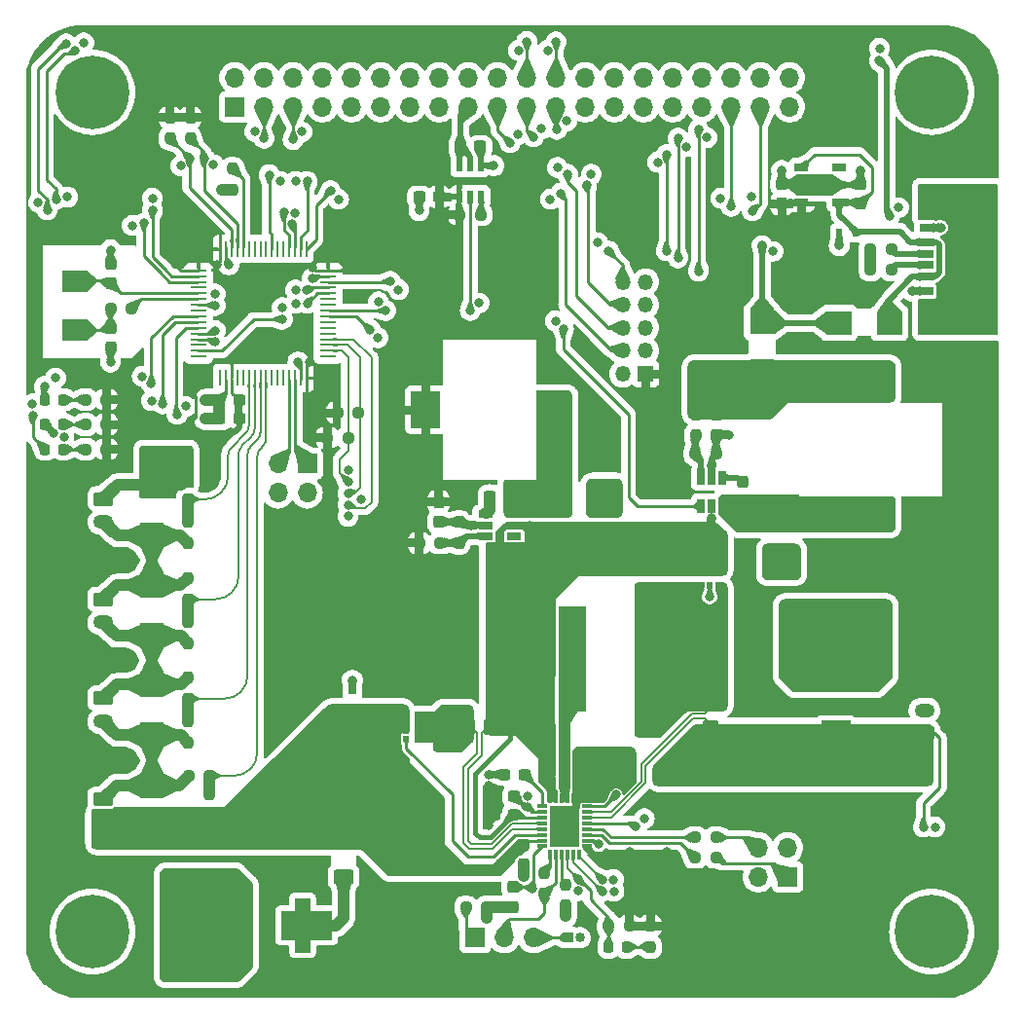
<source format=gtl>
G04 #@! TF.GenerationSoftware,KiCad,Pcbnew,7.0.2-6a45011f42~172~ubuntu20.04.1*
G04 #@! TF.CreationDate,2023-05-04T18:05:17+02:00*
G04 #@! TF.ProjectId,EPS,4550532e-6b69-4636-9164-5f7063625858,v1.0.1*
G04 #@! TF.SameCoordinates,Original*
G04 #@! TF.FileFunction,Copper,L1,Top*
G04 #@! TF.FilePolarity,Positive*
%FSLAX46Y46*%
G04 Gerber Fmt 4.6, Leading zero omitted, Abs format (unit mm)*
G04 Created by KiCad (PCBNEW 7.0.2-6a45011f42~172~ubuntu20.04.1) date 2023-05-04 18:05:17*
%MOMM*%
%LPD*%
G01*
G04 APERTURE LIST*
G04 Aperture macros list*
%AMRoundRect*
0 Rectangle with rounded corners*
0 $1 Rounding radius*
0 $2 $3 $4 $5 $6 $7 $8 $9 X,Y pos of 4 corners*
0 Add a 4 corners polygon primitive as box body*
4,1,4,$2,$3,$4,$5,$6,$7,$8,$9,$2,$3,0*
0 Add four circle primitives for the rounded corners*
1,1,$1+$1,$2,$3*
1,1,$1+$1,$4,$5*
1,1,$1+$1,$6,$7*
1,1,$1+$1,$8,$9*
0 Add four rect primitives between the rounded corners*
20,1,$1+$1,$2,$3,$4,$5,0*
20,1,$1+$1,$4,$5,$6,$7,0*
20,1,$1+$1,$6,$7,$8,$9,0*
20,1,$1+$1,$8,$9,$2,$3,0*%
%AMFreePoly0*
4,1,29,0.653536,2.353536,0.655000,2.350000,0.655000,1.255000,1.850000,1.255000,1.853536,1.253536,1.855000,1.250000,1.855000,-1.250000,1.853536,-1.253536,1.850000,-1.255000,0.655000,-1.255000,0.655000,-2.350000,0.653536,-2.353536,0.650000,-2.355000,-0.650000,-2.355000,-0.653536,-2.353536,-0.655000,-2.350000,-0.655000,-1.255000,-2.550000,-1.255000,-2.553536,-1.253536,-2.555000,-1.250000,
-2.555000,1.250000,-2.553536,1.253536,-2.550000,1.255000,-0.655000,1.255000,-0.655000,2.350000,-0.653536,2.353536,-0.650000,2.355000,0.650000,2.355000,0.653536,2.353536,0.653536,2.353536,$1*%
%AMFreePoly1*
4,1,29,0.653536,2.353536,0.655000,2.350000,0.655000,1.255000,2.550000,1.255000,2.553536,1.253536,2.555000,1.250000,2.555000,-1.250000,2.553536,-1.253536,2.550000,-1.255000,0.655000,-1.255000,0.655000,-2.350000,0.653536,-2.353536,0.650000,-2.355000,-0.650000,-2.355000,-0.653536,-2.353536,-0.655000,-2.350000,-0.655000,-1.255000,-1.850000,-1.255000,-1.853536,-1.253536,-1.855000,-1.250000,
-1.855000,1.250000,-1.853536,1.253536,-1.850000,1.255000,-0.655000,1.255000,-0.655000,2.350000,-0.653536,2.353536,-0.650000,2.355000,0.650000,2.355000,0.653536,2.353536,0.653536,2.353536,$1*%
G04 Aperture macros list end*
G04 #@! TA.AperFunction,SMDPad,CuDef*
%ADD10RoundRect,0.237500X-0.237500X0.300000X-0.237500X-0.300000X0.237500X-0.300000X0.237500X0.300000X0*%
G04 #@! TD*
G04 #@! TA.AperFunction,SMDPad,CuDef*
%ADD11RoundRect,0.237500X-0.237500X0.250000X-0.237500X-0.250000X0.237500X-0.250000X0.237500X0.250000X0*%
G04 #@! TD*
G04 #@! TA.AperFunction,SMDPad,CuDef*
%ADD12R,2.350000X1.550000*%
G04 #@! TD*
G04 #@! TA.AperFunction,SMDPad,CuDef*
%ADD13R,2.390000X9.210000*%
G04 #@! TD*
G04 #@! TA.AperFunction,SMDPad,CuDef*
%ADD14RoundRect,0.237500X0.300000X0.237500X-0.300000X0.237500X-0.300000X-0.237500X0.300000X-0.237500X0*%
G04 #@! TD*
G04 #@! TA.AperFunction,SMDPad,CuDef*
%ADD15RoundRect,0.237500X0.250000X0.237500X-0.250000X0.237500X-0.250000X-0.237500X0.250000X-0.237500X0*%
G04 #@! TD*
G04 #@! TA.AperFunction,SMDPad,CuDef*
%ADD16R,1.250000X0.650000*%
G04 #@! TD*
G04 #@! TA.AperFunction,SMDPad,CuDef*
%ADD17RoundRect,0.237500X0.237500X-0.250000X0.237500X0.250000X-0.237500X0.250000X-0.237500X-0.250000X0*%
G04 #@! TD*
G04 #@! TA.AperFunction,SMDPad,CuDef*
%ADD18RoundRect,0.218750X-0.218750X-0.256250X0.218750X-0.256250X0.218750X0.256250X-0.218750X0.256250X0*%
G04 #@! TD*
G04 #@! TA.AperFunction,ComponentPad*
%ADD19RoundRect,0.250000X-0.625000X0.350000X-0.625000X-0.350000X0.625000X-0.350000X0.625000X0.350000X0*%
G04 #@! TD*
G04 #@! TA.AperFunction,ComponentPad*
%ADD20O,1.750000X1.200000*%
G04 #@! TD*
G04 #@! TA.AperFunction,SMDPad,CuDef*
%ADD21R,0.600000X0.700000*%
G04 #@! TD*
G04 #@! TA.AperFunction,SMDPad,CuDef*
%ADD22RoundRect,0.250000X-0.412500X-0.650000X0.412500X-0.650000X0.412500X0.650000X-0.412500X0.650000X0*%
G04 #@! TD*
G04 #@! TA.AperFunction,ComponentPad*
%ADD23R,1.350000X1.350000*%
G04 #@! TD*
G04 #@! TA.AperFunction,ComponentPad*
%ADD24O,1.350000X1.350000*%
G04 #@! TD*
G04 #@! TA.AperFunction,SMDPad,CuDef*
%ADD25RoundRect,0.237500X0.237500X-0.300000X0.237500X0.300000X-0.237500X0.300000X-0.237500X-0.300000X0*%
G04 #@! TD*
G04 #@! TA.AperFunction,SMDPad,CuDef*
%ADD26R,0.470000X0.500000*%
G04 #@! TD*
G04 #@! TA.AperFunction,SMDPad,CuDef*
%ADD27R,0.470000X0.550000*%
G04 #@! TD*
G04 #@! TA.AperFunction,SMDPad,CuDef*
%ADD28R,2.700000X1.850000*%
G04 #@! TD*
G04 #@! TA.AperFunction,SMDPad,CuDef*
%ADD29RoundRect,0.250000X-0.450000X0.350000X-0.450000X-0.350000X0.450000X-0.350000X0.450000X0.350000X0*%
G04 #@! TD*
G04 #@! TA.AperFunction,SMDPad,CuDef*
%ADD30R,1.200000X0.700000*%
G04 #@! TD*
G04 #@! TA.AperFunction,SMDPad,CuDef*
%ADD31R,1.200000X0.760000*%
G04 #@! TD*
G04 #@! TA.AperFunction,SMDPad,CuDef*
%ADD32R,1.200000X0.800000*%
G04 #@! TD*
G04 #@! TA.AperFunction,SMDPad,CuDef*
%ADD33R,1.350000X1.800000*%
G04 #@! TD*
G04 #@! TA.AperFunction,SMDPad,CuDef*
%ADD34R,1.500000X1.800000*%
G04 #@! TD*
G04 #@! TA.AperFunction,SMDPad,CuDef*
%ADD35RoundRect,0.250000X-0.350000X-0.450000X0.350000X-0.450000X0.350000X0.450000X-0.350000X0.450000X0*%
G04 #@! TD*
G04 #@! TA.AperFunction,ComponentPad*
%ADD36R,1.700000X1.700000*%
G04 #@! TD*
G04 #@! TA.AperFunction,ComponentPad*
%ADD37O,1.700000X1.700000*%
G04 #@! TD*
G04 #@! TA.AperFunction,ComponentPad*
%ADD38C,0.800000*%
G04 #@! TD*
G04 #@! TA.AperFunction,ComponentPad*
%ADD39C,6.400000*%
G04 #@! TD*
G04 #@! TA.AperFunction,SMDPad,CuDef*
%ADD40RoundRect,0.018900X-0.411100X-0.116100X0.411100X-0.116100X0.411100X0.116100X-0.411100X0.116100X0*%
G04 #@! TD*
G04 #@! TA.AperFunction,SMDPad,CuDef*
%ADD41RoundRect,0.018900X0.116100X-0.411100X0.116100X0.411100X-0.116100X0.411100X-0.116100X-0.411100X0*%
G04 #@! TD*
G04 #@! TA.AperFunction,SMDPad,CuDef*
%ADD42RoundRect,0.018900X0.411100X0.116100X-0.411100X0.116100X-0.411100X-0.116100X0.411100X-0.116100X0*%
G04 #@! TD*
G04 #@! TA.AperFunction,SMDPad,CuDef*
%ADD43RoundRect,0.018900X-0.116100X0.411100X-0.116100X-0.411100X0.116100X-0.411100X0.116100X0.411100X0*%
G04 #@! TD*
G04 #@! TA.AperFunction,SMDPad,CuDef*
%ADD44R,2.650000X3.650000*%
G04 #@! TD*
G04 #@! TA.AperFunction,SMDPad,CuDef*
%ADD45R,3.200000X2.600000*%
G04 #@! TD*
G04 #@! TA.AperFunction,SMDPad,CuDef*
%ADD46RoundRect,0.237500X-0.250000X-0.237500X0.250000X-0.237500X0.250000X0.237500X-0.250000X0.237500X0*%
G04 #@! TD*
G04 #@! TA.AperFunction,SMDPad,CuDef*
%ADD47RoundRect,0.237500X-0.300000X-0.237500X0.300000X-0.237500X0.300000X0.237500X-0.300000X0.237500X0*%
G04 #@! TD*
G04 #@! TA.AperFunction,SMDPad,CuDef*
%ADD48R,2.200000X2.150000*%
G04 #@! TD*
G04 #@! TA.AperFunction,SMDPad,CuDef*
%ADD49R,0.650000X1.250000*%
G04 #@! TD*
G04 #@! TA.AperFunction,SMDPad,CuDef*
%ADD50R,2.150000X2.200000*%
G04 #@! TD*
G04 #@! TA.AperFunction,SMDPad,CuDef*
%ADD51FreePoly0,180.000000*%
G04 #@! TD*
G04 #@! TA.AperFunction,SMDPad,CuDef*
%ADD52FreePoly1,0.000000*%
G04 #@! TD*
G04 #@! TA.AperFunction,ComponentPad*
%ADD53RoundRect,0.250000X0.625000X-0.350000X0.625000X0.350000X-0.625000X0.350000X-0.625000X-0.350000X0*%
G04 #@! TD*
G04 #@! TA.AperFunction,SMDPad,CuDef*
%ADD54R,1.200000X0.680000*%
G04 #@! TD*
G04 #@! TA.AperFunction,SMDPad,CuDef*
%ADD55R,3.050000X1.930000*%
G04 #@! TD*
G04 #@! TA.AperFunction,SMDPad,CuDef*
%ADD56R,1.550000X2.350000*%
G04 #@! TD*
G04 #@! TA.AperFunction,SMDPad,CuDef*
%ADD57R,2.108200X1.879600*%
G04 #@! TD*
G04 #@! TA.AperFunction,SMDPad,CuDef*
%ADD58FreePoly0,90.000000*%
G04 #@! TD*
G04 #@! TA.AperFunction,SMDPad,CuDef*
%ADD59FreePoly1,270.000000*%
G04 #@! TD*
G04 #@! TA.AperFunction,SMDPad,CuDef*
%ADD60R,0.700000X0.600000*%
G04 #@! TD*
G04 #@! TA.AperFunction,SMDPad,CuDef*
%ADD61RoundRect,0.250000X0.412500X0.650000X-0.412500X0.650000X-0.412500X-0.650000X0.412500X-0.650000X0*%
G04 #@! TD*
G04 #@! TA.AperFunction,SMDPad,CuDef*
%ADD62R,0.550000X1.000000*%
G04 #@! TD*
G04 #@! TA.AperFunction,SMDPad,CuDef*
%ADD63RoundRect,0.250000X-0.625000X0.400000X-0.625000X-0.400000X0.625000X-0.400000X0.625000X0.400000X0*%
G04 #@! TD*
G04 #@! TA.AperFunction,SMDPad,CuDef*
%ADD64R,1.473200X0.279400*%
G04 #@! TD*
G04 #@! TA.AperFunction,SMDPad,CuDef*
%ADD65R,0.279400X1.473200*%
G04 #@! TD*
G04 #@! TA.AperFunction,ComponentPad*
%ADD66R,0.850000X0.850000*%
G04 #@! TD*
G04 #@! TA.AperFunction,ComponentPad*
%ADD67O,0.850000X0.850000*%
G04 #@! TD*
G04 #@! TA.AperFunction,SMDPad,CuDef*
%ADD68R,0.500000X0.470000*%
G04 #@! TD*
G04 #@! TA.AperFunction,SMDPad,CuDef*
%ADD69R,0.550000X0.470000*%
G04 #@! TD*
G04 #@! TA.AperFunction,SMDPad,CuDef*
%ADD70R,1.850000X2.700000*%
G04 #@! TD*
G04 #@! TA.AperFunction,SMDPad,CuDef*
%ADD71R,2.600000X3.200000*%
G04 #@! TD*
G04 #@! TA.AperFunction,ViaPad*
%ADD72C,0.800000*%
G04 #@! TD*
G04 #@! TA.AperFunction,ViaPad*
%ADD73C,0.450000*%
G04 #@! TD*
G04 #@! TA.AperFunction,Conductor*
%ADD74C,0.254000*%
G04 #@! TD*
G04 #@! TA.AperFunction,Conductor*
%ADD75C,0.508000*%
G04 #@! TD*
G04 #@! TA.AperFunction,Conductor*
%ADD76C,1.016000*%
G04 #@! TD*
G04 #@! TA.AperFunction,Conductor*
%ADD77C,0.381000*%
G04 #@! TD*
G04 #@! TA.AperFunction,Conductor*
%ADD78C,0.152400*%
G04 #@! TD*
G04 #@! TA.AperFunction,Conductor*
%ADD79C,0.635000*%
G04 #@! TD*
G04 #@! TA.AperFunction,Conductor*
%ADD80C,0.177800*%
G04 #@! TD*
G04 #@! TA.AperFunction,Conductor*
%ADD81C,0.250000*%
G04 #@! TD*
G04 APERTURE END LIST*
D10*
X166788100Y-91467600D03*
X166788100Y-93192600D03*
D11*
X121068100Y-65610100D03*
X121068100Y-67435100D03*
D10*
X149135100Y-132554100D03*
X149135100Y-134279100D03*
D12*
X152827100Y-99669600D03*
X157127100Y-99669600D03*
D11*
X153709600Y-132321100D03*
X153709600Y-134146100D03*
D10*
X150024100Y-128871100D03*
X150024100Y-130596100D03*
D13*
X154268300Y-112715600D03*
X160918300Y-112715600D03*
D14*
X125308800Y-91821000D03*
X123583800Y-91821000D03*
D15*
X166797100Y-128233600D03*
X164972100Y-128233600D03*
D16*
X146742100Y-100126600D03*
X146742100Y-101066600D03*
X146742100Y-102006600D03*
X149242100Y-102006600D03*
X149242100Y-101066600D03*
X149242100Y-100126600D03*
D17*
X122717100Y-126312100D03*
X122717100Y-124487100D03*
D18*
X108432500Y-90170000D03*
X110007500Y-90170000D03*
D19*
X113483100Y-107508600D03*
D20*
X113483100Y-109508600D03*
D21*
X177518100Y-75641200D03*
X178918100Y-75641200D03*
D22*
X152068400Y-122748600D03*
X155193400Y-122748600D03*
D17*
X120825900Y-102623700D03*
X120825900Y-100798700D03*
D11*
X124751100Y-70055100D03*
X124751100Y-71880100D03*
D23*
X160679100Y-87906400D03*
D24*
X158679100Y-87906400D03*
X160679100Y-85906400D03*
X158679100Y-85906400D03*
X160679100Y-83906400D03*
X158679100Y-83906400D03*
X160679100Y-81906400D03*
X158679100Y-81906400D03*
X160679100Y-79906400D03*
X158679100Y-79906400D03*
D25*
X179361100Y-73100100D03*
X179361100Y-71375100D03*
D26*
X164289100Y-106238200D03*
X164939100Y-106238200D03*
X165589100Y-106238200D03*
X166239100Y-106238200D03*
D27*
X166239100Y-103362200D03*
X165589100Y-103362200D03*
X164939100Y-103362200D03*
X164289100Y-103362200D03*
D28*
X165264100Y-104562200D03*
D29*
X166280100Y-116668600D03*
X166280100Y-118668600D03*
D30*
X185091600Y-78452600D03*
D31*
X185091600Y-76432600D03*
D32*
X185091600Y-75202600D03*
D30*
X185091600Y-77452600D03*
D31*
X185091600Y-79472600D03*
D32*
X185091600Y-80702600D03*
D33*
X185146600Y-83077600D03*
D34*
X188726600Y-83077600D03*
X188726600Y-72827600D03*
D33*
X185146600Y-72827600D03*
D15*
X159273100Y-135930600D03*
X157448100Y-135930600D03*
D11*
X120825900Y-96988700D03*
X120825900Y-98813700D03*
D35*
X145214100Y-118640200D03*
X147214100Y-118640200D03*
D36*
X124937100Y-64683600D03*
D37*
X124937100Y-62143600D03*
X127477100Y-64683600D03*
X127477100Y-62143600D03*
X130017100Y-64683600D03*
X130017100Y-62143600D03*
X132557100Y-64683600D03*
X132557100Y-62143600D03*
X135097100Y-64683600D03*
X135097100Y-62143600D03*
X137637100Y-64683600D03*
X137637100Y-62143600D03*
X140177100Y-64683600D03*
X140177100Y-62143600D03*
X142717100Y-64683600D03*
X142717100Y-62143600D03*
X145257100Y-64683600D03*
X145257100Y-62143600D03*
X147797100Y-64683600D03*
X147797100Y-62143600D03*
X150337100Y-64683600D03*
X150337100Y-62143600D03*
X152877100Y-64683600D03*
X152877100Y-62143600D03*
X155417100Y-64683600D03*
X155417100Y-62143600D03*
X157957100Y-64683600D03*
X157957100Y-62143600D03*
X160497100Y-64683600D03*
X160497100Y-62143600D03*
X163037100Y-64683600D03*
X163037100Y-62143600D03*
X165577100Y-64683600D03*
X165577100Y-62143600D03*
X168117100Y-64683600D03*
X168117100Y-62143600D03*
X170657100Y-64683600D03*
X170657100Y-62143600D03*
X173197100Y-64683600D03*
X173197100Y-62143600D03*
D17*
X151884600Y-133146100D03*
X151884600Y-131321100D03*
D38*
X110865044Y-138105656D03*
X114962100Y-136408600D03*
X112562100Y-138808600D03*
X114259156Y-134711544D03*
X110162100Y-136408600D03*
D39*
X112562100Y-136408600D03*
D38*
X114259156Y-138105656D03*
X110865044Y-134711544D03*
X112562100Y-134008600D03*
D40*
X151679100Y-125499600D03*
X151679100Y-125999600D03*
X151679100Y-126499600D03*
X151679100Y-126999600D03*
X151679100Y-127499600D03*
X151679100Y-127999600D03*
X151679100Y-128499600D03*
X151679100Y-128999600D03*
D41*
X152364100Y-129684600D03*
X152864100Y-129684600D03*
X153364100Y-129684600D03*
X153864100Y-129684600D03*
X154364100Y-129684600D03*
X154864100Y-129684600D03*
D42*
X155549100Y-128999600D03*
X155549100Y-128499600D03*
X155549100Y-127999600D03*
X155549100Y-127499600D03*
X155549100Y-126999600D03*
X155549100Y-126499600D03*
X155549100Y-125999600D03*
X155549100Y-125499600D03*
D43*
X154864100Y-124814600D03*
X154364100Y-124814600D03*
X153864100Y-124814600D03*
X153364100Y-124814600D03*
X152864100Y-124814600D03*
X152364100Y-124814600D03*
D44*
X153614100Y-127249600D03*
D14*
X149235600Y-126233600D03*
X147510600Y-126233600D03*
D15*
X182051600Y-77063600D03*
X180226600Y-77063600D03*
D45*
X180376340Y-99977600D03*
X180250100Y-88877600D03*
D11*
X161073100Y-135933100D03*
X161073100Y-137758100D03*
D46*
X144505000Y-74064800D03*
X146330000Y-74064800D03*
D36*
X173026100Y-131659600D03*
D37*
X170486100Y-131659600D03*
X173026100Y-129119600D03*
X170486100Y-129119600D03*
D25*
X114133900Y-80034300D03*
X114133900Y-78309300D03*
D46*
X164986600Y-94843600D03*
X166811600Y-94843600D03*
D47*
X144555000Y-68121200D03*
X146280000Y-68121200D03*
D17*
X119290100Y-67435100D03*
X119290100Y-65610100D03*
D48*
X177482100Y-83462800D03*
X181882100Y-83462800D03*
D15*
X146872600Y-134305600D03*
X145047600Y-134305600D03*
D10*
X169074100Y-97283100D03*
X169074100Y-99008100D03*
D14*
X149235600Y-124653600D03*
X147510600Y-124653600D03*
D49*
X167347100Y-96921000D03*
X166407100Y-96921000D03*
X165467100Y-96921000D03*
X165467100Y-99421000D03*
X166407100Y-99421000D03*
X167347100Y-99421000D03*
D10*
X114133900Y-83897300D03*
X114133900Y-85622300D03*
D25*
X172503100Y-73100100D03*
X172503100Y-71375100D03*
D17*
X120849100Y-119962100D03*
X120849100Y-118137100D03*
D15*
X166797100Y-129963600D03*
X164972100Y-129963600D03*
D36*
X131233100Y-95727600D03*
D37*
X131233100Y-98267600D03*
X128693100Y-95727600D03*
X128693100Y-98267600D03*
D50*
X117750300Y-119344600D03*
X117750300Y-114944600D03*
X117750300Y-110708600D03*
X117750300Y-106308600D03*
D51*
X130837100Y-135864600D03*
D52*
X123237100Y-135864600D03*
D10*
X142658100Y-99061100D03*
X142658100Y-100786100D03*
D46*
X120915600Y-122859600D03*
X122740600Y-122859600D03*
D18*
X108444100Y-94462600D03*
X110019100Y-94462600D03*
D19*
X113520100Y-98786600D03*
D20*
X113520100Y-100786600D03*
D46*
X132982600Y-93446600D03*
X134807600Y-93446600D03*
D15*
X113776400Y-90144600D03*
X111951400Y-90144600D03*
D53*
X184912100Y-119176600D03*
D20*
X184912100Y-117176600D03*
D17*
X144436100Y-102614100D03*
X144436100Y-100789100D03*
D14*
X150124600Y-122748600D03*
X148399600Y-122748600D03*
D54*
X177536100Y-72975600D03*
D31*
X177536100Y-71475600D03*
D54*
X177536100Y-69975600D03*
X174236100Y-69975600D03*
X174236100Y-72975600D03*
D55*
X175411100Y-71475600D03*
D15*
X115960800Y-82219800D03*
X114135800Y-82219800D03*
D56*
X171741100Y-99958000D03*
X171741100Y-104258000D03*
D50*
X117750300Y-101986600D03*
X117750300Y-97586600D03*
D57*
X110958900Y-84086700D03*
X110958900Y-79844900D03*
D17*
X120849100Y-111326100D03*
X120849100Y-109501100D03*
D15*
X113776400Y-94462600D03*
X111951400Y-94462600D03*
D58*
X177202100Y-119944600D03*
D59*
X177202100Y-112344600D03*
D38*
X187259156Y-65105656D03*
X187259156Y-61711544D03*
X183865044Y-65105656D03*
X187962100Y-63408600D03*
X185562100Y-61008600D03*
D39*
X185562100Y-63408600D03*
D38*
X185562100Y-65808600D03*
X183162100Y-63408600D03*
X183865044Y-61711544D03*
D15*
X182051600Y-78841600D03*
X180226600Y-78841600D03*
D60*
X135165100Y-116930400D03*
X135165100Y-115530400D03*
D61*
X162127600Y-122748600D03*
X159002600Y-122748600D03*
D62*
X146367500Y-69793800D03*
X145417500Y-69793800D03*
X144467500Y-69793800D03*
X144467500Y-72493800D03*
X145417500Y-72493800D03*
X146367500Y-72493800D03*
D47*
X140973600Y-72515400D03*
X142698600Y-72515400D03*
D15*
X135697100Y-91287600D03*
X133872100Y-91287600D03*
D38*
X110865044Y-65105656D03*
X110162100Y-63408600D03*
X110865044Y-61711544D03*
X114962100Y-63408600D03*
X114259156Y-61711544D03*
X112562100Y-61008600D03*
D39*
X112562100Y-63408600D03*
D38*
X114259156Y-65105656D03*
X112562100Y-65808600D03*
D63*
X134403100Y-128533600D03*
X134403100Y-131633600D03*
D36*
X145848100Y-136953600D03*
D37*
X148388100Y-136953600D03*
X150928100Y-136953600D03*
D18*
X157440800Y-137769600D03*
X159015800Y-137769600D03*
D39*
X185562100Y-136408600D03*
D38*
X187259156Y-134711544D03*
X185562100Y-134008600D03*
X183162100Y-136408600D03*
X183865044Y-138105656D03*
X185562100Y-138808600D03*
X183865044Y-134711544D03*
X187962100Y-136408600D03*
X187259156Y-138105656D03*
D64*
X121792000Y-78901600D03*
X121792000Y-79401599D03*
X121792000Y-79901600D03*
X121792000Y-80401599D03*
X121792000Y-80901601D03*
X121792000Y-81401600D03*
X121792000Y-81901599D03*
X121792000Y-82401600D03*
X121792000Y-82901600D03*
X121792000Y-83401601D03*
X121792000Y-83901600D03*
X121792000Y-84401599D03*
X121792000Y-84901601D03*
X121792000Y-85401600D03*
X121792000Y-85901601D03*
X121792000Y-86401600D03*
D65*
X123668100Y-88277700D03*
X124168099Y-88277700D03*
X124668100Y-88277700D03*
X125168099Y-88277700D03*
X125668101Y-88277700D03*
X126168100Y-88277700D03*
X126668099Y-88277700D03*
X127168100Y-88277700D03*
X127668100Y-88277700D03*
X128168101Y-88277700D03*
X128668100Y-88277700D03*
X129168099Y-88277700D03*
X129668101Y-88277700D03*
X130168100Y-88277700D03*
X130668101Y-88277700D03*
X131168100Y-88277700D03*
D64*
X133044200Y-86401600D03*
X133044200Y-85901601D03*
X133044200Y-85401600D03*
X133044200Y-84901601D03*
X133044200Y-84401599D03*
X133044200Y-83901600D03*
X133044200Y-83401601D03*
X133044200Y-82901600D03*
X133044200Y-82401600D03*
X133044200Y-81901599D03*
X133044200Y-81401600D03*
X133044200Y-80901601D03*
X133044200Y-80401599D03*
X133044200Y-79901600D03*
X133044200Y-79401599D03*
X133044200Y-78901600D03*
D65*
X131168100Y-77025500D03*
X130668101Y-77025500D03*
X130168100Y-77025500D03*
X129668101Y-77025500D03*
X129168099Y-77025500D03*
X128668100Y-77025500D03*
X128168101Y-77025500D03*
X127668100Y-77025500D03*
X127168100Y-77025500D03*
X126668099Y-77025500D03*
X126168100Y-77025500D03*
X125668101Y-77025500D03*
X125168099Y-77025500D03*
X124668100Y-77025500D03*
X124168099Y-77025500D03*
X123668100Y-77025500D03*
D11*
X120849100Y-114327100D03*
X120849100Y-116152100D03*
D14*
X125308800Y-90220800D03*
X123583800Y-90220800D03*
D19*
X113483100Y-116128600D03*
D20*
X113483100Y-118128600D03*
D19*
X113483100Y-124891600D03*
D20*
X113483100Y-126891600D03*
D50*
X170797100Y-83353600D03*
X170797100Y-87753600D03*
D11*
X165010100Y-91417600D03*
X165010100Y-93242600D03*
D46*
X140983600Y-102616000D03*
X142808600Y-102616000D03*
D66*
X153961100Y-136953600D03*
D67*
X154961100Y-136953600D03*
D68*
X139859100Y-117690600D03*
X139859100Y-118340600D03*
X139859100Y-118990600D03*
X139859100Y-119640600D03*
D69*
X142735100Y-119640600D03*
X142735100Y-118990600D03*
X142735100Y-118340600D03*
X142735100Y-117690600D03*
D70*
X141535100Y-118665600D03*
D11*
X120833100Y-105691100D03*
X120833100Y-107516100D03*
D18*
X108444100Y-92303600D03*
X110019100Y-92303600D03*
D71*
X152653100Y-91033600D03*
X141553100Y-91033600D03*
D50*
X117750300Y-128107600D03*
X117750300Y-123707600D03*
D47*
X147129600Y-98526600D03*
X148854600Y-98526600D03*
D15*
X113776400Y-92303600D03*
X111951400Y-92303600D03*
D72*
X181007800Y-60672800D03*
X181901100Y-74142600D03*
X170797100Y-76753600D03*
X139737100Y-94081600D03*
X124576300Y-92948800D03*
X127926100Y-107416600D03*
X143674100Y-132908600D03*
X175932100Y-117068600D03*
X181012100Y-117068600D03*
X131355100Y-107416600D03*
X159295100Y-134432600D03*
X178472100Y-125288600D03*
X178472100Y-117068600D03*
X138724100Y-91094600D03*
X175932100Y-125288600D03*
X131355100Y-115036600D03*
X131355100Y-111226600D03*
X162470100Y-131892600D03*
X141769100Y-94081600D03*
X127926100Y-115036600D03*
X123421397Y-78435200D03*
X138975100Y-115036600D03*
X162470100Y-134432600D03*
X173392100Y-125288600D03*
X133895100Y-115036600D03*
X127926100Y-111226600D03*
X131659900Y-78629497D03*
X124779500Y-82941200D03*
X159295100Y-129479600D03*
X173392100Y-117068600D03*
X181012100Y-125288600D03*
X131431300Y-86868000D03*
X162470100Y-129479600D03*
X128665700Y-79461400D03*
X159295100Y-131892600D03*
X141134100Y-132908600D03*
X139737100Y-87985600D03*
X141769100Y-87985600D03*
X136435100Y-115036600D03*
X138594100Y-132908600D03*
X166407100Y-95859600D03*
X131659900Y-79629000D03*
X107850283Y-72999539D03*
X152150600Y-59766200D03*
X157085300Y-97891600D03*
X119034100Y-95046600D03*
X179355386Y-70205600D03*
X116026135Y-74996100D03*
X155221000Y-121199200D03*
X155993100Y-97891600D03*
X130764649Y-66856143D03*
X146170877Y-81739168D03*
X137426685Y-81646990D03*
X158917100Y-121193600D03*
X123227100Y-139547600D03*
D73*
X154342100Y-126304600D03*
D72*
X157647100Y-122590600D03*
X139173855Y-80584100D03*
X120656372Y-90733243D03*
X130212100Y-80619600D03*
X177202100Y-109067600D03*
X149610600Y-59756100D03*
X124420900Y-78435200D03*
X150372600Y-124607086D03*
X117510100Y-95046600D03*
X123227100Y-132181600D03*
X181015100Y-59598600D03*
X123227100Y-84141297D03*
X182666100Y-73441600D03*
X134784100Y-100288103D03*
X137395855Y-84775100D03*
X152383241Y-72710100D03*
X155937768Y-70540079D03*
X110061438Y-93388100D03*
X165990600Y-67356355D03*
X158152100Y-97891600D03*
X107338138Y-90528135D03*
X181012100Y-112369600D03*
X134784100Y-96257097D03*
X117766135Y-72635041D03*
X185838100Y-127328543D03*
X128880116Y-71159100D03*
X116896351Y-88112600D03*
X169864500Y-72527200D03*
X145528300Y-101066600D03*
X173392100Y-112369600D03*
X154798542Y-132870563D03*
X121068100Y-138404600D03*
D73*
X154342100Y-128336600D03*
D72*
X114133900Y-86868000D03*
X114133900Y-77114400D03*
D73*
X152818100Y-126304600D03*
D72*
X156497124Y-76489500D03*
X120256444Y-69821401D03*
X173315900Y-103174800D03*
D73*
X152818100Y-128336600D03*
D72*
X146976100Y-127193600D03*
X153001568Y-69960100D03*
X110384039Y-72527100D03*
X156605616Y-128816284D03*
X117699059Y-90234068D03*
X133953448Y-72710100D03*
X135932814Y-98786314D03*
X186346100Y-75184000D03*
X164212600Y-68147258D03*
X130195583Y-73894836D03*
X122414300Y-91795600D03*
X172503100Y-70205600D03*
D73*
X174284100Y-72044600D03*
D72*
X123226846Y-80957903D03*
X120558100Y-95046600D03*
X173315900Y-105333800D03*
X135165100Y-114554000D03*
X146872600Y-135206100D03*
X180226600Y-77954500D03*
X167931100Y-93192600D03*
X109337760Y-88275100D03*
X119534100Y-135864600D03*
X183831500Y-80695800D03*
X129069100Y-82160097D03*
X130228597Y-81762600D03*
X150024100Y-131638600D03*
D73*
X176544700Y-70901600D03*
D72*
X157909878Y-132918198D03*
X177506900Y-76758800D03*
X122414300Y-90220800D03*
X140972500Y-73709200D03*
X156504100Y-122590600D03*
X126662975Y-66812768D03*
X147474900Y-69797600D03*
X111793811Y-59115900D03*
X130228597Y-71159100D03*
X161716419Y-69498083D03*
X179488100Y-110337600D03*
X153709600Y-135065100D03*
X149587855Y-67085845D03*
X155866100Y-124272600D03*
X151619855Y-66577845D03*
X173315900Y-104267000D03*
X123096473Y-69736421D03*
X152821680Y-83306607D03*
X160553412Y-126581927D03*
X174916100Y-110337600D03*
X121068100Y-133324600D03*
X157407132Y-123781632D03*
X171744100Y-77251600D03*
X123793904Y-71880100D03*
X146976100Y-123748103D03*
X167197500Y-72628800D03*
X130431797Y-86868000D03*
X157881556Y-131902286D03*
X153797627Y-65923100D03*
X166407100Y-100431600D03*
X150532100Y-101066600D03*
X162470100Y-68841600D03*
X131211603Y-80619600D03*
X148881100Y-67792600D03*
X162470100Y-77190600D03*
X184838629Y-127320600D03*
X159838322Y-127280247D03*
X108368100Y-89001600D03*
X117664600Y-88751974D03*
X118655100Y-90525600D03*
X107352100Y-91541600D03*
X119925100Y-91414600D03*
X109129129Y-93027821D03*
X134784100Y-99288600D03*
X154805019Y-131871081D03*
X150786100Y-132654600D03*
X150379725Y-125606563D03*
X130017100Y-67519600D03*
X122278100Y-69162600D03*
X127477100Y-67392600D03*
X121008100Y-69162600D03*
X150913100Y-67284600D03*
X163486100Y-77825600D03*
X131228100Y-81762600D03*
X163486100Y-67411600D03*
X165264100Y-66649600D03*
X129069100Y-83159600D03*
X165264100Y-78968600D03*
X152945100Y-66649600D03*
X168111480Y-73327220D03*
X129196116Y-73886475D03*
X129922600Y-74892636D03*
X169957223Y-73721914D03*
X156910378Y-132920381D03*
X134784100Y-97256600D03*
X156882100Y-131892600D03*
X134784100Y-98272600D03*
X123228606Y-81957404D03*
X157440900Y-77216500D03*
X133260100Y-71983600D03*
X153266100Y-72210600D03*
X138467100Y-79857600D03*
X153891731Y-70530100D03*
X127926100Y-70586600D03*
X155531300Y-71453200D03*
X131228100Y-71159100D03*
X109385100Y-72744600D03*
X117766100Y-73634600D03*
X150337100Y-58994100D03*
X111055041Y-59829954D03*
X123227100Y-85140800D03*
X152877100Y-59029600D03*
X117039600Y-74777600D03*
X108622100Y-73634600D03*
X110266500Y-59215782D03*
X145417500Y-82396000D03*
X138082100Y-82401600D03*
X136689100Y-84048600D03*
X153520100Y-84021600D03*
X153580100Y-122910600D03*
X146976100Y-122748600D03*
X166239100Y-107295600D03*
X158113887Y-124488387D03*
D74*
X133044200Y-78901600D02*
X134788100Y-78901600D01*
X133044200Y-78901600D02*
X131932003Y-78901600D01*
X131932003Y-78901600D02*
X131659900Y-78629497D01*
X121325100Y-89697600D02*
X121502900Y-89875400D01*
X121502900Y-89875400D02*
X121502900Y-91678800D01*
X121502900Y-91678800D02*
X121198100Y-91983600D01*
D75*
X177482100Y-83462800D02*
X170906300Y-83462800D01*
X181621700Y-73863200D02*
X181901100Y-74142600D01*
X170797100Y-83353600D02*
X170797100Y-76753600D01*
X181007800Y-60672800D02*
X181621700Y-61286700D01*
X181621700Y-61286700D02*
X181621700Y-73863200D01*
X185091600Y-76432600D02*
X183683100Y-76432600D01*
X185139700Y-76428300D02*
X185941000Y-76428300D01*
X182790100Y-75539600D02*
X178980100Y-75539600D01*
X185848000Y-79468300D02*
X185139700Y-79468300D01*
D74*
X180377100Y-72084100D02*
X180377100Y-69951600D01*
D75*
X183683100Y-76432600D02*
X182790100Y-75539600D01*
X177536100Y-74095600D02*
X177536100Y-72975600D01*
X178980100Y-75539600D02*
X177536100Y-74095600D01*
X181882100Y-83462800D02*
X181882100Y-81437461D01*
X183846961Y-79472600D02*
X185091600Y-79472600D01*
X181882100Y-81437461D02*
X183846961Y-79472600D01*
X177536100Y-72975600D02*
X179236600Y-72975600D01*
X185941000Y-76428300D02*
X186193700Y-76681000D01*
D74*
X175403100Y-68808600D02*
X174236100Y-69975600D01*
X180377100Y-69951600D02*
X179234100Y-68808600D01*
X179234100Y-68808600D02*
X175403100Y-68808600D01*
X179361100Y-73100100D02*
X180377100Y-72084100D01*
D75*
X186193700Y-76681000D02*
X186193700Y-79122600D01*
X186193700Y-79122600D02*
X185848000Y-79468300D01*
D74*
X131168100Y-88277700D02*
X131168100Y-89634600D01*
X124668100Y-88277700D02*
X124668100Y-86817600D01*
D75*
X124957300Y-92948800D02*
X125312900Y-92593200D01*
D74*
X123668100Y-77025500D02*
X122496000Y-77025500D01*
D75*
X174236100Y-72975600D02*
X172627600Y-72975600D01*
D74*
X131168100Y-87131200D02*
X131431300Y-86868000D01*
X121680100Y-78901600D02*
X120265600Y-78901600D01*
X121792000Y-78901600D02*
X121792000Y-77800700D01*
D75*
X124576300Y-92948800D02*
X124957300Y-92948800D01*
D74*
X123421397Y-78435200D02*
X123668100Y-78188497D01*
X123668100Y-77025500D02*
X123668100Y-75657600D01*
X124668100Y-88389600D02*
X124668100Y-89580100D01*
X131168100Y-88389600D02*
X131168100Y-87131200D01*
X131168100Y-89634600D02*
X131485100Y-89951600D01*
X123668100Y-78188497D02*
X123668100Y-76913600D01*
X120265600Y-78901600D02*
X119671100Y-78307100D01*
X124668100Y-89580100D02*
X125308800Y-90220800D01*
X131168100Y-88277700D02*
X132097200Y-88277700D01*
X144467500Y-72493800D02*
X144467500Y-74027300D01*
X123668100Y-75657600D02*
X123357100Y-75346600D01*
D75*
X125312900Y-92593200D02*
X125312900Y-91825100D01*
D74*
X133044200Y-78901600D02*
X133044200Y-77667700D01*
X124168100Y-88389600D02*
X124168100Y-89636500D01*
D76*
X150080600Y-130652600D02*
X150080600Y-131624961D01*
D74*
X124168100Y-89636500D02*
X123583800Y-90220800D01*
X130668100Y-88389600D02*
X130668100Y-87104303D01*
X122966797Y-84401600D02*
X123227100Y-84141297D01*
D75*
X140972500Y-73709200D02*
X140972500Y-72516500D01*
X166407100Y-95859600D02*
X166407100Y-95248100D01*
D76*
X153709600Y-134146100D02*
X153709600Y-135065100D01*
D75*
X185091600Y-75202600D02*
X186327500Y-75202600D01*
D74*
X130668100Y-87104303D02*
X130431797Y-86868000D01*
D76*
X117750300Y-97586600D02*
X120228000Y-97586600D01*
X122414300Y-91795600D02*
X123558400Y-91795600D01*
D74*
X131887300Y-79401600D02*
X131659900Y-79629000D01*
X114133900Y-78309300D02*
X114133900Y-77114400D01*
X114133900Y-86868000D02*
X114133900Y-85622300D01*
D75*
X179361100Y-71375100D02*
X179361100Y-70211314D01*
D76*
X146872600Y-135206100D02*
X146872600Y-134305600D01*
D75*
X145528300Y-101066600D02*
X144713600Y-101066600D01*
D74*
X156384700Y-128499600D02*
X156653500Y-128768400D01*
X124420900Y-78435200D02*
X124168100Y-78182400D01*
D75*
X177506900Y-76758800D02*
X177506900Y-75652400D01*
X135165100Y-115530400D02*
X135165100Y-114554000D01*
D76*
X146899100Y-134279100D02*
X146872600Y-134305600D01*
D75*
X146367500Y-69793800D02*
X146367500Y-68208700D01*
X183838300Y-80702600D02*
X183831500Y-80695800D01*
X179361100Y-70211314D02*
X179355386Y-70205600D01*
D76*
X123558400Y-91795600D02*
X123583800Y-91821000D01*
D75*
X175411100Y-71475600D02*
X179260600Y-71475600D01*
X175310600Y-71375100D02*
X172503100Y-71375100D01*
D76*
X123583800Y-90220800D02*
X123583800Y-91210300D01*
X149135100Y-134279100D02*
X146899100Y-134279100D01*
X123793904Y-71880100D02*
X124751100Y-71880100D01*
D75*
X166407100Y-95248100D02*
X166811600Y-94843600D01*
X186327500Y-75202600D02*
X186346100Y-75184000D01*
X166788100Y-93192600D02*
X167931100Y-93192600D01*
D76*
X180226600Y-78841600D02*
X180226600Y-77063600D01*
D74*
X133156100Y-79401600D02*
X131887300Y-79401600D01*
D76*
X122414300Y-90220800D02*
X123583800Y-90220800D01*
X120228000Y-97586600D02*
X120825900Y-96988700D01*
D74*
X155549100Y-128499600D02*
X156384700Y-128499600D01*
D75*
X144436100Y-100789100D02*
X142661100Y-100789100D01*
D74*
X124168100Y-78182400D02*
X124168100Y-76913600D01*
D75*
X144713600Y-101066600D02*
X144436100Y-100789100D01*
X172503100Y-71375100D02*
X172503100Y-70205600D01*
X166811600Y-94843600D02*
X166811600Y-93216100D01*
D76*
X123583800Y-91210300D02*
X123583800Y-91821000D01*
D75*
X185091600Y-80702600D02*
X183838300Y-80702600D01*
D76*
X150024100Y-130596100D02*
X150080600Y-130652600D01*
X117750300Y-97586600D02*
X114720100Y-97586600D01*
D75*
X147474900Y-69797600D02*
X146371300Y-69797600D01*
D76*
X114720100Y-97586600D02*
X113520100Y-98786600D01*
D75*
X146742100Y-101066600D02*
X145528300Y-101066600D01*
X166407100Y-96921000D02*
X166407100Y-95859600D01*
D74*
X121680100Y-84401600D02*
X122966797Y-84401600D01*
D77*
X146214100Y-128209600D02*
X145833100Y-127828600D01*
D78*
X149054704Y-126999600D02*
X147228704Y-128825600D01*
D77*
X147183600Y-128209600D02*
X146214100Y-128209600D01*
D74*
X151679100Y-126499600D02*
X149425600Y-126499600D01*
D78*
X151679100Y-126999600D02*
X149054704Y-126999600D01*
D77*
X145833100Y-122729600D02*
X148881100Y-119681600D01*
D74*
X152864100Y-124814600D02*
X152864100Y-124201200D01*
D77*
X145833100Y-127828600D02*
X145833100Y-122729600D01*
D74*
X152864100Y-124201200D02*
X152310100Y-123647200D01*
D77*
X149159600Y-126233600D02*
X147183600Y-128209600D01*
D78*
X146388700Y-119170400D02*
X146388700Y-121050001D01*
D79*
X166407100Y-100431600D02*
X166407100Y-101447600D01*
D78*
X147228704Y-128825600D02*
X145453496Y-128825600D01*
X146388700Y-121050001D02*
X145198100Y-122240601D01*
X145198100Y-128564548D02*
X145456324Y-128822772D01*
X146918900Y-118640200D02*
X146388700Y-119170400D01*
D75*
X149242100Y-101066600D02*
X150532100Y-101066600D01*
D77*
X148881100Y-119681600D02*
X148881100Y-118211600D01*
D78*
X145198100Y-122240601D02*
X145198100Y-128564548D01*
D75*
X144467500Y-69793800D02*
X144467500Y-68208700D01*
X144555000Y-65385700D02*
X145257100Y-64683600D01*
X144555000Y-68121200D02*
X144555000Y-65385700D01*
X145417500Y-69793800D02*
X145417500Y-68983700D01*
X145417500Y-68983700D02*
X144555000Y-68121200D01*
D74*
X148881100Y-67792600D02*
X147797100Y-66708600D01*
X131211603Y-80619600D02*
X131429603Y-80401600D01*
X162470100Y-68841600D02*
X162470100Y-77190600D01*
X147797100Y-66708600D02*
X147797100Y-64683600D01*
X131429603Y-80401600D02*
X133156100Y-80401600D01*
X151679100Y-128499600D02*
X150395600Y-128499600D01*
D76*
X114699100Y-128107600D02*
X113483100Y-126891600D01*
X117750300Y-128107600D02*
X114699100Y-128107600D01*
X120921600Y-128107600D02*
X122717100Y-126312100D01*
X117750300Y-128107600D02*
X120921600Y-128107600D01*
D74*
X150395600Y-128499600D02*
X150024100Y-128871100D01*
D76*
X120231600Y-119344600D02*
X120849100Y-119962100D01*
X114667100Y-123707600D02*
X113483100Y-124891600D01*
X114699100Y-119344600D02*
X113483100Y-118128600D01*
X117750300Y-119344600D02*
X117750300Y-123707600D01*
X120067600Y-123707600D02*
X120915600Y-122859600D01*
X117750300Y-119344600D02*
X114699100Y-119344600D01*
X117750300Y-119344600D02*
X120231600Y-119344600D01*
X117750300Y-123707600D02*
X120067600Y-123707600D01*
X117750300Y-123707600D02*
X114667100Y-123707600D01*
D74*
X184912100Y-119176600D02*
X185822100Y-119176600D01*
D78*
X166280100Y-118329000D02*
X165822900Y-117871800D01*
D74*
X184838629Y-125272071D02*
X184838629Y-127320600D01*
X159557675Y-126999600D02*
X155549100Y-126999600D01*
X186219100Y-119573600D02*
X186219100Y-123891600D01*
X159838322Y-127280247D02*
X159557675Y-126999600D01*
D78*
X160663500Y-123488400D02*
X157652300Y-126499600D01*
X164797268Y-117871800D02*
X160663500Y-122005568D01*
D74*
X186219100Y-123891600D02*
X184838629Y-125272071D01*
D78*
X157652300Y-126499600D02*
X155549100Y-126499600D01*
D74*
X185822100Y-119176600D02*
X186219100Y-119573600D01*
D78*
X164797268Y-117871800D02*
X165822900Y-117871800D01*
X160663500Y-122005568D02*
X160663500Y-123488400D01*
D74*
X119548100Y-82901600D02*
X121680100Y-82901600D01*
X117659345Y-84790355D02*
X119548100Y-82901600D01*
X117659345Y-88746719D02*
X117659345Y-84790355D01*
X117664600Y-88751974D02*
X117659345Y-88746719D01*
X108368100Y-89001600D02*
X108368100Y-90105600D01*
X110007500Y-90170000D02*
X111926000Y-90170000D01*
X107352100Y-91541600D02*
X107352100Y-93370600D01*
X118655100Y-84533547D02*
X119787047Y-83401600D01*
X119787047Y-83401600D02*
X121680100Y-83401600D01*
X118655100Y-90525600D02*
X118655100Y-84533547D01*
X107352100Y-93370600D02*
X108444100Y-94462600D01*
X110019100Y-94462600D02*
X111951400Y-94462600D01*
X120707100Y-83901600D02*
X121680100Y-83901600D01*
X119818100Y-84790600D02*
X120707100Y-83901600D01*
X109129129Y-93027821D02*
X109129129Y-92988629D01*
X109129129Y-92988629D02*
X108444100Y-92303600D01*
X119925100Y-91414600D02*
X119818100Y-91307600D01*
X119818100Y-91307600D02*
X119818100Y-84790600D01*
X110019100Y-92303600D02*
X111951400Y-92303600D01*
X155866100Y-132855266D02*
X155866100Y-133629400D01*
D80*
X154805019Y-131871081D02*
X153864100Y-130930162D01*
D74*
X157448100Y-135930600D02*
X157448100Y-137762300D01*
D80*
X153864100Y-130930162D02*
X153864100Y-129684600D01*
D74*
X154881915Y-131871081D02*
X155866100Y-132855266D01*
D80*
X135256100Y-84901600D02*
X136816100Y-86461600D01*
D74*
X157448100Y-135211400D02*
X157448100Y-135930600D01*
D80*
X133156100Y-84901600D02*
X135256100Y-84901600D01*
X136816100Y-86461600D02*
X136816100Y-99034600D01*
X154805019Y-131871081D02*
X154881915Y-131871081D01*
D74*
X155866100Y-133629400D02*
X157448100Y-135211400D01*
D80*
X136816100Y-99034600D02*
X136289597Y-99561103D01*
X135056603Y-99561103D02*
X134784100Y-99288600D01*
X136289597Y-99561103D02*
X135056603Y-99561103D01*
D74*
X161073100Y-137758100D02*
X159027300Y-137758100D01*
D81*
X171851100Y-130484600D02*
X173026100Y-131659600D01*
X166797100Y-129963600D02*
X167318100Y-130484600D01*
X167318100Y-130484600D02*
X171851100Y-130484600D01*
D74*
X150432829Y-132654600D02*
X150332329Y-132554100D01*
X150786100Y-132654600D02*
X150915600Y-132525100D01*
X150332329Y-132554100D02*
X149135100Y-132554100D01*
X150915600Y-132525100D02*
X150915600Y-129763100D01*
X150915600Y-129763100D02*
X151679100Y-128999600D01*
X150786100Y-132654600D02*
X150432829Y-132654600D01*
X150379725Y-125606563D02*
X150188563Y-125606563D01*
X150772762Y-125999600D02*
X150379725Y-125606563D01*
X150188563Y-125606563D02*
X149235600Y-124653600D01*
X151679100Y-125999600D02*
X150772762Y-125999600D01*
D81*
X169600100Y-128233600D02*
X170486100Y-129119600D01*
X166797100Y-128233600D02*
X169600100Y-128233600D01*
X125168100Y-76913600D02*
X125168100Y-74846600D01*
X122278100Y-69162600D02*
X122278100Y-68645100D01*
X122278100Y-68645100D02*
X121068100Y-67435100D01*
X125168100Y-74846600D02*
X122278100Y-71956600D01*
X122278100Y-71956600D02*
X122278100Y-69162600D01*
X130017100Y-67519600D02*
X130017100Y-64683600D01*
X121008100Y-71702600D02*
X124668100Y-75362600D01*
X121008100Y-69162600D02*
X121008100Y-69153100D01*
X127477100Y-67392600D02*
X127477100Y-64683600D01*
X124668100Y-75362600D02*
X124668100Y-76913600D01*
X121008100Y-69162600D02*
X121008100Y-71702600D01*
X121008100Y-69153100D02*
X119290100Y-67435100D01*
D74*
X132089100Y-80901600D02*
X133156100Y-80901600D01*
X150913100Y-67284600D02*
X150337100Y-66708600D01*
X163486100Y-67411600D02*
X163486100Y-77825600D01*
X150337100Y-66708600D02*
X150337100Y-64683600D01*
X131228100Y-81762600D02*
X132089100Y-80901600D01*
X152877100Y-66581600D02*
X152877100Y-64683600D01*
X165264100Y-78968600D02*
X165264100Y-66649600D01*
X123837900Y-85901600D02*
X126579900Y-83159600D01*
X152945100Y-66649600D02*
X152877100Y-66581600D01*
X126579900Y-83159600D02*
X129069100Y-83159600D01*
X121680100Y-85901600D02*
X123837900Y-85901600D01*
X168117100Y-73321600D02*
X168117100Y-64683600D01*
X129668100Y-75872100D02*
X129668100Y-76913600D01*
X129196116Y-73886475D02*
X129196116Y-74590986D01*
X129195600Y-74591502D02*
X129195600Y-75399600D01*
X168111480Y-73327220D02*
X168117100Y-73321600D01*
X129195600Y-75399600D02*
X129668100Y-75872100D01*
X129196116Y-74590986D02*
X129195600Y-74591502D01*
X170657100Y-73093600D02*
X170657100Y-64683600D01*
X170028786Y-73721914D02*
X170657100Y-73093600D01*
X169957223Y-73721914D02*
X170028786Y-73721914D01*
X129922600Y-74892636D02*
X130168100Y-75138136D01*
X130168100Y-75138136D02*
X130168100Y-76913600D01*
D76*
X120231600Y-110708600D02*
X120849100Y-111326100D01*
X114667100Y-114944600D02*
X113483100Y-116128600D01*
X117750300Y-110708600D02*
X120231600Y-110708600D01*
X117750300Y-110708600D02*
X117750300Y-114944600D01*
X120231600Y-114944600D02*
X120849100Y-114327100D01*
X114683100Y-110708600D02*
X113483100Y-109508600D01*
X117750300Y-114944600D02*
X120231600Y-114944600D01*
X117750300Y-114944600D02*
X114667100Y-114944600D01*
X117750300Y-110708600D02*
X114683100Y-110708600D01*
X117750300Y-101986600D02*
X120188800Y-101986600D01*
X117750300Y-106308600D02*
X114683100Y-106308600D01*
X114720100Y-101986600D02*
X113520100Y-100786600D01*
X120215600Y-106308600D02*
X120833100Y-105691100D01*
X117750300Y-106308600D02*
X120215600Y-106308600D01*
X114683100Y-106308600D02*
X113483100Y-107508600D01*
X117750300Y-101986600D02*
X114720100Y-101986600D01*
X117750300Y-101986600D02*
X117750300Y-106308600D01*
X120188800Y-101986600D02*
X120825900Y-102623700D01*
D74*
X145047600Y-134305600D02*
X145047600Y-136153100D01*
X145047600Y-136153100D02*
X145848100Y-136953600D01*
X151370300Y-135305800D02*
X151884600Y-134791500D01*
X151884600Y-134791500D02*
X151884600Y-133146100D01*
X148388100Y-136953600D02*
X148388100Y-135773400D01*
X148388100Y-135773400D02*
X148855700Y-135305800D01*
D81*
X152864100Y-132166600D02*
X151884600Y-133146100D01*
D74*
X148855700Y-135305800D02*
X151370300Y-135305800D01*
D81*
X152864100Y-129684600D02*
X152864100Y-132166600D01*
D74*
X150928100Y-136953600D02*
X153961100Y-136953600D01*
D78*
X160311100Y-123342432D02*
X157653932Y-125999600D01*
X164698900Y-117471800D02*
X160311100Y-121859600D01*
X157653932Y-125999600D02*
X155549100Y-125999600D01*
X160311100Y-121859600D02*
X160311100Y-123342432D01*
X165822900Y-117471800D02*
X164724300Y-117471800D01*
X166280100Y-117014600D02*
X165822900Y-117471800D01*
D80*
X156881747Y-132920381D02*
X156910378Y-132920381D01*
X134784100Y-94589600D02*
X134057100Y-95316600D01*
X134197600Y-85901600D02*
X134784100Y-86488100D01*
X133156100Y-85901600D02*
X134197600Y-85901600D01*
X134057100Y-95316600D02*
X134057100Y-96558231D01*
X134755469Y-97256600D02*
X134784100Y-97256600D01*
X154364100Y-129684600D02*
X154364100Y-130402734D01*
X134057100Y-96558231D02*
X134755469Y-97256600D01*
X134784100Y-86488100D02*
X134784100Y-94589600D01*
X154364100Y-130402734D02*
X156881747Y-132920381D01*
X135292100Y-98272600D02*
X134784100Y-98272600D01*
X154864100Y-129874600D02*
X156882100Y-131892600D01*
X135800100Y-86461600D02*
X135800100Y-97764600D01*
X133156100Y-85401600D02*
X134740100Y-85401600D01*
X134740100Y-85401600D02*
X135800100Y-86461600D01*
X135800100Y-97764600D02*
X135292100Y-98272600D01*
D74*
X125668100Y-76913600D02*
X125668100Y-70972100D01*
X125668100Y-70972100D02*
X124751100Y-70055100D01*
X121680100Y-81401600D02*
X116779000Y-81401600D01*
X116779000Y-81401600D02*
X115960800Y-82219800D01*
X157440900Y-77216500D02*
X158679100Y-78454700D01*
X158679100Y-78454700D02*
X158679100Y-79906400D01*
X123172802Y-81901600D02*
X121680100Y-81901600D01*
X123228606Y-81957404D02*
X123172802Y-81901600D01*
X153266100Y-72210600D02*
X153707100Y-72651600D01*
X131168100Y-77025500D02*
X132015500Y-76178100D01*
X132015500Y-73228200D02*
X133260100Y-71983600D01*
X153707100Y-81894600D02*
X157718900Y-85906400D01*
X153707100Y-72651600D02*
X153707100Y-81894600D01*
X132015500Y-76178100D02*
X132015500Y-73228200D01*
X157718900Y-85906400D02*
X158679100Y-85906400D01*
X138423100Y-79901600D02*
X138467100Y-79857600D01*
X133044200Y-79901600D02*
X138423100Y-79901600D01*
X154672300Y-71965800D02*
X154672300Y-81109400D01*
X154672300Y-81109400D02*
X157469300Y-83906400D01*
X128168101Y-75756201D02*
X128168101Y-77025500D01*
X127926100Y-75514200D02*
X128168101Y-75756201D01*
X153891731Y-70530100D02*
X153891731Y-71185231D01*
X153891731Y-71185231D02*
X154672300Y-71965800D01*
X127926100Y-70586600D02*
X127926100Y-75514200D01*
X157469300Y-83906400D02*
X158679100Y-83906400D01*
X130668101Y-77025500D02*
X130668101Y-75995199D01*
X131228100Y-75435200D02*
X131228100Y-71159100D01*
X155662900Y-79966400D02*
X157602900Y-81906400D01*
X157602900Y-81906400D02*
X158679100Y-81906400D01*
X155531300Y-71453200D02*
X155662900Y-71584800D01*
X130668101Y-75995199D02*
X131228100Y-75435200D01*
X155662900Y-71584800D02*
X155662900Y-79966400D01*
X129668100Y-94752600D02*
X128693100Y-95727600D01*
X129668100Y-88389600D02*
X129668100Y-94752600D01*
D76*
X133755900Y-135864600D02*
X134403100Y-135217400D01*
X134403100Y-135217400D02*
X134403100Y-131633600D01*
X130837100Y-135864600D02*
X133755900Y-135864600D01*
D81*
X157497531Y-128683600D02*
X163692100Y-128683600D01*
X163692100Y-128683600D02*
X164972100Y-129963600D01*
X155549100Y-127999600D02*
X156813531Y-127999600D01*
X156813531Y-127999600D02*
X157497531Y-128683600D01*
X155549100Y-127499600D02*
X156949927Y-127499600D01*
X157683927Y-128233600D02*
X164972100Y-128233600D01*
X156949927Y-127499600D02*
X157683927Y-128233600D01*
X153364100Y-131975600D02*
X153709600Y-132321100D01*
X153364100Y-129684600D02*
X153364100Y-131975600D01*
X152364100Y-129684600D02*
X152364100Y-130841600D01*
X152364100Y-130841600D02*
X151884600Y-131321100D01*
D74*
X146367500Y-72493800D02*
X146367500Y-74027300D01*
D75*
X165467100Y-96921000D02*
X165467100Y-95324100D01*
X165467100Y-95324100D02*
X164986600Y-94843600D01*
X164986600Y-94843600D02*
X164986600Y-93266100D01*
D80*
X126168100Y-88389600D02*
X126168100Y-89744276D01*
X126168100Y-89744276D02*
X126173300Y-89749476D01*
X124344700Y-95029214D02*
X124344700Y-96813700D01*
X125880407Y-93079293D02*
X124637593Y-94322107D01*
X122344700Y-98813700D02*
X120825900Y-98813700D01*
X126173300Y-89749476D02*
X126173300Y-92372186D01*
D76*
X120825900Y-98813700D02*
X120825900Y-100798700D01*
D80*
X124637586Y-94322100D02*
G75*
G03*
X124344700Y-95029214I707114J-707100D01*
G01*
X122344700Y-98813700D02*
G75*
G03*
X124344700Y-96813700I0J2000000D01*
G01*
X125880414Y-93079300D02*
G75*
G03*
X126173300Y-92372186I-707114J707100D01*
G01*
X126375207Y-93371893D02*
X125551993Y-94195107D01*
X123259100Y-107516100D02*
X120833100Y-107516100D01*
D76*
X120833100Y-107516100D02*
X120833100Y-109485100D01*
X120833100Y-109485100D02*
X120849100Y-109501100D01*
D80*
X126668100Y-88389600D02*
X126668100Y-92664786D01*
X125259100Y-94902214D02*
X125259100Y-105516100D01*
X123259100Y-107516100D02*
G75*
G03*
X125259100Y-105516100I0J2000000D01*
G01*
X126375214Y-93371900D02*
G75*
G03*
X126668100Y-92664786I-707114J707100D01*
G01*
X125551986Y-94195100D02*
G75*
G03*
X125259100Y-94902214I707114J-707100D01*
G01*
X126049500Y-94895688D02*
X126049500Y-114152100D01*
X124049500Y-116152100D02*
X120849100Y-116152100D01*
D76*
X120849100Y-116152100D02*
X120849100Y-118137100D01*
D80*
X126875207Y-93655767D02*
X126342393Y-94188581D01*
X127168100Y-88389600D02*
X127168100Y-92948660D01*
X126875227Y-93655787D02*
G75*
G03*
X127168100Y-92948660I-707127J707087D01*
G01*
X124049500Y-116152100D02*
G75*
G03*
X126049500Y-114152100I0J2000000D01*
G01*
X126342399Y-94188587D02*
G75*
G03*
X126049500Y-94895688I707101J-707113D01*
G01*
D76*
X122740600Y-124463600D02*
X122717100Y-124487100D01*
D80*
X127668100Y-88389600D02*
X127668100Y-93481386D01*
D76*
X122740600Y-122859600D02*
X122740600Y-124463600D01*
D80*
X126887700Y-95090214D02*
X126887700Y-120859600D01*
X127375207Y-94188493D02*
X127180593Y-94383107D01*
X124887700Y-122859600D02*
X122740600Y-122859600D01*
X127180586Y-94383100D02*
G75*
G03*
X126887700Y-95090214I707114J-707100D01*
G01*
X127375214Y-94188500D02*
G75*
G03*
X127668100Y-93481386I-707114J707100D01*
G01*
X124887700Y-122859600D02*
G75*
G03*
X126887700Y-120859600I0J2000000D01*
G01*
D74*
X130168100Y-94662600D02*
X131233100Y-95727600D01*
X130168100Y-88389600D02*
X130168100Y-94662600D01*
X108571300Y-71018400D02*
X109385100Y-71832200D01*
X110790503Y-60053600D02*
X110112700Y-60053600D01*
X111014149Y-59829954D02*
X110790503Y-60053600D01*
X118869100Y-78801600D02*
X117766100Y-77698600D01*
X108571300Y-61595000D02*
X108571300Y-71018400D01*
X119429775Y-79401599D02*
X118869100Y-78840924D01*
X111055041Y-59829954D02*
X111014149Y-59829954D01*
X118869100Y-78840924D02*
X118869100Y-78801600D01*
X121792000Y-79401599D02*
X119429775Y-79401599D01*
X150337100Y-62143600D02*
X150337100Y-58994100D01*
X117766100Y-77698600D02*
X117766100Y-73634600D01*
X110112700Y-60053600D02*
X108571300Y-61595000D01*
X109385100Y-71832200D02*
X109385100Y-72744600D01*
X121680100Y-80901600D02*
X115001200Y-80901600D01*
X110958900Y-79806800D02*
X113906400Y-79806800D01*
X115001200Y-80901600D02*
X114133900Y-80034300D01*
X121680100Y-84901600D02*
X122987900Y-84901600D01*
X122987900Y-84901600D02*
X123227100Y-85140800D01*
X118415100Y-79028976D02*
X119287724Y-79901600D01*
X107834700Y-61395122D02*
X107834700Y-71955822D01*
X152877100Y-62143600D02*
X152877100Y-59029600D01*
X108622100Y-72743222D02*
X108622100Y-73634600D01*
X107834700Y-71955822D02*
X108622100Y-72743222D01*
X118415100Y-78989652D02*
X118415100Y-79028976D01*
X117039600Y-74777600D02*
X117039600Y-77614152D01*
X110014040Y-59215782D02*
X107834700Y-61395122D01*
X117039600Y-77614152D02*
X118415100Y-78989652D01*
X110266500Y-59215782D02*
X110014040Y-59215782D01*
X119287724Y-79901600D02*
X121680100Y-79901600D01*
X145417500Y-72493800D02*
X145417500Y-82396000D01*
X138082100Y-82401600D02*
X133156100Y-82401600D01*
X153520100Y-84021600D02*
X153520100Y-85766600D01*
X159935500Y-99421000D02*
X165467100Y-99421000D01*
X135542100Y-82901600D02*
X136689100Y-84048600D01*
X159168100Y-91414600D02*
X159168100Y-98653600D01*
X133156100Y-82901600D02*
X135542100Y-82901600D01*
X153520100Y-85766600D02*
X159168100Y-91414600D01*
X159168100Y-98653600D02*
X159935500Y-99421000D01*
X151679100Y-125499600D02*
X151679100Y-124303100D01*
X151679100Y-124303100D02*
X150124600Y-122748600D01*
X153364100Y-124269400D02*
X153249900Y-124155200D01*
D76*
X153605500Y-122936000D02*
X153605500Y-123891600D01*
D74*
X153364100Y-124814600D02*
X153364100Y-124269400D01*
X153864100Y-124814600D02*
X153864100Y-124252200D01*
D76*
X153580100Y-122910600D02*
X153580100Y-113403800D01*
X153580100Y-122910600D02*
X153605500Y-122936000D01*
D75*
X148399600Y-122748600D02*
X146976100Y-122748600D01*
D74*
X153864100Y-124252200D02*
X153961100Y-124155200D01*
D75*
X168712000Y-96921000D02*
X169074100Y-97283100D01*
X167347100Y-96921000D02*
X168712000Y-96921000D01*
X167347100Y-99421000D02*
X168661200Y-99421000D01*
X168661200Y-99421000D02*
X169074100Y-99008100D01*
X182440600Y-78452600D02*
X182051600Y-78841600D01*
X185091600Y-78452600D02*
X182440600Y-78452600D01*
X185091600Y-77452600D02*
X182440600Y-77452600D01*
X182440600Y-77452600D02*
X182051600Y-77063600D01*
D78*
X146036300Y-120904032D02*
X144845700Y-122094631D01*
X145509300Y-118640200D02*
X146036300Y-119167200D01*
X145307527Y-129178000D02*
X147374673Y-129178000D01*
X144845700Y-128716173D02*
X145307527Y-129178000D01*
X147374673Y-129178000D02*
X149053072Y-127499600D01*
X149053072Y-127499600D02*
X151679100Y-127499600D01*
X146036300Y-119167200D02*
X146036300Y-120904032D01*
X144845700Y-122094631D02*
X144845700Y-128716173D01*
D74*
X143855100Y-124453600D02*
X139859100Y-120457600D01*
X151679100Y-127999600D02*
X149333152Y-127999600D01*
X149333152Y-127999600D02*
X147472152Y-129860600D01*
X139859100Y-120457600D02*
X139859100Y-119640600D01*
X147472152Y-129860600D02*
X145198100Y-129860600D01*
X143855100Y-128517600D02*
X143855100Y-124453600D01*
X145198100Y-129860600D02*
X143855100Y-128517600D01*
X157102674Y-125499600D02*
X155549100Y-125499600D01*
X158113887Y-124488387D02*
X157102674Y-125499600D01*
X166239100Y-107295600D02*
X166239100Y-106279600D01*
D76*
X147129600Y-98526600D02*
X147129600Y-99739100D01*
X146835100Y-100033600D02*
X146742100Y-100033600D01*
X147129600Y-99739100D02*
X146835100Y-100033600D01*
D75*
X149242100Y-98914100D02*
X148854600Y-98526600D01*
X149242100Y-100126600D02*
X149242100Y-98914100D01*
X145043600Y-102006600D02*
X144436100Y-102614100D01*
X146742100Y-102006600D02*
X145043600Y-102006600D01*
X144436100Y-102614100D02*
X142810500Y-102614100D01*
D74*
X114133900Y-83897300D02*
X114133900Y-82221700D01*
X113906400Y-84124800D02*
X110958900Y-84124800D01*
G04 #@! TA.AperFunction,Conductor*
G36*
X165691721Y-106004602D02*
G01*
X165738214Y-106058258D01*
X165749600Y-106110600D01*
X165749600Y-106474527D01*
X165748025Y-106494386D01*
X165747727Y-106496247D01*
X165748068Y-106505196D01*
X165748084Y-106505667D01*
X165748132Y-106505883D01*
X165769255Y-106612082D01*
X165765519Y-106612825D01*
X165772828Y-106636166D01*
X165764828Y-106682650D01*
X165630524Y-107040863D01*
X165628216Y-107054190D01*
X165621878Y-107077362D01*
X165598950Y-107137819D01*
X165579793Y-107295599D01*
X165598950Y-107453380D01*
X165655312Y-107601994D01*
X165655313Y-107601995D01*
X165745602Y-107732801D01*
X165864571Y-107838199D01*
X166005307Y-107912063D01*
X166159629Y-107950100D01*
X166159631Y-107950100D01*
X166318569Y-107950100D01*
X166318571Y-107950100D01*
X166472893Y-107912063D01*
X166613629Y-107838199D01*
X166732598Y-107732801D01*
X166822887Y-107601995D01*
X166879249Y-107453382D01*
X166898407Y-107295600D01*
X166879249Y-107137818D01*
X166856110Y-107076807D01*
X166849580Y-107052496D01*
X166847674Y-107040863D01*
X166847674Y-107040861D01*
X166713372Y-106682655D01*
X166708186Y-106611849D01*
X166709706Y-106608262D01*
X166714432Y-106584493D01*
X166718870Y-106568063D01*
X166723369Y-106554988D01*
X166724432Y-106550487D01*
X166730401Y-106505667D01*
X166731240Y-106499371D01*
X166730280Y-106493552D01*
X166728599Y-106473038D01*
X166728599Y-106110600D01*
X166748601Y-106042479D01*
X166802257Y-105995986D01*
X166854599Y-105984600D01*
X167287841Y-105984600D01*
X167304287Y-105985678D01*
X167322803Y-105988115D01*
X167411137Y-105999745D01*
X167442899Y-106008255D01*
X167534779Y-106046313D01*
X167563258Y-106062756D01*
X167642153Y-106123294D01*
X167665405Y-106146546D01*
X167725941Y-106225437D01*
X167742388Y-106253923D01*
X167780442Y-106345794D01*
X167788955Y-106377565D01*
X167803022Y-106484411D01*
X167804100Y-106500858D01*
X167804100Y-116771341D01*
X167803022Y-116787788D01*
X167788955Y-116894634D01*
X167780442Y-116926405D01*
X167742388Y-117018276D01*
X167725941Y-117046762D01*
X167665408Y-117125650D01*
X167642150Y-117148908D01*
X167563262Y-117209441D01*
X167534776Y-117225888D01*
X167442905Y-117263942D01*
X167411134Y-117272455D01*
X167304288Y-117286522D01*
X167287841Y-117287600D01*
X164248100Y-117287600D01*
X164099310Y-117436390D01*
X164096399Y-117439300D01*
X164096391Y-117439308D01*
X162116730Y-119418969D01*
X162104339Y-119429836D01*
X162018840Y-119495442D01*
X161990356Y-119511888D01*
X161898485Y-119549942D01*
X161866714Y-119558455D01*
X161759868Y-119572522D01*
X161743421Y-119573600D01*
X160192359Y-119573600D01*
X160175912Y-119572522D01*
X160069065Y-119558455D01*
X160037294Y-119549942D01*
X159945423Y-119511888D01*
X159916939Y-119495442D01*
X159838046Y-119434905D01*
X159814794Y-119411653D01*
X159754256Y-119332758D01*
X159737813Y-119304279D01*
X159699755Y-119212399D01*
X159691245Y-119180637D01*
X159677178Y-119073787D01*
X159676100Y-119057341D01*
X159676100Y-106500858D01*
X159677178Y-106484412D01*
X159678675Y-106473038D01*
X159691245Y-106377560D01*
X159699754Y-106345802D01*
X159737814Y-106253916D01*
X159754253Y-106225444D01*
X159814798Y-106146541D01*
X159838041Y-106123298D01*
X159916944Y-106062753D01*
X159945416Y-106046314D01*
X160037302Y-106008254D01*
X160069060Y-105999745D01*
X160159983Y-105987775D01*
X160175913Y-105985678D01*
X160192359Y-105984600D01*
X165623600Y-105984600D01*
X165691721Y-106004602D01*
G37*
G04 #@! TD.AperFunction*
G04 #@! TA.AperFunction,Conductor*
G36*
X139618287Y-116637878D02*
G01*
X139636803Y-116640315D01*
X139725137Y-116651945D01*
X139756899Y-116660455D01*
X139848779Y-116698513D01*
X139877258Y-116714956D01*
X139956153Y-116775494D01*
X139979405Y-116798746D01*
X140039941Y-116877637D01*
X140056388Y-116906123D01*
X140094442Y-116997994D01*
X140102955Y-117029765D01*
X140117022Y-117136611D01*
X140118100Y-117153058D01*
X140118100Y-119025100D01*
X140098098Y-119093221D01*
X140044442Y-119139714D01*
X139992100Y-119151100D01*
X139584031Y-119151100D01*
X139509799Y-119165865D01*
X139425615Y-119222115D01*
X139369366Y-119306298D01*
X139354600Y-119380533D01*
X139354600Y-119900668D01*
X139369365Y-119974900D01*
X139411149Y-120037433D01*
X139420872Y-120054819D01*
X139466088Y-120153205D01*
X139477600Y-120205821D01*
X139477600Y-120404966D01*
X139474918Y-120430823D01*
X139472654Y-120441616D01*
X139476632Y-120473521D01*
X139477600Y-120489107D01*
X139477600Y-120489213D01*
X139481075Y-120510043D01*
X139481825Y-120515189D01*
X139489394Y-120575902D01*
X139489471Y-120576142D01*
X139493281Y-120583183D01*
X139493282Y-120583186D01*
X139518592Y-120629955D01*
X139520974Y-120634584D01*
X139547842Y-120689543D01*
X139547984Y-120689734D01*
X139553879Y-120695161D01*
X139553880Y-120695162D01*
X139593031Y-120731203D01*
X139596738Y-120734760D01*
X140081197Y-121219219D01*
X140115220Y-121281528D01*
X140118100Y-121308310D01*
X140118100Y-121640600D01*
X140266890Y-121789390D01*
X140269808Y-121792308D01*
X143062269Y-124584769D01*
X143073130Y-124597152D01*
X143138744Y-124682662D01*
X143155188Y-124711143D01*
X143193242Y-124803014D01*
X143201755Y-124834785D01*
X143215822Y-124941631D01*
X143216900Y-124958078D01*
X143216900Y-128828800D01*
X144918700Y-130530600D01*
X147117158Y-130530600D01*
X147121280Y-130530600D01*
X147331700Y-130530600D01*
X147662520Y-130199779D01*
X147696282Y-130175677D01*
X147704107Y-130171852D01*
X147704275Y-130171727D01*
X147709711Y-130165821D01*
X147709714Y-130165820D01*
X147745778Y-130126641D01*
X147749315Y-130122957D01*
X149454270Y-128418003D01*
X149516580Y-128383979D01*
X149543363Y-128381100D01*
X150274507Y-128381100D01*
X150342628Y-128401102D01*
X150363602Y-128418005D01*
X150425818Y-128480221D01*
X150448990Y-128512113D01*
X150499419Y-128611086D01*
X150511601Y-128648578D01*
X150530549Y-128768207D01*
X150532100Y-128787918D01*
X150532100Y-129183787D01*
X150529679Y-129208370D01*
X150520486Y-129254584D01*
X150501672Y-129300003D01*
X150475492Y-129339184D01*
X150459822Y-129358277D01*
X150458778Y-129359321D01*
X150439686Y-129374991D01*
X150421106Y-129387406D01*
X150375685Y-129406220D01*
X150359754Y-129409389D01*
X150341600Y-129413000D01*
X150278100Y-129413000D01*
X150233202Y-129457897D01*
X150233199Y-129457900D01*
X149923902Y-129767196D01*
X149861590Y-129801221D01*
X149834808Y-129804100D01*
X149742914Y-129804100D01*
X149742895Y-129804100D01*
X149739544Y-129804101D01*
X149736202Y-129804460D01*
X149736187Y-129804461D01*
X149680946Y-129810399D01*
X149548383Y-129859842D01*
X149435125Y-129944625D01*
X149350342Y-130057884D01*
X149300900Y-130190443D01*
X149296890Y-130227747D01*
X149294600Y-130249043D01*
X149294600Y-130252411D01*
X149294600Y-130343007D01*
X149285692Y-130389540D01*
X149284834Y-130391699D01*
X149256837Y-130434261D01*
X148248330Y-131442769D01*
X148235939Y-131453636D01*
X148150440Y-131519242D01*
X148121956Y-131535688D01*
X148030085Y-131573742D01*
X147998314Y-131582255D01*
X147891468Y-131596322D01*
X147875021Y-131597400D01*
X138457179Y-131597400D01*
X138440732Y-131596322D01*
X138333885Y-131582255D01*
X138302114Y-131573742D01*
X138210243Y-131535688D01*
X138181762Y-131519244D01*
X138096252Y-131453630D01*
X138083869Y-131442769D01*
X136053408Y-129412308D01*
X136050490Y-129409390D01*
X136050490Y-129409389D01*
X135901700Y-129260600D01*
X135691280Y-129260600D01*
X135687158Y-129260600D01*
X112948359Y-129260600D01*
X112931912Y-129259522D01*
X112825065Y-129245455D01*
X112793294Y-129236942D01*
X112701423Y-129198888D01*
X112672939Y-129182442D01*
X112594046Y-129121905D01*
X112570794Y-129098653D01*
X112510256Y-129019758D01*
X112493813Y-128991279D01*
X112455755Y-128899399D01*
X112447245Y-128867637D01*
X112433178Y-128760787D01*
X112432100Y-128744341D01*
X112432100Y-126093858D01*
X112433178Y-126077412D01*
X112433331Y-126076249D01*
X112447245Y-125970560D01*
X112455754Y-125938802D01*
X112493814Y-125846916D01*
X112510251Y-125818447D01*
X112553853Y-125761624D01*
X112611189Y-125719760D01*
X112682060Y-125715539D01*
X112697837Y-125720274D01*
X112749758Y-125739640D01*
X112803282Y-125745394D01*
X112806477Y-125745738D01*
X112809845Y-125746100D01*
X114156354Y-125746099D01*
X114216442Y-125739640D01*
X114352367Y-125688942D01*
X114467531Y-125602731D01*
X114534052Y-125577921D01*
X114543040Y-125577600D01*
X123777952Y-125577600D01*
X123782015Y-125577600D01*
X123989100Y-125577600D01*
X132748023Y-117013320D01*
X132979219Y-116787261D01*
X132991532Y-116776685D01*
X133076427Y-116712796D01*
X133104621Y-116696799D01*
X133195408Y-116659790D01*
X133226749Y-116651518D01*
X133308664Y-116640889D01*
X133332117Y-116637847D01*
X133348329Y-116636800D01*
X139601841Y-116636800D01*
X139618287Y-116637878D01*
G37*
G04 #@! TD.AperFunction*
G04 #@! TA.AperFunction,Conductor*
G36*
X173995701Y-98420165D02*
G01*
X174025765Y-98472236D01*
X174027100Y-98487500D01*
X174027100Y-98526600D01*
X174027101Y-98526600D01*
X182200242Y-98526600D01*
X182256743Y-98547165D01*
X182269977Y-98560990D01*
X182333995Y-98644419D01*
X182345469Y-98664291D01*
X182387361Y-98765428D01*
X182393300Y-98787592D01*
X182408348Y-98901887D01*
X182409100Y-98913361D01*
X182409100Y-101187838D01*
X182408348Y-101199312D01*
X182393300Y-101313607D01*
X182387361Y-101335771D01*
X182345469Y-101436908D01*
X182333995Y-101456781D01*
X182267353Y-101543629D01*
X182251129Y-101559853D01*
X182164281Y-101626495D01*
X182144408Y-101637969D01*
X182043271Y-101679861D01*
X182021107Y-101685800D01*
X181933425Y-101697344D01*
X181906810Y-101700848D01*
X181895339Y-101701600D01*
X168782281Y-101701600D01*
X168770809Y-101700848D01*
X168737061Y-101696405D01*
X168656512Y-101685800D01*
X168634348Y-101679861D01*
X168533211Y-101637969D01*
X168513339Y-101626496D01*
X168421883Y-101556319D01*
X168413238Y-101548738D01*
X167067961Y-100203461D01*
X167060380Y-100194816D01*
X167004763Y-100122335D01*
X166986599Y-100068827D01*
X166986599Y-98770934D01*
X166975126Y-98713252D01*
X166984273Y-98653828D01*
X166991597Y-98642602D01*
X167056845Y-98557570D01*
X167073070Y-98541346D01*
X167092290Y-98526598D01*
X167159921Y-98474702D01*
X167179786Y-98463232D01*
X167280933Y-98421336D01*
X167303089Y-98415400D01*
X167417388Y-98400351D01*
X167428861Y-98399600D01*
X173939200Y-98399600D01*
X173995701Y-98420165D01*
G37*
G04 #@! TD.AperFunction*
G04 #@! TA.AperFunction,Conductor*
G36*
X191223400Y-71394284D02*
G01*
X191278816Y-71449700D01*
X191299100Y-71525400D01*
X191299100Y-84377200D01*
X191278816Y-84452900D01*
X191223400Y-84508316D01*
X191147700Y-84528600D01*
X184526500Y-84528600D01*
X184450800Y-84508316D01*
X184395384Y-84452900D01*
X184375100Y-84377200D01*
X184375100Y-81508499D01*
X184395384Y-81432799D01*
X184450800Y-81377383D01*
X184526496Y-81357099D01*
X185716666Y-81357099D01*
X185716668Y-81357099D01*
X185780820Y-81344339D01*
X185790901Y-81342334D01*
X185875084Y-81286084D01*
X185931334Y-81201901D01*
X185946100Y-81127667D01*
X185946099Y-80277534D01*
X185931334Y-80203299D01*
X185920595Y-80187228D01*
X185895403Y-80113018D01*
X185910692Y-80036153D01*
X185962364Y-79977231D01*
X185983586Y-79965395D01*
X185992728Y-79961219D01*
X185992734Y-79961219D01*
X186037826Y-79940625D01*
X186047754Y-79936513D01*
X186094204Y-79919189D01*
X186095936Y-79917891D01*
X186123777Y-79901373D01*
X186125743Y-79900476D01*
X186163179Y-79868036D01*
X186171584Y-79861262D01*
X186181848Y-79853580D01*
X186190899Y-79844527D01*
X186198812Y-79837161D01*
X186217311Y-79821130D01*
X186236250Y-79804721D01*
X186237420Y-79802898D01*
X186257725Y-79777701D01*
X186345067Y-79690359D01*
X186353282Y-79682733D01*
X186358018Y-79678654D01*
X186358020Y-79678650D01*
X186362521Y-79674773D01*
X186371066Y-79664360D01*
X186503099Y-79532326D01*
X186528304Y-79512017D01*
X186530121Y-79510850D01*
X186562565Y-79473406D01*
X186569932Y-79465494D01*
X186578980Y-79456447D01*
X186586652Y-79446198D01*
X186593426Y-79437790D01*
X186625876Y-79400343D01*
X186626774Y-79398375D01*
X186643290Y-79370538D01*
X186644589Y-79368804D01*
X186661906Y-79322372D01*
X186666033Y-79312408D01*
X186686619Y-79267334D01*
X186686925Y-79265199D01*
X186694933Y-79233826D01*
X186695689Y-79231800D01*
X186699223Y-79182376D01*
X186700378Y-79171640D01*
X186702200Y-79158969D01*
X186702200Y-79146164D01*
X186702586Y-79135363D01*
X186706120Y-79085950D01*
X186705660Y-79083836D01*
X186702200Y-79051654D01*
X186702200Y-76751946D01*
X186705660Y-76719763D01*
X186706120Y-76717649D01*
X186702585Y-76668234D01*
X186702200Y-76657435D01*
X186702200Y-76644632D01*
X186700376Y-76631949D01*
X186699224Y-76621231D01*
X186695689Y-76571800D01*
X186694929Y-76569763D01*
X186686926Y-76538403D01*
X186686619Y-76536268D01*
X186686619Y-76536266D01*
X186666025Y-76491173D01*
X186661913Y-76481243D01*
X186644589Y-76434796D01*
X186643291Y-76433062D01*
X186626774Y-76405224D01*
X186625875Y-76403255D01*
X186593433Y-76365815D01*
X186586651Y-76357399D01*
X186578981Y-76347153D01*
X186569927Y-76338099D01*
X186562563Y-76330189D01*
X186530121Y-76292749D01*
X186528300Y-76291579D01*
X186503098Y-76271270D01*
X186350728Y-76118900D01*
X186330416Y-76093694D01*
X186317480Y-76073564D01*
X186321181Y-76071185D01*
X186299676Y-76039402D01*
X186294094Y-75961231D01*
X186328345Y-75890741D01*
X186393253Y-75846821D01*
X186408074Y-75844329D01*
X186407722Y-75842899D01*
X186425569Y-75838500D01*
X186425571Y-75838500D01*
X186579893Y-75800463D01*
X186720629Y-75726599D01*
X186839598Y-75621201D01*
X186929887Y-75490395D01*
X186986249Y-75341782D01*
X187005407Y-75184000D01*
X186986249Y-75026218D01*
X186929887Y-74877605D01*
X186839598Y-74746799D01*
X186720629Y-74641401D01*
X186656126Y-74607547D01*
X186579894Y-74567537D01*
X186507655Y-74549732D01*
X186425571Y-74529500D01*
X186266629Y-74529500D01*
X186150227Y-74558189D01*
X186144907Y-74559399D01*
X185956313Y-74598732D01*
X185878066Y-74594331D01*
X185873492Y-74592744D01*
X185786129Y-74560857D01*
X185783394Y-74559946D01*
X185767335Y-74554798D01*
X185764576Y-74553995D01*
X185765637Y-74554321D01*
X185762862Y-74553626D01*
X185746625Y-74549732D01*
X185739427Y-74549719D01*
X185723152Y-74548100D01*
X184526500Y-74548100D01*
X184450800Y-74527816D01*
X184395384Y-74472400D01*
X184375100Y-74396700D01*
X184375100Y-71525400D01*
X184395384Y-71449700D01*
X184450800Y-71394284D01*
X184526500Y-71374000D01*
X191147700Y-71374000D01*
X191223400Y-71394284D01*
G37*
G04 #@! TD.AperFunction*
G04 #@! TA.AperFunction,Conductor*
G36*
X185211273Y-118339676D02*
G01*
X185318139Y-118353745D01*
X185349899Y-118362255D01*
X185441779Y-118400313D01*
X185470258Y-118416756D01*
X185549153Y-118477294D01*
X185572405Y-118500546D01*
X185632941Y-118579437D01*
X185649388Y-118607923D01*
X185687442Y-118699794D01*
X185695955Y-118731565D01*
X185710022Y-118838411D01*
X185711100Y-118854858D01*
X185711100Y-123248341D01*
X185710022Y-123264788D01*
X185695955Y-123371634D01*
X185687442Y-123403405D01*
X185649388Y-123495276D01*
X185632941Y-123523762D01*
X185572408Y-123602650D01*
X185549150Y-123625908D01*
X185470262Y-123686441D01*
X185441776Y-123702888D01*
X185349905Y-123740942D01*
X185318134Y-123749455D01*
X185211288Y-123763522D01*
X185194841Y-123764600D01*
X161792559Y-123764600D01*
X161776112Y-123763522D01*
X161669265Y-123749455D01*
X161637494Y-123740942D01*
X161545623Y-123702888D01*
X161517139Y-123686442D01*
X161438246Y-123625905D01*
X161414994Y-123602653D01*
X161354456Y-123523758D01*
X161338013Y-123495279D01*
X161299955Y-123403399D01*
X161291445Y-123371637D01*
X161277378Y-123264787D01*
X161276300Y-123248341D01*
X161276300Y-122220165D01*
X161277425Y-122203363D01*
X161292107Y-122094245D01*
X161300984Y-122061852D01*
X161340665Y-121968323D01*
X161357785Y-121939436D01*
X161426057Y-121853037D01*
X161437339Y-121840572D01*
X164907651Y-118486905D01*
X164919917Y-118476483D01*
X165004486Y-118413484D01*
X165032534Y-118397713D01*
X165122748Y-118361246D01*
X165153875Y-118353096D01*
X165206906Y-118346267D01*
X165258452Y-118339631D01*
X165274543Y-118338599D01*
X171005613Y-118338599D01*
X185194856Y-118338599D01*
X185211273Y-118339676D01*
G37*
G04 #@! TD.AperFunction*
G04 #@! TA.AperFunction,Conductor*
G36*
X158160287Y-97003678D02*
G01*
X158178803Y-97006115D01*
X158267137Y-97017745D01*
X158298899Y-97026255D01*
X158390779Y-97064313D01*
X158419258Y-97080756D01*
X158498153Y-97141294D01*
X158521405Y-97164546D01*
X158581941Y-97243437D01*
X158598388Y-97271923D01*
X158636442Y-97363794D01*
X158644955Y-97395565D01*
X158659022Y-97502411D01*
X158660100Y-97518858D01*
X158660100Y-99915341D01*
X158659022Y-99931788D01*
X158644955Y-100038634D01*
X158636442Y-100070405D01*
X158598388Y-100162276D01*
X158581941Y-100190762D01*
X158521408Y-100269650D01*
X158498150Y-100292908D01*
X158419262Y-100353441D01*
X158390776Y-100369888D01*
X158298905Y-100407942D01*
X158267134Y-100416455D01*
X158160288Y-100430522D01*
X158143841Y-100431600D01*
X156001359Y-100431600D01*
X155984912Y-100430522D01*
X155878065Y-100416455D01*
X155846294Y-100407942D01*
X155754423Y-100369888D01*
X155725939Y-100353442D01*
X155647046Y-100292905D01*
X155623794Y-100269653D01*
X155563256Y-100190758D01*
X155546813Y-100162279D01*
X155508755Y-100070399D01*
X155500245Y-100038637D01*
X155486178Y-99931787D01*
X155485100Y-99915341D01*
X155485100Y-97518858D01*
X155486178Y-97502412D01*
X155486331Y-97501249D01*
X155500245Y-97395560D01*
X155508754Y-97363802D01*
X155546814Y-97271916D01*
X155563253Y-97243444D01*
X155623798Y-97164541D01*
X155647041Y-97141298D01*
X155725944Y-97080753D01*
X155754416Y-97064314D01*
X155846302Y-97026254D01*
X155878060Y-97017745D01*
X155968983Y-97005775D01*
X155984913Y-97003678D01*
X156001359Y-97002600D01*
X158143841Y-97002600D01*
X158160287Y-97003678D01*
G37*
G04 #@! TD.AperFunction*
G04 #@! TA.AperFunction,Conductor*
G36*
X166605197Y-100781498D02*
G01*
X166702978Y-100793242D01*
X166732162Y-100800354D01*
X166817273Y-100832252D01*
X166843946Y-100846074D01*
X166925361Y-100901490D01*
X166937268Y-100910682D01*
X167623215Y-101508861D01*
X167635843Y-101521562D01*
X167712250Y-101610210D01*
X167731505Y-101640310D01*
X167776201Y-101738590D01*
X167786232Y-101772887D01*
X167802826Y-101888740D01*
X167804099Y-101906605D01*
X167804100Y-104960341D01*
X167803022Y-104976788D01*
X167788955Y-105083634D01*
X167780442Y-105115405D01*
X167742388Y-105207276D01*
X167725941Y-105235762D01*
X167665408Y-105314650D01*
X167642150Y-105337908D01*
X167563262Y-105398441D01*
X167534776Y-105414888D01*
X167442905Y-105452942D01*
X167411134Y-105461455D01*
X167304288Y-105475522D01*
X167287841Y-105476600D01*
X154850100Y-105476600D01*
X154698399Y-105628300D01*
X154698391Y-105628308D01*
X152969808Y-107356891D01*
X152969800Y-107356899D01*
X152818100Y-107508600D01*
X152818100Y-107723140D01*
X152818100Y-107723141D01*
X152818100Y-113297847D01*
X152817600Y-113302129D01*
X152817600Y-114212691D01*
X152815863Y-114233539D01*
X152813797Y-114245847D01*
X152812603Y-118308821D01*
X152812602Y-118308867D01*
X152815181Y-118321834D01*
X152817600Y-118346405D01*
X152817600Y-122845871D01*
X152816270Y-122864131D01*
X152812734Y-122888272D01*
X152817053Y-122937649D01*
X152817121Y-122938416D01*
X152817600Y-122949397D01*
X152817600Y-122955012D01*
X152818024Y-122958645D01*
X152818025Y-122958652D01*
X152821256Y-122986297D01*
X152821627Y-122989936D01*
X152828379Y-123067112D01*
X152832665Y-123086442D01*
X152835400Y-123093955D01*
X152843000Y-123137052D01*
X152843000Y-123936012D01*
X152843426Y-123939656D01*
X152858502Y-124068645D01*
X152858742Y-124069303D01*
X152858996Y-124072867D01*
X152860212Y-124083269D01*
X152859742Y-124083323D01*
X152863659Y-124138243D01*
X152863454Y-124139218D01*
X152879203Y-124265559D01*
X152933395Y-124376410D01*
X152946187Y-124430097D01*
X152950922Y-124791289D01*
X152950044Y-124807881D01*
X152937162Y-124915757D01*
X152928931Y-124947882D01*
X152891487Y-125040870D01*
X152875161Y-125069732D01*
X152837184Y-125120027D01*
X152780172Y-125162337D01*
X152736630Y-125170100D01*
X152301153Y-125170100D01*
X152233032Y-125150098D01*
X152231152Y-125148866D01*
X152196875Y-125125963D01*
X152162017Y-125119029D01*
X152099107Y-125086120D01*
X152063977Y-125024424D01*
X152060600Y-124995450D01*
X152060600Y-124355733D01*
X152063282Y-124329875D01*
X152065545Y-124319082D01*
X152061568Y-124287178D01*
X152060600Y-124271592D01*
X152060600Y-124271491D01*
X152060600Y-124271489D01*
X152057117Y-124250623D01*
X152056373Y-124245506D01*
X152048804Y-124184783D01*
X152048735Y-124184569D01*
X152044918Y-124177516D01*
X152044918Y-124177514D01*
X152019609Y-124130748D01*
X152017233Y-124126131D01*
X151990355Y-124071152D01*
X151990214Y-124070962D01*
X151945181Y-124029507D01*
X151941423Y-124025901D01*
X151331040Y-123415518D01*
X151297014Y-123353206D01*
X151294136Y-123326434D01*
X151294104Y-121571615D01*
X151294103Y-121571613D01*
X151294100Y-121361200D01*
X149287500Y-119354600D01*
X149077080Y-119354600D01*
X149072958Y-119354600D01*
X147238359Y-119354600D01*
X147221912Y-119353522D01*
X147115065Y-119339455D01*
X147083294Y-119330942D01*
X146991423Y-119292888D01*
X146962939Y-119276442D01*
X146884046Y-119215905D01*
X146860794Y-119192653D01*
X146800256Y-119113758D01*
X146783813Y-119085279D01*
X146745755Y-118993399D01*
X146737245Y-118961637D01*
X146723178Y-118854787D01*
X146722100Y-118838341D01*
X146722100Y-102712099D01*
X146742102Y-102643978D01*
X146795758Y-102597485D01*
X146848100Y-102586099D01*
X147392168Y-102586099D01*
X147441656Y-102576255D01*
X147466401Y-102571334D01*
X147550584Y-102515084D01*
X147606834Y-102430901D01*
X147621600Y-102356668D01*
X148362600Y-102356668D01*
X148377365Y-102430900D01*
X148433615Y-102515084D01*
X148489865Y-102552668D01*
X148517799Y-102571334D01*
X148592033Y-102586100D01*
X149892166Y-102586099D01*
X149892168Y-102586099D01*
X149941655Y-102576255D01*
X149966401Y-102571334D01*
X150050584Y-102515084D01*
X150106834Y-102430901D01*
X150121600Y-102356667D01*
X150121599Y-101656534D01*
X150121599Y-101656533D01*
X150121599Y-101656531D01*
X150106834Y-101582299D01*
X150050584Y-101498115D01*
X149966401Y-101441866D01*
X149966396Y-101441865D01*
X149892167Y-101427100D01*
X149892166Y-101427100D01*
X148592031Y-101427100D01*
X148517799Y-101441865D01*
X148433615Y-101498115D01*
X148377366Y-101582298D01*
X148362600Y-101656533D01*
X148362600Y-102356668D01*
X147621600Y-102356668D01*
X147621600Y-102356667D01*
X147621599Y-101656534D01*
X147621599Y-101656533D01*
X147621599Y-101649881D01*
X147641601Y-101581760D01*
X147661942Y-101557474D01*
X148348226Y-100921368D01*
X148360369Y-100911446D01*
X148443712Y-100851582D01*
X148471214Y-100836617D01*
X148559369Y-100802046D01*
X148589702Y-100794327D01*
X148691534Y-100781575D01*
X148707176Y-100780600D01*
X166590174Y-100780600D01*
X166605197Y-100781498D01*
G37*
G04 #@! TD.AperFunction*
G04 #@! TA.AperFunction,Conductor*
G36*
X155849352Y-128909102D02*
G01*
X155882548Y-128940194D01*
X156082002Y-129209972D01*
X156084376Y-129213294D01*
X156112117Y-129253484D01*
X156112119Y-129253486D01*
X156119180Y-129259741D01*
X156128099Y-129268467D01*
X156132021Y-129272704D01*
X156132356Y-129272929D01*
X156145728Y-129283262D01*
X156197468Y-129329099D01*
X156231087Y-129358883D01*
X156371823Y-129432747D01*
X156526145Y-129470784D01*
X156526147Y-129470784D01*
X156685085Y-129470784D01*
X156685087Y-129470784D01*
X156839409Y-129432747D01*
X156980145Y-129358883D01*
X157099114Y-129253485D01*
X157189403Y-129122679D01*
X157193830Y-129111004D01*
X157206223Y-129094637D01*
X157796500Y-129479600D01*
X156653500Y-130556000D01*
X155253600Y-129283040D01*
X155253600Y-129246574D01*
X155253600Y-129246573D01*
X155237737Y-129166825D01*
X155229050Y-129153824D01*
X155214834Y-129132548D01*
X155193620Y-129064795D01*
X155193600Y-129062547D01*
X155193600Y-129015100D01*
X155213602Y-128946979D01*
X155267258Y-128900486D01*
X155319600Y-128889100D01*
X155781231Y-128889100D01*
X155849352Y-128909102D01*
G37*
G04 #@! TD.AperFunction*
G04 #@! TA.AperFunction,Conductor*
G36*
X173705087Y-102667878D02*
G01*
X173723603Y-102670315D01*
X173811937Y-102681945D01*
X173843699Y-102690455D01*
X173935579Y-102728513D01*
X173964058Y-102744956D01*
X174042953Y-102805494D01*
X174066205Y-102828746D01*
X174126741Y-102907637D01*
X174143188Y-102936123D01*
X174181242Y-103027994D01*
X174189755Y-103059765D01*
X174203822Y-103166611D01*
X174204900Y-103183058D01*
X174204900Y-105325541D01*
X174203822Y-105341988D01*
X174189755Y-105448834D01*
X174181242Y-105480605D01*
X174143188Y-105572476D01*
X174126741Y-105600962D01*
X174066208Y-105679850D01*
X174042950Y-105703108D01*
X173964062Y-105763641D01*
X173935576Y-105780088D01*
X173843705Y-105818142D01*
X173811934Y-105826655D01*
X173705088Y-105840722D01*
X173688641Y-105841800D01*
X171292159Y-105841800D01*
X171275712Y-105840722D01*
X171168865Y-105826655D01*
X171137094Y-105818142D01*
X171045223Y-105780088D01*
X171016739Y-105763642D01*
X170937846Y-105703105D01*
X170914594Y-105679853D01*
X170854056Y-105600958D01*
X170837613Y-105572479D01*
X170799555Y-105480599D01*
X170791045Y-105448837D01*
X170776978Y-105341987D01*
X170775900Y-105325541D01*
X170775900Y-103183058D01*
X170776978Y-103166612D01*
X170777131Y-103165449D01*
X170791045Y-103059760D01*
X170799554Y-103028002D01*
X170837614Y-102936116D01*
X170854053Y-102907644D01*
X170914598Y-102828741D01*
X170937841Y-102805498D01*
X171016744Y-102744953D01*
X171045216Y-102728514D01*
X171137102Y-102690454D01*
X171168860Y-102681945D01*
X171259783Y-102669975D01*
X171275713Y-102667878D01*
X171292159Y-102666800D01*
X173688641Y-102666800D01*
X173705087Y-102667878D01*
G37*
G04 #@! TD.AperFunction*
G04 #@! TA.AperFunction,Conductor*
G36*
X121078270Y-94160021D02*
G01*
X121104558Y-94165249D01*
X121138721Y-94172045D01*
X121184137Y-94190857D01*
X121224868Y-94218072D01*
X121259627Y-94252831D01*
X121286841Y-94293559D01*
X121305654Y-94338978D01*
X121317679Y-94399429D01*
X121320100Y-94424011D01*
X121320099Y-97699318D01*
X121300097Y-97767439D01*
X121246441Y-97813932D01*
X121181292Y-97824665D01*
X121116314Y-97818026D01*
X121116293Y-97818024D01*
X121113113Y-97817700D01*
X121109908Y-97817700D01*
X121062953Y-97817700D01*
X121026376Y-97812274D01*
X121025169Y-97811908D01*
X121025166Y-97811907D01*
X121025164Y-97811907D01*
X120825900Y-97792281D01*
X120626633Y-97811907D01*
X120625924Y-97812122D01*
X120625410Y-97812278D01*
X120588849Y-97817700D01*
X120541894Y-97817700D01*
X120541875Y-97817700D01*
X120538688Y-97817701D01*
X120535511Y-97818025D01*
X120535502Y-97818026D01*
X120436518Y-97828138D01*
X120270980Y-97882991D01*
X120122550Y-97974544D01*
X119999244Y-98097850D01*
X119907691Y-98246280D01*
X119852837Y-98411821D01*
X119842726Y-98510785D01*
X119842724Y-98510807D01*
X119842400Y-98513987D01*
X119842400Y-98517192D01*
X119842400Y-98535438D01*
X119836975Y-98572013D01*
X119824107Y-98614433D01*
X119823958Y-98615950D01*
X119822709Y-98619042D01*
X119820506Y-98626306D01*
X119819855Y-98626108D01*
X119797375Y-98681782D01*
X119739421Y-98722792D01*
X119698565Y-98729600D01*
X116887511Y-98729600D01*
X116862929Y-98727179D01*
X116802478Y-98715154D01*
X116757059Y-98696341D01*
X116716331Y-98669127D01*
X116681572Y-98634368D01*
X116654357Y-98593637D01*
X116635545Y-98548219D01*
X116623521Y-98487768D01*
X116621100Y-98463188D01*
X116621100Y-94424011D01*
X116623521Y-94399431D01*
X116635545Y-94338980D01*
X116654356Y-94293563D01*
X116681574Y-94252828D01*
X116716328Y-94218074D01*
X116757063Y-94190856D01*
X116802478Y-94172045D01*
X116826196Y-94167327D01*
X116862931Y-94160021D01*
X116887511Y-94157600D01*
X121053689Y-94157600D01*
X121078270Y-94160021D01*
G37*
G04 #@! TD.AperFunction*
G04 #@! TA.AperFunction,Conductor*
G36*
X153972615Y-123845002D02*
G01*
X154019108Y-123898658D01*
X154030320Y-123957623D01*
X154016168Y-124226494D01*
X153995110Y-124289868D01*
X153990463Y-124296823D01*
X153974600Y-124376573D01*
X153974600Y-125012982D01*
X153974426Y-125019605D01*
X153972788Y-125050723D01*
X153949233Y-125117698D01*
X153893207Y-125161307D01*
X153846962Y-125170100D01*
X153379600Y-125170100D01*
X153311479Y-125150098D01*
X153264986Y-125096442D01*
X153253600Y-125044100D01*
X153253600Y-124376573D01*
X153249849Y-124357718D01*
X153248020Y-124348523D01*
X153245600Y-124323953D01*
X153245600Y-124253831D01*
X153248282Y-124227975D01*
X153250545Y-124217182D01*
X153246568Y-124185278D01*
X153245600Y-124169692D01*
X153245600Y-124169591D01*
X153245600Y-124169589D01*
X153242117Y-124148723D01*
X153241373Y-124143606D01*
X153233804Y-124082881D01*
X153233734Y-124082665D01*
X153220439Y-124058097D01*
X153205329Y-124002546D01*
X153203676Y-123955416D01*
X153221278Y-123886637D01*
X153273271Y-123838292D01*
X153329599Y-123825000D01*
X153904494Y-123825000D01*
X153972615Y-123845002D01*
G37*
G04 #@! TD.AperFunction*
G04 #@! TA.AperFunction,Conductor*
G36*
X125046867Y-130912678D02*
G01*
X125065383Y-130915115D01*
X125153717Y-130926745D01*
X125185479Y-130935255D01*
X125277359Y-130973313D01*
X125305835Y-130989753D01*
X125391348Y-131055370D01*
X125403730Y-131066230D01*
X126364469Y-132026969D01*
X126375330Y-132039352D01*
X126440944Y-132124862D01*
X126457388Y-132153343D01*
X126495442Y-132245214D01*
X126503955Y-132276985D01*
X126518022Y-132383831D01*
X126519100Y-132400278D01*
X126519100Y-139328921D01*
X126518022Y-139345368D01*
X126503955Y-139452214D01*
X126495442Y-139483985D01*
X126457388Y-139575856D01*
X126440941Y-139604343D01*
X126375336Y-139689840D01*
X126364469Y-139702230D01*
X125403730Y-140662969D01*
X125391339Y-140673836D01*
X125305840Y-140739442D01*
X125277356Y-140755888D01*
X125185485Y-140793942D01*
X125153714Y-140802455D01*
X125046868Y-140816522D01*
X125030421Y-140817600D01*
X118907359Y-140817600D01*
X118890912Y-140816522D01*
X118784065Y-140802455D01*
X118752294Y-140793942D01*
X118660423Y-140755888D01*
X118631939Y-140739442D01*
X118553046Y-140678905D01*
X118529794Y-140655653D01*
X118469256Y-140576758D01*
X118452813Y-140548279D01*
X118414755Y-140456399D01*
X118406245Y-140424637D01*
X118392178Y-140317787D01*
X118391100Y-140301341D01*
X118391100Y-131427858D01*
X118392178Y-131411412D01*
X118392331Y-131410249D01*
X118406245Y-131304560D01*
X118414754Y-131272802D01*
X118452814Y-131180916D01*
X118469253Y-131152444D01*
X118529798Y-131073541D01*
X118553041Y-131050298D01*
X118631944Y-130989753D01*
X118660416Y-130973314D01*
X118752302Y-130935254D01*
X118784060Y-130926745D01*
X118874983Y-130914775D01*
X118890913Y-130912678D01*
X118907359Y-130911600D01*
X125030421Y-130911600D01*
X125046867Y-130912678D01*
G37*
G04 #@! TD.AperFunction*
G04 #@! TA.AperFunction,Conductor*
G36*
X147521185Y-123586538D02*
G01*
X147841934Y-123691245D01*
X147877674Y-123699146D01*
X147890110Y-123702572D01*
X147947719Y-123721662D01*
X147990801Y-123726063D01*
X148046685Y-123731773D01*
X148046687Y-123731773D01*
X148049887Y-123732100D01*
X148260406Y-123732099D01*
X148328525Y-123752101D01*
X148375018Y-123805756D01*
X148385123Y-123876030D01*
X148355630Y-123940611D01*
X148349504Y-123947191D01*
X148346444Y-123950251D01*
X148254891Y-124098680D01*
X148200037Y-124264221D01*
X148189926Y-124363185D01*
X148189924Y-124363207D01*
X148189600Y-124366387D01*
X148189600Y-124369591D01*
X148189600Y-124369592D01*
X148189600Y-124937606D01*
X148189600Y-124937625D01*
X148189601Y-124940812D01*
X148200038Y-125042981D01*
X148254891Y-125208520D01*
X148336798Y-125341311D01*
X148354174Y-125369481D01*
X148352680Y-125370402D01*
X148378026Y-125416817D01*
X148372961Y-125487632D01*
X148353780Y-125517476D01*
X148354174Y-125517719D01*
X148346442Y-125530253D01*
X148346442Y-125530254D01*
X148288145Y-125624768D01*
X148254891Y-125678680D01*
X148200037Y-125844222D01*
X148192889Y-125914178D01*
X148178406Y-125961245D01*
X147875960Y-126521250D01*
X147854192Y-126550470D01*
X146930969Y-127473695D01*
X146868656Y-127507720D01*
X146841873Y-127510600D01*
X146658100Y-127510600D01*
X146589979Y-127490598D01*
X146543486Y-127436942D01*
X146532100Y-127384600D01*
X146532100Y-123738617D01*
X146552102Y-123670496D01*
X146605758Y-123624003D01*
X146676032Y-123613899D01*
X146684298Y-123615371D01*
X146693809Y-123617392D01*
X146693812Y-123617394D01*
X146836132Y-123647645D01*
X146880612Y-123657100D01*
X146880613Y-123657100D01*
X147071589Y-123657100D01*
X147152945Y-123639806D01*
X147201088Y-123629572D01*
X147204632Y-123628872D01*
X147459465Y-123582365D01*
X147521185Y-123586538D01*
G37*
G04 #@! TD.AperFunction*
G04 #@! TA.AperFunction,Conductor*
G36*
X159354087Y-120336678D02*
G01*
X159372603Y-120339115D01*
X159460937Y-120350745D01*
X159492699Y-120359255D01*
X159584579Y-120397313D01*
X159613058Y-120413756D01*
X159691953Y-120474294D01*
X159715205Y-120497546D01*
X159775741Y-120576437D01*
X159792188Y-120604923D01*
X159830242Y-120696794D01*
X159838755Y-120728565D01*
X159852822Y-120835411D01*
X159853900Y-120851858D01*
X159853900Y-123459364D01*
X159833898Y-123527485D01*
X159816995Y-123548460D01*
X158853494Y-124511960D01*
X158791182Y-124545985D01*
X158720366Y-124540920D01*
X158663531Y-124498373D01*
X158639478Y-124439312D01*
X158627810Y-124350682D01*
X158574658Y-124222361D01*
X158490105Y-124112169D01*
X158379913Y-124027616D01*
X158251592Y-123974464D01*
X158251590Y-123974463D01*
X158134763Y-123959083D01*
X158113887Y-123956335D01*
X158113886Y-123956335D01*
X157976183Y-123974463D01*
X157847862Y-124027615D01*
X157737666Y-124112171D01*
X157653115Y-124222360D01*
X157638182Y-124258411D01*
X157624102Y-124283710D01*
X157619046Y-124290747D01*
X157351281Y-124879731D01*
X157325674Y-124916680D01*
X157034161Y-125208195D01*
X156971849Y-125242220D01*
X156945065Y-125245100D01*
X156027248Y-125245100D01*
X156002667Y-125242679D01*
X155974619Y-125237100D01*
X155123584Y-125237100D01*
X155080876Y-125245594D01*
X155032451Y-125277951D01*
X155000094Y-125326377D01*
X154991600Y-125369081D01*
X154991601Y-125642526D01*
X154987751Y-125642526D01*
X154983386Y-125691328D01*
X154939834Y-125747397D01*
X154872882Y-125771019D01*
X154866133Y-125771200D01*
X154807559Y-125771200D01*
X154791112Y-125770122D01*
X154684265Y-125756055D01*
X154652494Y-125747542D01*
X154560623Y-125709488D01*
X154532139Y-125693042D01*
X154453246Y-125632505D01*
X154429994Y-125609253D01*
X154369456Y-125530358D01*
X154353013Y-125501879D01*
X154314955Y-125409999D01*
X154306445Y-125378237D01*
X154292378Y-125271387D01*
X154291300Y-125254941D01*
X154291300Y-120851858D01*
X154292378Y-120835412D01*
X154292531Y-120834249D01*
X154306445Y-120728560D01*
X154314954Y-120696802D01*
X154353014Y-120604916D01*
X154369453Y-120576444D01*
X154429998Y-120497541D01*
X154453241Y-120474298D01*
X154532144Y-120413753D01*
X154560616Y-120397314D01*
X154652502Y-120359254D01*
X154684260Y-120350745D01*
X154775183Y-120338775D01*
X154791113Y-120336678D01*
X154807559Y-120335600D01*
X159337641Y-120335600D01*
X159354087Y-120336678D01*
G37*
G04 #@! TD.AperFunction*
G04 #@! TA.AperFunction,Conductor*
G36*
X186564023Y-57609183D02*
G01*
X186976575Y-57627196D01*
X186984195Y-57627863D01*
X187391736Y-57681516D01*
X187399262Y-57682843D01*
X187800558Y-57771809D01*
X187807944Y-57773787D01*
X188199981Y-57897395D01*
X188207161Y-57900009D01*
X188586922Y-58057312D01*
X188593851Y-58060543D01*
X188867474Y-58202982D01*
X188958444Y-58250338D01*
X188965085Y-58254172D01*
X189311743Y-58475018D01*
X189318024Y-58479416D01*
X189605995Y-58700384D01*
X189644115Y-58729634D01*
X189649986Y-58734560D01*
X189953038Y-59012256D01*
X189958443Y-59017661D01*
X190231271Y-59315401D01*
X190236136Y-59320710D01*
X190241065Y-59326584D01*
X190491283Y-59652675D01*
X190495681Y-59658956D01*
X190716527Y-60005614D01*
X190720361Y-60012255D01*
X190910151Y-60376838D01*
X190913392Y-60383788D01*
X191070685Y-60763525D01*
X191073308Y-60770731D01*
X191196909Y-61162745D01*
X191198893Y-61170152D01*
X191287853Y-61571424D01*
X191289185Y-61578976D01*
X191342835Y-61986494D01*
X191343503Y-61994133D01*
X191361516Y-62406676D01*
X191361600Y-62410510D01*
X191361600Y-70788429D01*
X191341035Y-70844930D01*
X191288964Y-70874994D01*
X191262227Y-70875577D01*
X191150556Y-70860876D01*
X191147700Y-70860500D01*
X184526500Y-70860500D01*
X184523644Y-70860875D01*
X184523643Y-70860876D01*
X184396443Y-70877621D01*
X184396427Y-70877624D01*
X184393595Y-70877997D01*
X184390828Y-70878738D01*
X184390820Y-70878740D01*
X184320421Y-70897604D01*
X184320418Y-70897604D01*
X184317895Y-70898281D01*
X184315477Y-70899248D01*
X184315465Y-70899253D01*
X184204705Y-70943596D01*
X184087700Y-71031185D01*
X184034133Y-71084751D01*
X184034117Y-71084768D01*
X184032285Y-71086601D01*
X184030682Y-71088639D01*
X184030669Y-71088654D01*
X183956918Y-71182436D01*
X183899379Y-71316797D01*
X183879840Y-71389720D01*
X183879838Y-71389728D01*
X183879097Y-71392495D01*
X183878724Y-71395327D01*
X183878721Y-71395343D01*
X183864668Y-71502093D01*
X183861600Y-71525400D01*
X183861600Y-74396700D01*
X183861976Y-74399556D01*
X183878721Y-74526756D01*
X183878723Y-74526769D01*
X183879097Y-74529605D01*
X183879839Y-74532374D01*
X183879840Y-74532379D01*
X183886841Y-74558506D01*
X183899381Y-74605305D01*
X183944696Y-74718494D01*
X183965568Y-74746375D01*
X183983100Y-74799050D01*
X183983100Y-75442052D01*
X183962535Y-75498553D01*
X183910464Y-75528617D01*
X183851250Y-75518176D01*
X183833045Y-75504207D01*
X183373074Y-75044236D01*
X183364723Y-75034572D01*
X183348497Y-75012777D01*
X183308672Y-74979360D01*
X183303018Y-74974180D01*
X183299662Y-74970824D01*
X183297865Y-74969027D01*
X183295866Y-74967446D01*
X183272733Y-74949154D01*
X183270753Y-74947541D01*
X183211951Y-74898202D01*
X183209944Y-74897194D01*
X183194884Y-74887599D01*
X183193121Y-74886205D01*
X183123566Y-74853771D01*
X183121265Y-74852658D01*
X183096680Y-74840311D01*
X183052666Y-74818206D01*
X183052662Y-74818205D01*
X183050477Y-74817687D01*
X183033603Y-74811821D01*
X183031573Y-74810875D01*
X183031572Y-74810874D01*
X182956427Y-74795358D01*
X182953933Y-74794805D01*
X182879223Y-74777100D01*
X182876979Y-74777100D01*
X182859203Y-74775284D01*
X182857008Y-74774830D01*
X182783054Y-74776982D01*
X182780294Y-74777063D01*
X182777740Y-74777100D01*
X182736063Y-74777100D01*
X182679562Y-74756535D01*
X182649498Y-74704464D01*
X182659938Y-74645251D01*
X182735627Y-74514156D01*
X182775279Y-74392119D01*
X182812296Y-74344740D01*
X182840597Y-74333305D01*
X182948388Y-74310394D01*
X183122852Y-74232718D01*
X183277353Y-74120466D01*
X183405140Y-73978544D01*
X183500627Y-73813156D01*
X183559642Y-73631528D01*
X183579604Y-73441600D01*
X183559642Y-73251672D01*
X183500627Y-73070044D01*
X183405140Y-72904656D01*
X183277353Y-72762734D01*
X183122852Y-72650482D01*
X182948388Y-72572806D01*
X182948386Y-72572805D01*
X182761587Y-72533100D01*
X182570613Y-72533100D01*
X182570611Y-72533100D01*
X182490375Y-72550154D01*
X182430833Y-72541786D01*
X182390600Y-72497102D01*
X182384200Y-72464175D01*
X182384200Y-65620905D01*
X182404765Y-65564404D01*
X182456836Y-65534340D01*
X182516050Y-65544781D01*
X182545818Y-65573030D01*
X182557743Y-65591393D01*
X182802366Y-65893476D01*
X183077224Y-66168334D01*
X183379307Y-66412957D01*
X183705305Y-66624662D01*
X184051647Y-66801132D01*
X184414538Y-66940433D01*
X184790001Y-67041038D01*
X185173924Y-67101846D01*
X185562100Y-67122189D01*
X185950276Y-67101846D01*
X186334199Y-67041038D01*
X186709662Y-66940433D01*
X187072553Y-66801132D01*
X187418895Y-66624662D01*
X187744893Y-66412957D01*
X188046976Y-66168334D01*
X188321834Y-65893476D01*
X188566457Y-65591393D01*
X188778162Y-65265395D01*
X188954632Y-64919053D01*
X189093933Y-64556162D01*
X189194538Y-64180699D01*
X189255346Y-63796776D01*
X189275689Y-63408600D01*
X189255346Y-63020424D01*
X189194538Y-62636501D01*
X189093933Y-62261038D01*
X188954632Y-61898147D01*
X188778162Y-61551806D01*
X188566457Y-61225807D01*
X188321834Y-60923724D01*
X188046976Y-60648866D01*
X187744893Y-60404243D01*
X187418895Y-60192538D01*
X187416842Y-60191492D01*
X187416837Y-60191489D01*
X187074612Y-60017117D01*
X187074610Y-60017116D01*
X187072553Y-60016068D01*
X186905572Y-59951970D01*
X186711804Y-59877589D01*
X186711799Y-59877587D01*
X186709662Y-59876767D01*
X186651694Y-59861234D01*
X186336422Y-59776757D01*
X186336410Y-59776754D01*
X186334199Y-59776162D01*
X186207534Y-59756100D01*
X185952538Y-59715712D01*
X185952532Y-59715711D01*
X185950276Y-59715354D01*
X185947991Y-59715234D01*
X185947989Y-59715234D01*
X185564390Y-59695131D01*
X185562100Y-59695011D01*
X185559810Y-59695131D01*
X185176210Y-59715234D01*
X185176206Y-59715234D01*
X185173924Y-59715354D01*
X185171669Y-59715711D01*
X185171661Y-59715712D01*
X184792273Y-59775802D01*
X184792270Y-59775802D01*
X184790001Y-59776162D01*
X184787793Y-59776753D01*
X184787777Y-59776757D01*
X184416758Y-59876172D01*
X184416755Y-59876172D01*
X184414538Y-59876767D01*
X184412405Y-59877585D01*
X184412395Y-59877589D01*
X184053798Y-60015242D01*
X184053792Y-60015244D01*
X184051647Y-60016068D01*
X184049596Y-60017112D01*
X184049587Y-60017117D01*
X183707363Y-60191489D01*
X183707349Y-60191496D01*
X183705306Y-60192538D01*
X183703379Y-60193789D01*
X183703371Y-60193794D01*
X183486619Y-60334554D01*
X183379307Y-60404243D01*
X183377529Y-60405682D01*
X183377519Y-60405690D01*
X183079019Y-60647412D01*
X183079014Y-60647416D01*
X183077224Y-60648866D01*
X183075605Y-60650484D01*
X183075595Y-60650494D01*
X182803994Y-60922095D01*
X182803984Y-60922105D01*
X182802366Y-60923724D01*
X182800916Y-60925514D01*
X182800912Y-60925519D01*
X182559190Y-61224019D01*
X182559182Y-61224029D01*
X182557743Y-61225807D01*
X182556495Y-61227727D01*
X182556494Y-61227730D01*
X182541769Y-61250404D01*
X182493749Y-61286588D01*
X182433704Y-61283440D01*
X182389731Y-61242432D01*
X182380744Y-61212721D01*
X182380477Y-61210434D01*
X182380226Y-61207981D01*
X182373531Y-61131460D01*
X182372825Y-61129330D01*
X182368958Y-61111886D01*
X182368698Y-61109658D01*
X182342417Y-61037451D01*
X182341631Y-61035190D01*
X182317465Y-60962260D01*
X182316287Y-60960351D01*
X182308499Y-60944264D01*
X182307733Y-60942159D01*
X182265560Y-60878039D01*
X182264186Y-60875882D01*
X182223891Y-60810553D01*
X182222301Y-60808963D01*
X182211017Y-60795110D01*
X182209786Y-60793239D01*
X182201159Y-60785100D01*
X182170281Y-60755968D01*
X182158299Y-60742019D01*
X182119732Y-60686233D01*
X181787358Y-60205458D01*
X181783550Y-60199439D01*
X181775773Y-60185970D01*
X181765334Y-60126757D01*
X181775773Y-60098074D01*
X181849627Y-59970156D01*
X181908642Y-59788528D01*
X181928604Y-59598600D01*
X181908642Y-59408672D01*
X181849627Y-59227044D01*
X181754140Y-59061656D01*
X181626353Y-58919734D01*
X181471852Y-58807482D01*
X181330041Y-58744344D01*
X181297386Y-58729805D01*
X181110587Y-58690100D01*
X180919613Y-58690100D01*
X180732813Y-58729805D01*
X180558347Y-58807482D01*
X180403846Y-58919734D01*
X180276061Y-59061654D01*
X180180573Y-59227044D01*
X180121558Y-59408670D01*
X180105478Y-59561669D01*
X180101596Y-59598600D01*
X180121558Y-59788528D01*
X180180573Y-59970156D01*
X180207686Y-60017117D01*
X180247125Y-60085428D01*
X180257566Y-60144642D01*
X180247125Y-60173328D01*
X180173273Y-60301244D01*
X180114258Y-60482870D01*
X180094296Y-60672800D01*
X180114258Y-60862729D01*
X180126877Y-60901565D01*
X180173273Y-61044356D01*
X180268760Y-61209744D01*
X180274761Y-61216409D01*
X180331339Y-61279246D01*
X180337202Y-61286497D01*
X180337284Y-61286610D01*
X180338538Y-61287773D01*
X180344096Y-61293413D01*
X180396547Y-61351666D01*
X180551045Y-61463917D01*
X180555214Y-61465773D01*
X180560777Y-61468250D01*
X180575009Y-61476244D01*
X180821287Y-61646503D01*
X180856067Y-61695548D01*
X180859200Y-61718806D01*
X180859200Y-69322757D01*
X180838635Y-69379258D01*
X180786564Y-69409322D01*
X180727350Y-69398881D01*
X180709145Y-69384912D01*
X179739939Y-68415706D01*
X179727877Y-68400649D01*
X179727653Y-68400297D01*
X179703081Y-68377222D01*
X179677422Y-68353127D01*
X179675440Y-68351207D01*
X179657146Y-68332913D01*
X179655194Y-68330961D01*
X179653014Y-68329270D01*
X179653005Y-68329262D01*
X179650556Y-68327363D01*
X179644260Y-68321986D01*
X179610608Y-68290384D01*
X179609150Y-68289583D01*
X179590136Y-68279130D01*
X179578621Y-68271564D01*
X179560167Y-68257250D01*
X179552049Y-68253737D01*
X179517792Y-68238912D01*
X179510359Y-68235270D01*
X179469903Y-68213030D01*
X179447285Y-68207223D01*
X179434235Y-68202755D01*
X179412809Y-68193483D01*
X179367200Y-68186259D01*
X179359091Y-68184579D01*
X179314383Y-68173100D01*
X179314382Y-68173100D01*
X179291035Y-68173100D01*
X179277285Y-68172018D01*
X179254221Y-68168365D01*
X179254220Y-68168365D01*
X179208257Y-68172710D01*
X179199985Y-68173100D01*
X175482962Y-68173100D01*
X175463788Y-68170983D01*
X175463383Y-68170892D01*
X175463381Y-68170892D01*
X175406083Y-68172692D01*
X175394483Y-68173057D01*
X175391723Y-68173100D01*
X175363117Y-68173100D01*
X175360394Y-68173443D01*
X175360374Y-68173445D01*
X175357292Y-68173835D01*
X175349046Y-68174484D01*
X175302892Y-68175935D01*
X175280473Y-68182448D01*
X175266972Y-68185244D01*
X175243803Y-68188171D01*
X175200874Y-68205168D01*
X175193042Y-68207849D01*
X175148706Y-68220730D01*
X175128608Y-68232616D01*
X175116228Y-68238682D01*
X175094509Y-68247282D01*
X175057165Y-68274413D01*
X175050249Y-68278956D01*
X175010501Y-68302465D01*
X174993987Y-68318978D01*
X174983504Y-68327931D01*
X174964614Y-68341655D01*
X174935191Y-68377222D01*
X174929619Y-68383346D01*
X174443480Y-68869485D01*
X174422059Y-68885222D01*
X173978677Y-69117092D01*
X173937943Y-69127100D01*
X173587462Y-69127100D01*
X173585123Y-69127351D01*
X173585112Y-69127352D01*
X173526901Y-69133610D01*
X173389895Y-69184711D01*
X173272838Y-69272338D01*
X173185210Y-69389397D01*
X173170229Y-69429562D01*
X173131216Y-69475313D01*
X173071921Y-69485284D01*
X173036206Y-69469956D01*
X172959852Y-69414482D01*
X172785386Y-69336805D01*
X172598587Y-69297100D01*
X172407613Y-69297100D01*
X172220813Y-69336805D01*
X172046347Y-69414482D01*
X171891846Y-69526734D01*
X171764061Y-69668654D01*
X171668573Y-69834044D01*
X171609558Y-70015670D01*
X171603885Y-70069643D01*
X171593427Y-70169155D01*
X171589596Y-70205601D01*
X171599994Y-70304540D01*
X171600412Y-70310401D01*
X171600455Y-70311559D01*
X171600514Y-70311879D01*
X171601454Y-70318438D01*
X171609557Y-70395526D01*
X171621935Y-70433622D01*
X171624809Y-70445003D01*
X171641332Y-70535539D01*
X171638420Y-70578597D01*
X171561127Y-70815372D01*
X171561122Y-70815387D01*
X171560455Y-70817433D01*
X171559994Y-70819516D01*
X171559986Y-70819547D01*
X171552129Y-70855082D01*
X171549742Y-70863747D01*
X171530039Y-70923214D01*
X171530038Y-70923216D01*
X171530038Y-70923219D01*
X171528847Y-70934876D01*
X171519826Y-71023168D01*
X171519825Y-71023181D01*
X171519600Y-71025387D01*
X171519600Y-71027618D01*
X171519600Y-71027619D01*
X171519600Y-71722579D01*
X171519600Y-71722598D01*
X171519601Y-71724812D01*
X171519826Y-71727016D01*
X171519827Y-71727032D01*
X171530038Y-71826984D01*
X171584889Y-71992517D01*
X171584891Y-71992520D01*
X171676442Y-72140946D01*
X171711295Y-72175799D01*
X171736706Y-72230292D01*
X171721143Y-72288370D01*
X171711295Y-72300107D01*
X171676836Y-72334566D01*
X171585349Y-72482889D01*
X171530531Y-72648322D01*
X171523300Y-72719099D01*
X171523300Y-72719100D01*
X173088099Y-72719100D01*
X173090618Y-72716580D01*
X173108665Y-72666999D01*
X173160736Y-72636935D01*
X173176000Y-72635600D01*
X173348442Y-72635600D01*
X173402413Y-72654120D01*
X173413043Y-72662390D01*
X173429437Y-72679090D01*
X173435210Y-72686802D01*
X173435211Y-72686804D01*
X173522839Y-72803861D01*
X173639896Y-72891489D01*
X173776899Y-72942589D01*
X173837462Y-72949100D01*
X176339700Y-72949100D01*
X176396201Y-72969665D01*
X176426265Y-73021736D01*
X176427600Y-73037000D01*
X176427600Y-73364238D01*
X176427851Y-73366577D01*
X176427852Y-73366587D01*
X176434110Y-73424798D01*
X176434110Y-73424800D01*
X176434111Y-73424801D01*
X176475767Y-73536483D01*
X176485211Y-73561804D01*
X176572838Y-73678861D01*
X176599442Y-73698776D01*
X176689896Y-73766489D01*
X176716418Y-73776381D01*
X176762169Y-73815392D01*
X176773600Y-73858738D01*
X176773600Y-74033648D01*
X176772671Y-74046387D01*
X176768734Y-74073272D01*
X176770645Y-74095112D01*
X176773266Y-74125074D01*
X176773600Y-74132734D01*
X176773600Y-74140012D01*
X176773894Y-74142529D01*
X176773895Y-74142543D01*
X176777322Y-74171862D01*
X176777581Y-74174404D01*
X176784268Y-74250840D01*
X176784976Y-74252976D01*
X176788840Y-74270402D01*
X176789102Y-74272644D01*
X176815353Y-74344771D01*
X176816192Y-74347184D01*
X176840334Y-74420038D01*
X176841512Y-74421948D01*
X176849294Y-74438021D01*
X176850064Y-74440137D01*
X176892238Y-74504259D01*
X176893611Y-74506414D01*
X176933913Y-74571751D01*
X176935500Y-74573338D01*
X176946778Y-74587182D01*
X176948013Y-74589060D01*
X176948014Y-74589061D01*
X176948015Y-74589062D01*
X176985624Y-74624544D01*
X177003846Y-74641736D01*
X177005680Y-74643517D01*
X177043121Y-74680958D01*
X177068532Y-74735452D01*
X177052969Y-74793530D01*
X177011684Y-74825470D01*
X176971895Y-74840311D01*
X176971896Y-74840311D01*
X176854838Y-74927938D01*
X176767211Y-75044995D01*
X176716110Y-75182001D01*
X176709852Y-75240212D01*
X176709851Y-75240223D01*
X176709600Y-75242562D01*
X176709600Y-75244920D01*
X176709600Y-75244921D01*
X176709600Y-76017938D01*
X176709567Y-76020339D01*
X176708607Y-76055442D01*
X176708914Y-76058086D01*
X176708071Y-76083988D01*
X176628609Y-76519395D01*
X176625735Y-76530776D01*
X176613357Y-76568872D01*
X176605253Y-76645967D01*
X176604366Y-76652230D01*
X176604311Y-76652538D01*
X176604256Y-76652842D01*
X176604183Y-76653369D01*
X176604179Y-76653401D01*
X176598188Y-76697181D01*
X176598185Y-76697203D01*
X176598057Y-76698142D01*
X176597867Y-76700214D01*
X176597880Y-76702348D01*
X176597880Y-76702372D01*
X176597933Y-76710422D01*
X176597454Y-76720175D01*
X176593396Y-76758800D01*
X176613356Y-76948724D01*
X176635156Y-77015816D01*
X176672373Y-77130356D01*
X176767860Y-77295744D01*
X176767861Y-77295745D01*
X176887035Y-77428102D01*
X176895647Y-77437666D01*
X177050148Y-77549918D01*
X177224612Y-77627594D01*
X177411413Y-77667300D01*
X177602387Y-77667300D01*
X177789188Y-77627594D01*
X177963652Y-77549918D01*
X178118153Y-77437666D01*
X178245940Y-77295744D01*
X178341427Y-77130356D01*
X178400442Y-76948728D01*
X178420404Y-76758800D01*
X178410006Y-76659880D01*
X178409587Y-76653991D01*
X178409544Y-76652842D01*
X178409489Y-76652538D01*
X178408546Y-76645980D01*
X178402530Y-76588742D01*
X178417077Y-76530404D01*
X178465721Y-76495063D01*
X178499345Y-76492162D01*
X178517487Y-76494112D01*
X178569462Y-76499700D01*
X178571821Y-76499700D01*
X179177140Y-76499700D01*
X179233641Y-76520265D01*
X179263705Y-76572336D01*
X179260579Y-76615246D01*
X179241816Y-76671871D01*
X179241038Y-76674220D01*
X179230826Y-76774168D01*
X179230825Y-76774181D01*
X179230600Y-76776387D01*
X179230600Y-76778619D01*
X179230600Y-76832198D01*
X179226816Y-76857712D01*
X179224808Y-76864330D01*
X179210310Y-77011528D01*
X179210309Y-77011539D01*
X179210100Y-77013666D01*
X179210100Y-78891534D01*
X179210309Y-78893661D01*
X179210310Y-78893671D01*
X179224808Y-79040872D01*
X179226816Y-79047490D01*
X179230600Y-79073000D01*
X179230600Y-79126578D01*
X179230600Y-79126596D01*
X179230601Y-79128812D01*
X179230826Y-79131015D01*
X179230827Y-79131033D01*
X179241038Y-79230984D01*
X179295889Y-79396517D01*
X179295891Y-79396520D01*
X179387442Y-79544946D01*
X179510754Y-79668258D01*
X179659180Y-79759809D01*
X179824719Y-79814662D01*
X179926887Y-79825100D01*
X179953990Y-79825099D01*
X179979505Y-79828883D01*
X180027331Y-79843392D01*
X180226600Y-79863018D01*
X180425869Y-79843392D01*
X180473694Y-79828884D01*
X180499211Y-79825099D01*
X180524079Y-79825099D01*
X180526312Y-79825099D01*
X180628481Y-79814662D01*
X180794020Y-79759809D01*
X180942446Y-79668258D01*
X181065758Y-79544946D01*
X181065759Y-79544943D01*
X181073022Y-79537681D01*
X181074553Y-79539212D01*
X181111447Y-79510038D01*
X181171548Y-79511783D01*
X181203916Y-79538942D01*
X181205178Y-79537681D01*
X181212440Y-79544943D01*
X181212442Y-79544946D01*
X181335754Y-79668258D01*
X181484180Y-79759809D01*
X181649719Y-79814662D01*
X181751887Y-79825100D01*
X182203912Y-79825099D01*
X182260413Y-79845664D01*
X182290477Y-79897735D01*
X182280036Y-79956949D01*
X182266067Y-79975154D01*
X181386737Y-80854484D01*
X181377075Y-80862833D01*
X181355280Y-80879059D01*
X181321854Y-80918895D01*
X181316680Y-80924542D01*
X181313335Y-80927887D01*
X181313328Y-80927893D01*
X181311527Y-80929696D01*
X181309943Y-80931698D01*
X181309936Y-80931707D01*
X181291644Y-80954840D01*
X181290032Y-80956819D01*
X181240703Y-81015608D01*
X181239694Y-81017618D01*
X181230104Y-81032670D01*
X181228707Y-81034436D01*
X181210337Y-81073830D01*
X181202041Y-81087993D01*
X180627717Y-81886779D01*
X180587069Y-81917823D01*
X180535897Y-81936910D01*
X180418840Y-82024537D01*
X180331210Y-82141597D01*
X180329038Y-82147421D01*
X180290023Y-82193171D01*
X180246681Y-82204600D01*
X179117519Y-82204600D01*
X179061018Y-82184035D01*
X179035162Y-82147421D01*
X179033215Y-82142202D01*
X179032989Y-82141596D01*
X178945361Y-82024539D01*
X178945359Y-82024538D01*
X178945359Y-82024537D01*
X178828304Y-81936911D01*
X178807351Y-81929096D01*
X178691301Y-81885811D01*
X178691300Y-81885810D01*
X178691298Y-81885810D01*
X178633087Y-81879552D01*
X178633077Y-81879551D01*
X178630738Y-81879300D01*
X176333462Y-81879300D01*
X176331123Y-81879551D01*
X176331112Y-81879552D01*
X176272901Y-81885810D01*
X176135895Y-81936911D01*
X176018840Y-82024537D01*
X175998911Y-82051159D01*
X175935603Y-82135730D01*
X175923638Y-82151713D01*
X175923433Y-82151560D01*
X175901715Y-82180521D01*
X175816764Y-82243895D01*
X175228344Y-82682855D01*
X175175787Y-82700300D01*
X173089306Y-82700300D01*
X173034396Y-82681039D01*
X173020569Y-82669978D01*
X172737633Y-82443633D01*
X172397518Y-82171546D01*
X172370070Y-82133625D01*
X172366853Y-82125000D01*
X172322989Y-82007396D01*
X172270531Y-81937321D01*
X172235362Y-81890340D01*
X172220951Y-81879552D01*
X172118304Y-81802711D01*
X172118302Y-81802710D01*
X172108187Y-81795138D01*
X172108339Y-81794934D01*
X172079376Y-81773213D01*
X171577045Y-81099846D01*
X171559600Y-81047287D01*
X171559600Y-78248000D01*
X171580165Y-78191499D01*
X171632236Y-78161435D01*
X171647500Y-78160100D01*
X171839587Y-78160100D01*
X172026388Y-78120394D01*
X172200852Y-78042718D01*
X172355353Y-77930466D01*
X172483140Y-77788544D01*
X172578627Y-77623156D01*
X172637642Y-77441528D01*
X172657604Y-77251600D01*
X172637642Y-77061672D01*
X172578627Y-76880044D01*
X172483140Y-76714656D01*
X172355353Y-76572734D01*
X172200852Y-76460482D01*
X172187097Y-76454358D01*
X172026386Y-76382805D01*
X171839587Y-76343100D01*
X171659891Y-76343100D01*
X171603390Y-76322535D01*
X171583769Y-76299152D01*
X171536140Y-76216656D01*
X171408353Y-76074734D01*
X171253852Y-75962482D01*
X171203720Y-75940162D01*
X171079386Y-75884805D01*
X170892587Y-75845100D01*
X170701613Y-75845100D01*
X170514813Y-75884805D01*
X170340347Y-75962482D01*
X170185846Y-76074734D01*
X170058061Y-76216654D01*
X169962573Y-76382044D01*
X169903558Y-76563670D01*
X169892209Y-76671650D01*
X169884727Y-76742844D01*
X169883596Y-76753601D01*
X169893994Y-76852540D01*
X169894412Y-76858401D01*
X169894455Y-76859559D01*
X169894514Y-76859879D01*
X169895454Y-76866438D01*
X169903557Y-76943528D01*
X169915935Y-76981625D01*
X169918809Y-76993005D01*
X170033172Y-77619643D01*
X170034600Y-77635424D01*
X170034599Y-81047286D01*
X170017154Y-81099845D01*
X169514821Y-81773214D01*
X169485860Y-81794933D01*
X169486013Y-81795138D01*
X169475897Y-81802710D01*
X169475896Y-81802711D01*
X169459830Y-81814738D01*
X169358837Y-81890340D01*
X169271211Y-82007395D01*
X169220110Y-82144401D01*
X169213852Y-82202612D01*
X169213851Y-82202623D01*
X169213600Y-82204962D01*
X169213600Y-84502238D01*
X169213851Y-84504577D01*
X169213852Y-84504587D01*
X169220110Y-84562798D01*
X169220110Y-84562800D01*
X169220111Y-84562801D01*
X169261838Y-84674675D01*
X169271211Y-84699804D01*
X169358838Y-84816861D01*
X169391674Y-84841441D01*
X169475896Y-84904489D01*
X169527918Y-84923892D01*
X169573670Y-84962904D01*
X169585100Y-85006249D01*
X169585100Y-86100949D01*
X169564535Y-86157450D01*
X169527919Y-86183306D01*
X169475896Y-86202710D01*
X169466203Y-86209967D01*
X169413526Y-86227500D01*
X164840559Y-86227500D01*
X164839118Y-86227535D01*
X164806972Y-86228600D01*
X164805533Y-86228682D01*
X164790526Y-86229678D01*
X164789094Y-86229807D01*
X164757090Y-86232971D01*
X164755669Y-86233146D01*
X164651659Y-86246850D01*
X164651635Y-86246853D01*
X164650237Y-86247038D01*
X164648855Y-86247312D01*
X164648830Y-86247317D01*
X164585769Y-86259860D01*
X164585752Y-86259863D01*
X164584364Y-86260140D01*
X164582996Y-86260506D01*
X164582981Y-86260510D01*
X164554008Y-86268273D01*
X164553997Y-86268276D01*
X164552606Y-86268649D01*
X164551248Y-86269109D01*
X164551228Y-86269116D01*
X164490366Y-86289775D01*
X164490339Y-86289784D01*
X164488996Y-86290241D01*
X164487693Y-86290780D01*
X164487663Y-86290792D01*
X164398429Y-86327754D01*
X164398412Y-86327761D01*
X164397110Y-86328301D01*
X164395838Y-86328928D01*
X164395832Y-86328931D01*
X164338141Y-86357382D01*
X164338134Y-86357385D01*
X164336858Y-86358015D01*
X164335630Y-86358723D01*
X164335615Y-86358732D01*
X164309618Y-86373742D01*
X164309602Y-86373751D01*
X164308386Y-86374454D01*
X164307221Y-86375232D01*
X164307204Y-86375243D01*
X164253741Y-86410967D01*
X164253730Y-86410974D01*
X164252543Y-86411768D01*
X164251420Y-86412629D01*
X164251400Y-86412644D01*
X164174771Y-86471444D01*
X164174749Y-86471461D01*
X164173640Y-86472313D01*
X164172589Y-86473233D01*
X164172563Y-86473256D01*
X164124234Y-86515640D01*
X164124211Y-86515660D01*
X164123142Y-86516599D01*
X164122136Y-86517604D01*
X164122121Y-86517619D01*
X164100919Y-86538821D01*
X164100904Y-86538836D01*
X164099899Y-86539842D01*
X164098960Y-86540911D01*
X164098940Y-86540934D01*
X164056556Y-86589263D01*
X164056533Y-86589289D01*
X164055613Y-86590340D01*
X164054761Y-86591449D01*
X164054744Y-86591471D01*
X163995944Y-86668100D01*
X163995929Y-86668120D01*
X163995068Y-86669243D01*
X163994274Y-86670430D01*
X163994267Y-86670441D01*
X163958543Y-86723904D01*
X163958532Y-86723921D01*
X163957754Y-86725086D01*
X163957051Y-86726302D01*
X163957042Y-86726318D01*
X163942032Y-86752315D01*
X163942028Y-86752323D01*
X163941315Y-86753558D01*
X163940685Y-86754834D01*
X163940682Y-86754841D01*
X163919728Y-86797331D01*
X163911601Y-86813810D01*
X163911061Y-86815112D01*
X163911054Y-86815129D01*
X163874092Y-86904363D01*
X163874080Y-86904393D01*
X163873541Y-86905696D01*
X163873084Y-86907039D01*
X163873075Y-86907066D01*
X163852416Y-86967928D01*
X163852409Y-86967948D01*
X163851949Y-86969306D01*
X163851576Y-86970697D01*
X163851573Y-86970708D01*
X163843810Y-86999681D01*
X163843806Y-86999696D01*
X163843440Y-87001064D01*
X163843163Y-87002453D01*
X163843160Y-87002469D01*
X163830617Y-87065529D01*
X163830612Y-87065554D01*
X163830338Y-87066936D01*
X163830153Y-87068339D01*
X163830151Y-87068353D01*
X163816271Y-87173788D01*
X163816117Y-87175225D01*
X163812978Y-87207225D01*
X163812872Y-87208659D01*
X163811900Y-87223671D01*
X163811841Y-87225104D01*
X163810800Y-87257258D01*
X163810788Y-87258694D01*
X163810800Y-91380941D01*
X163810835Y-91382382D01*
X163811900Y-91414528D01*
X163811982Y-91415967D01*
X163812978Y-91430974D01*
X163813107Y-91432406D01*
X163816271Y-91464412D01*
X163816446Y-91465833D01*
X163830148Y-91569825D01*
X163830152Y-91569849D01*
X163830338Y-91571262D01*
X163830614Y-91572653D01*
X163830619Y-91572679D01*
X163843143Y-91635640D01*
X163843440Y-91637132D01*
X163851950Y-91668894D01*
X163852413Y-91670259D01*
X163852417Y-91670271D01*
X163873077Y-91731136D01*
X163873083Y-91731152D01*
X163873543Y-91732507D01*
X163874086Y-91733819D01*
X163874094Y-91733839D01*
X163911045Y-91823046D01*
X163911051Y-91823059D01*
X163911601Y-91824387D01*
X163941313Y-91884637D01*
X163957756Y-91913116D01*
X163958543Y-91914294D01*
X163958545Y-91914297D01*
X163964092Y-91922599D01*
X163995068Y-91968956D01*
X163995940Y-91970092D01*
X163995944Y-91970098D01*
X164031463Y-92016388D01*
X164055606Y-92047851D01*
X164056539Y-92048915D01*
X164056549Y-92048927D01*
X164095609Y-92093465D01*
X164099895Y-92098352D01*
X164123147Y-92121604D01*
X164124233Y-92122556D01*
X164124239Y-92122562D01*
X164172569Y-92164947D01*
X164172578Y-92164954D01*
X164173646Y-92165891D01*
X164174774Y-92166756D01*
X164174777Y-92166759D01*
X164200476Y-92186479D01*
X164252539Y-92226428D01*
X164302384Y-92259734D01*
X164302512Y-92259820D01*
X164338065Y-92308309D01*
X164334131Y-92368308D01*
X164311801Y-92393960D01*
X164314019Y-92396178D01*
X164306756Y-92403440D01*
X164306754Y-92403442D01*
X164238288Y-92471908D01*
X164183441Y-92526755D01*
X164091891Y-92675179D01*
X164069334Y-92743254D01*
X164037038Y-92840719D01*
X164036864Y-92842419D01*
X164026826Y-92940668D01*
X164026825Y-92940681D01*
X164026600Y-92942887D01*
X164026600Y-92945118D01*
X164026600Y-92945119D01*
X164026600Y-93540079D01*
X164026600Y-93540098D01*
X164026601Y-93542312D01*
X164026826Y-93544516D01*
X164026827Y-93544532D01*
X164037037Y-93644481D01*
X164056266Y-93702512D01*
X164059888Y-93718046D01*
X164062060Y-93733657D01*
X164102549Y-93873932D01*
X164134237Y-93983717D01*
X164137257Y-93994178D01*
X164135859Y-94047336D01*
X164037271Y-94331821D01*
X164034876Y-94338733D01*
X164034305Y-94341451D01*
X164034304Y-94341458D01*
X164028260Y-94370274D01*
X164025671Y-94379874D01*
X164001038Y-94454216D01*
X163990826Y-94554168D01*
X163990825Y-94554181D01*
X163990600Y-94556387D01*
X163990600Y-94558618D01*
X163990600Y-94558619D01*
X163990600Y-95128579D01*
X163990600Y-95128598D01*
X163990601Y-95130812D01*
X163990826Y-95133016D01*
X163990827Y-95133032D01*
X164001038Y-95232984D01*
X164055889Y-95398517D01*
X164055891Y-95398520D01*
X164147442Y-95546946D01*
X164270754Y-95670258D01*
X164419180Y-95761809D01*
X164455804Y-95773944D01*
X164481494Y-95787515D01*
X164647919Y-95914576D01*
X164680349Y-95965208D01*
X164680454Y-96003202D01*
X164642007Y-96179192D01*
X164640306Y-96184980D01*
X164639956Y-96188232D01*
X164638970Y-96194941D01*
X164635560Y-96213216D01*
X164635412Y-96226706D01*
X164634914Y-96235124D01*
X164633851Y-96245017D01*
X164633850Y-96245034D01*
X164633600Y-96247362D01*
X164633600Y-97594638D01*
X164633851Y-97596977D01*
X164633852Y-97596987D01*
X164640110Y-97655198D01*
X164640110Y-97655200D01*
X164640111Y-97655201D01*
X164656566Y-97699318D01*
X164691211Y-97792204D01*
X164778838Y-97909261D01*
X164835985Y-97952040D01*
X164895896Y-97996889D01*
X165032899Y-98047989D01*
X165093462Y-98054500D01*
X165095821Y-98054500D01*
X165838379Y-98054500D01*
X165840738Y-98054500D01*
X165901301Y-98047989D01*
X165906381Y-98046093D01*
X165966504Y-98045615D01*
X165967687Y-98046045D01*
X165972899Y-98047989D01*
X166033462Y-98054500D01*
X166035821Y-98054500D01*
X166622498Y-98054500D01*
X166678999Y-98075065D01*
X166709063Y-98127136D01*
X166698622Y-98186350D01*
X166688584Y-98200357D01*
X166656301Y-98237168D01*
X166649460Y-98244969D01*
X166648584Y-98246109D01*
X166648568Y-98246130D01*
X166643211Y-98253112D01*
X166592499Y-98285417D01*
X166573477Y-98287500D01*
X166033462Y-98287500D01*
X166031123Y-98287751D01*
X166031112Y-98287752D01*
X165972899Y-98294010D01*
X165967815Y-98295907D01*
X165907690Y-98296382D01*
X165906385Y-98295907D01*
X165901300Y-98294010D01*
X165843087Y-98287752D01*
X165843077Y-98287751D01*
X165840738Y-98287500D01*
X165093462Y-98287500D01*
X165091123Y-98287751D01*
X165091112Y-98287752D01*
X165032901Y-98294010D01*
X164895895Y-98345111D01*
X164778838Y-98432738D01*
X164691211Y-98549795D01*
X164680932Y-98577354D01*
X164640111Y-98686799D01*
X164637939Y-98706998D01*
X164611455Y-98760974D01*
X164556468Y-98785300D01*
X164550544Y-98785500D01*
X160235143Y-98785500D01*
X160178642Y-98764935D01*
X160172988Y-98759755D01*
X159829345Y-98416112D01*
X159803934Y-98361618D01*
X159803600Y-98353957D01*
X159803600Y-91494462D01*
X159805717Y-91475288D01*
X159805808Y-91474881D01*
X159803643Y-91405981D01*
X159803600Y-91403221D01*
X159803600Y-91377384D01*
X159803600Y-91374617D01*
X159802866Y-91368807D01*
X159802215Y-91360555D01*
X159800765Y-91314395D01*
X159800764Y-91314391D01*
X159794250Y-91291969D01*
X159791452Y-91278460D01*
X159790407Y-91270187D01*
X159788527Y-91255301D01*
X159771527Y-91212364D01*
X159768851Y-91204548D01*
X159768827Y-91204466D01*
X159755969Y-91160207D01*
X159755968Y-91160205D01*
X159744085Y-91140112D01*
X159738015Y-91127723D01*
X159729418Y-91106010D01*
X159702281Y-91068659D01*
X159697734Y-91061736D01*
X159674236Y-91022003D01*
X159657722Y-91005489D01*
X159648764Y-90995000D01*
X159635042Y-90976112D01*
X159599471Y-90946686D01*
X159593346Y-90941113D01*
X154181345Y-85529112D01*
X154155934Y-85474618D01*
X154155600Y-85466957D01*
X154155600Y-84943970D01*
X154161195Y-84913111D01*
X154174304Y-84878148D01*
X154366507Y-84365509D01*
X154380611Y-84322118D01*
X154381445Y-84315589D01*
X154385039Y-84299556D01*
X154390212Y-84283635D01*
X154413642Y-84211528D01*
X154433604Y-84021600D01*
X154413642Y-83831672D01*
X154367086Y-83688388D01*
X154369184Y-83628298D01*
X154409417Y-83583615D01*
X154468959Y-83575247D01*
X154512838Y-83599070D01*
X155863090Y-84949323D01*
X157213061Y-86299294D01*
X157225122Y-86314349D01*
X157225347Y-86314703D01*
X157275574Y-86361869D01*
X157277558Y-86363791D01*
X157297806Y-86384039D01*
X157299981Y-86385726D01*
X157302442Y-86387635D01*
X157308740Y-86393013D01*
X157342394Y-86424617D01*
X157362853Y-86435864D01*
X157374377Y-86443434D01*
X157387382Y-86453521D01*
X157392834Y-86457751D01*
X157435212Y-86476089D01*
X157442649Y-86479732D01*
X157483097Y-86501969D01*
X157505714Y-86507775D01*
X157518759Y-86512242D01*
X157526602Y-86515636D01*
X157539081Y-86521036D01*
X157558304Y-86532453D01*
X157877418Y-86781897D01*
X157878235Y-86782514D01*
X157901949Y-86800192D01*
X157901566Y-86800705D01*
X157909156Y-86805970D01*
X157948064Y-86841441D01*
X157975964Y-86894703D01*
X157963101Y-86953438D01*
X157948064Y-86971358D01*
X157800737Y-87105664D01*
X157668557Y-87280699D01*
X157570790Y-87477039D01*
X157510768Y-87688001D01*
X157490529Y-87906399D01*
X157502127Y-88031548D01*
X157509637Y-88112599D01*
X157510768Y-88124798D01*
X157570790Y-88335760D01*
X157611443Y-88417401D01*
X157668557Y-88532101D01*
X157800736Y-88707134D01*
X157962827Y-88854899D01*
X158149309Y-88970364D01*
X158177781Y-88981394D01*
X158353831Y-89049597D01*
X158569432Y-89089900D01*
X158569433Y-89089900D01*
X158788768Y-89089900D01*
X159004368Y-89049597D01*
X159107565Y-89009618D01*
X159208891Y-88970364D01*
X159395373Y-88854899D01*
X159430147Y-88823197D01*
X159485754Y-88800331D01*
X159543052Y-88818558D01*
X159559732Y-88835481D01*
X159641195Y-88944304D01*
X159758137Y-89031845D01*
X159895008Y-89082895D01*
X159953161Y-89089147D01*
X159957869Y-89089400D01*
X160298099Y-89089400D01*
X160298100Y-89089398D01*
X160298100Y-88039722D01*
X160351459Y-88144445D01*
X160441055Y-88234041D01*
X160553952Y-88291565D01*
X160647619Y-88306400D01*
X160710581Y-88306400D01*
X160804248Y-88291565D01*
X160812422Y-88287400D01*
X161060100Y-88287400D01*
X161060100Y-89089399D01*
X161060101Y-89089400D01*
X161400331Y-89089400D01*
X161405038Y-89089147D01*
X161463191Y-89082895D01*
X161600062Y-89031845D01*
X161717004Y-88944304D01*
X161804545Y-88827362D01*
X161855595Y-88690491D01*
X161861847Y-88632338D01*
X161862100Y-88627630D01*
X161862100Y-88287401D01*
X161862099Y-88287400D01*
X161060100Y-88287400D01*
X160812422Y-88287400D01*
X160917145Y-88234041D01*
X161006741Y-88144445D01*
X161064265Y-88031548D01*
X161084086Y-87906400D01*
X161064265Y-87781252D01*
X161006741Y-87668355D01*
X160917145Y-87578759D01*
X160812422Y-87525400D01*
X161862099Y-87525400D01*
X161862100Y-87525398D01*
X161862100Y-87185168D01*
X161861847Y-87180461D01*
X161855595Y-87122308D01*
X161804545Y-86985437D01*
X161717005Y-86868497D01*
X161607897Y-86786820D01*
X161574990Y-86736497D01*
X161582128Y-86676795D01*
X161590424Y-86663487D01*
X161689643Y-86532101D01*
X161787409Y-86335761D01*
X161847432Y-86124799D01*
X161867670Y-85906400D01*
X161847432Y-85688001D01*
X161787409Y-85477039D01*
X161689643Y-85280699D01*
X161557464Y-85105666D01*
X161557463Y-85105665D01*
X161557460Y-85105661D01*
X161446291Y-85004319D01*
X161410134Y-84971357D01*
X161382234Y-84918098D01*
X161395097Y-84859362D01*
X161410132Y-84841443D01*
X161511152Y-84749353D01*
X161557460Y-84707138D01*
X161557460Y-84707136D01*
X161557464Y-84707134D01*
X161689643Y-84532101D01*
X161787409Y-84335761D01*
X161847432Y-84124799D01*
X161867670Y-83906400D01*
X161847432Y-83688001D01*
X161787409Y-83477039D01*
X161689643Y-83280699D01*
X161557464Y-83105666D01*
X161557463Y-83105665D01*
X161557460Y-83105661D01*
X161439300Y-82997946D01*
X161410134Y-82971357D01*
X161382234Y-82918098D01*
X161395097Y-82859362D01*
X161410132Y-82841443D01*
X161512063Y-82748522D01*
X161557460Y-82707138D01*
X161557460Y-82707136D01*
X161557464Y-82707134D01*
X161689643Y-82532101D01*
X161787409Y-82335761D01*
X161847432Y-82124799D01*
X161867670Y-81906400D01*
X161847432Y-81688001D01*
X161787409Y-81477039D01*
X161689643Y-81280699D01*
X161557464Y-81105666D01*
X161557463Y-81105665D01*
X161557460Y-81105661D01*
X161452636Y-81010103D01*
X161410134Y-80971357D01*
X161382234Y-80918098D01*
X161395097Y-80859362D01*
X161410132Y-80841443D01*
X161536337Y-80726394D01*
X161557460Y-80707138D01*
X161557460Y-80707136D01*
X161557464Y-80707134D01*
X161689643Y-80532101D01*
X161787409Y-80335761D01*
X161847432Y-80124799D01*
X161867670Y-79906400D01*
X161847432Y-79688001D01*
X161787409Y-79477039D01*
X161689643Y-79280699D01*
X161557464Y-79105666D01*
X161542534Y-79092056D01*
X161507332Y-79059965D01*
X161395373Y-78957901D01*
X161208891Y-78842436D01*
X161208888Y-78842435D01*
X161208887Y-78842434D01*
X161004368Y-78763202D01*
X160788768Y-78722900D01*
X160788767Y-78722900D01*
X160569433Y-78722900D01*
X160569432Y-78722900D01*
X160353831Y-78763202D01*
X160149312Y-78842434D01*
X159962827Y-78957901D01*
X159800734Y-79105667D01*
X159777007Y-79137086D01*
X159726546Y-79169780D01*
X159666875Y-79162389D01*
X159626854Y-79120510D01*
X159324411Y-78455666D01*
X159322490Y-78451443D01*
X159314612Y-78415101D01*
X159314773Y-78420235D01*
X159314600Y-78417489D01*
X159314600Y-78414717D01*
X159313866Y-78408907D01*
X159313215Y-78400655D01*
X159311765Y-78354495D01*
X159309393Y-78346330D01*
X159305250Y-78332069D01*
X159302452Y-78318560D01*
X159299527Y-78295401D01*
X159282527Y-78252464D01*
X159279851Y-78244648D01*
X159270653Y-78212989D01*
X159266969Y-78200307D01*
X159266968Y-78200305D01*
X159255085Y-78180212D01*
X159249015Y-78167823D01*
X159240418Y-78146110D01*
X159213281Y-78108759D01*
X159208734Y-78101836D01*
X159185236Y-78062103D01*
X159168722Y-78045589D01*
X159159764Y-78035100D01*
X159146042Y-78016212D01*
X159110471Y-77986786D01*
X159104346Y-77981213D01*
X158542479Y-77419346D01*
X158524615Y-77393569D01*
X158518686Y-77380528D01*
X158282581Y-76861181D01*
X158280814Y-76857712D01*
X158280535Y-76857164D01*
X158275592Y-76845229D01*
X158267071Y-76830471D01*
X158264869Y-76826415D01*
X158261225Y-76819261D01*
X158256743Y-76812581D01*
X158179941Y-76679558D01*
X158179940Y-76679556D01*
X158052153Y-76537634D01*
X157897652Y-76425382D01*
X157791749Y-76378231D01*
X157723186Y-76347705D01*
X157536387Y-76308000D01*
X157457267Y-76308000D01*
X157400766Y-76287435D01*
X157373670Y-76247264D01*
X157331651Y-76117944D01*
X157236164Y-75952556D01*
X157108377Y-75810634D01*
X156953876Y-75698382D01*
X156779412Y-75620706D01*
X156779410Y-75620705D01*
X156592611Y-75581000D01*
X156401637Y-75581000D01*
X156392399Y-75581000D01*
X156392399Y-75578664D01*
X156345029Y-75572005D01*
X156304799Y-75527319D01*
X156298400Y-75494396D01*
X156298400Y-72308881D01*
X156299832Y-72293081D01*
X156306380Y-72257244D01*
X156409516Y-71692818D01*
X156412383Y-71681469D01*
X156424842Y-71643128D01*
X156432948Y-71565991D01*
X156434008Y-71558807D01*
X156433587Y-71561214D01*
X156433740Y-71560250D01*
X156433920Y-71559271D01*
X156440120Y-71514058D01*
X156440311Y-71511984D01*
X156440245Y-71501750D01*
X156440725Y-71492000D01*
X156441329Y-71486255D01*
X156444804Y-71453200D01*
X156434627Y-71356379D01*
X156449172Y-71298041D01*
X156470374Y-71276084D01*
X156549021Y-71218945D01*
X156676808Y-71077023D01*
X156772295Y-70911635D01*
X156831310Y-70730007D01*
X156851272Y-70540079D01*
X156831310Y-70350151D01*
X156772295Y-70168523D01*
X156676808Y-70003135D01*
X156549021Y-69861213D01*
X156394520Y-69748961D01*
X156257626Y-69688012D01*
X156220054Y-69671284D01*
X156033255Y-69631579D01*
X155842281Y-69631579D01*
X155655481Y-69671284D01*
X155481015Y-69748961D01*
X155326514Y-69861213D01*
X155198729Y-70003133D01*
X155103241Y-70168523D01*
X155044226Y-70350149D01*
X155039068Y-70399223D01*
X155028449Y-70500266D01*
X155024264Y-70540080D01*
X155034439Y-70636898D01*
X155019892Y-70695239D01*
X154998687Y-70717197D01*
X154927673Y-70768793D01*
X154869875Y-70785367D01*
X154814946Y-70760912D01*
X154788588Y-70706870D01*
X154788587Y-70688493D01*
X154805235Y-70530100D01*
X154785273Y-70340172D01*
X154726258Y-70158544D01*
X154630771Y-69993156D01*
X154502984Y-69851234D01*
X154348483Y-69738982D01*
X154300921Y-69717806D01*
X154174017Y-69661305D01*
X153987218Y-69621600D01*
X153905929Y-69621600D01*
X153849428Y-69601035D01*
X153829805Y-69577650D01*
X153804590Y-69533976D01*
X153740608Y-69423156D01*
X153612821Y-69281234D01*
X153458320Y-69168982D01*
X153362964Y-69126527D01*
X153283854Y-69091305D01*
X153097055Y-69051600D01*
X152906081Y-69051600D01*
X152719281Y-69091305D01*
X152544815Y-69168982D01*
X152390314Y-69281234D01*
X152262529Y-69423154D01*
X152167041Y-69588544D01*
X152108026Y-69770170D01*
X152088064Y-69960100D01*
X152108026Y-70150029D01*
X152126083Y-70205601D01*
X152167041Y-70331656D01*
X152262528Y-70497044D01*
X152390315Y-70638966D01*
X152544816Y-70751218D01*
X152719280Y-70828894D01*
X152906081Y-70868600D01*
X152987370Y-70868600D01*
X153043871Y-70889165D01*
X153063492Y-70912548D01*
X153071252Y-70925988D01*
X153077380Y-70938938D01*
X153078617Y-70942222D01*
X153208495Y-71178163D01*
X153217726Y-71237577D01*
X153186607Y-71289025D01*
X153149767Y-71306530D01*
X152983813Y-71341805D01*
X152809347Y-71419482D01*
X152654846Y-71531734D01*
X152527058Y-71673658D01*
X152478565Y-71757650D01*
X152432505Y-71796299D01*
X152402442Y-71801600D01*
X152287754Y-71801600D01*
X152100954Y-71841305D01*
X151926488Y-71918982D01*
X151771987Y-72031234D01*
X151644202Y-72173154D01*
X151548714Y-72338544D01*
X151489699Y-72520170D01*
X151469737Y-72710099D01*
X151489699Y-72900029D01*
X151512326Y-72969665D01*
X151548714Y-73081656D01*
X151644201Y-73247044D01*
X151666946Y-73272305D01*
X151771106Y-73387987D01*
X151771988Y-73388966D01*
X151926489Y-73501218D01*
X152100953Y-73578894D01*
X152287754Y-73618600D01*
X152478728Y-73618600D01*
X152665529Y-73578894D01*
X152839993Y-73501218D01*
X152932034Y-73434345D01*
X152989831Y-73417772D01*
X153044760Y-73442228D01*
X153071118Y-73496269D01*
X153071600Y-73505458D01*
X153071600Y-81814738D01*
X153069484Y-81833904D01*
X153069417Y-81834205D01*
X153069392Y-81834318D01*
X153071557Y-81903217D01*
X153071600Y-81905977D01*
X153071600Y-81934583D01*
X153071944Y-81937310D01*
X153071945Y-81937321D01*
X153072335Y-81940406D01*
X153072984Y-81948654D01*
X153074435Y-81994808D01*
X153080948Y-82017228D01*
X153083744Y-82030728D01*
X153086672Y-82053897D01*
X153103669Y-82096830D01*
X153106350Y-82104660D01*
X153119231Y-82148993D01*
X153131117Y-82169092D01*
X153137183Y-82181475D01*
X153145779Y-82203185D01*
X153145780Y-82203187D01*
X153145781Y-82203188D01*
X153157671Y-82219554D01*
X153172918Y-82240539D01*
X153177463Y-82247459D01*
X153200963Y-82287194D01*
X153200964Y-82287195D01*
X153200966Y-82287198D01*
X153214945Y-82301177D01*
X153240356Y-82355670D01*
X153224793Y-82413748D01*
X153175540Y-82448236D01*
X153117041Y-82443633D01*
X153103969Y-82437813D01*
X152917167Y-82398107D01*
X152726193Y-82398107D01*
X152539393Y-82437812D01*
X152364927Y-82515489D01*
X152210426Y-82627741D01*
X152082641Y-82769661D01*
X151987153Y-82935051D01*
X151928138Y-83116677D01*
X151908176Y-83306606D01*
X151928138Y-83496536D01*
X151949287Y-83561624D01*
X151987153Y-83678163D01*
X152082640Y-83843551D01*
X152210427Y-83985473D01*
X152364928Y-84097725D01*
X152539392Y-84175401D01*
X152570774Y-84182071D01*
X152621765Y-84213933D01*
X152636097Y-84240887D01*
X152666339Y-84333961D01*
X152668600Y-84342291D01*
X152673692Y-84365508D01*
X152879005Y-84913111D01*
X152884600Y-84943970D01*
X152884600Y-85686738D01*
X152882484Y-85705904D01*
X152882417Y-85706205D01*
X152882392Y-85706318D01*
X152884557Y-85775217D01*
X152884600Y-85777977D01*
X152884600Y-85806583D01*
X152884944Y-85809310D01*
X152884945Y-85809321D01*
X152885335Y-85812406D01*
X152885984Y-85820654D01*
X152887435Y-85866808D01*
X152893948Y-85889228D01*
X152896744Y-85902728D01*
X152899672Y-85925897D01*
X152916669Y-85968830D01*
X152919350Y-85976660D01*
X152932231Y-86020993D01*
X152944117Y-86041092D01*
X152950183Y-86053475D01*
X152958779Y-86075185D01*
X152985918Y-86112539D01*
X152990463Y-86119459D01*
X153013963Y-86159194D01*
X153013964Y-86159195D01*
X153013966Y-86159198D01*
X153030479Y-86175711D01*
X153039427Y-86186188D01*
X153053158Y-86205087D01*
X153083039Y-86229807D01*
X153088726Y-86234511D01*
X153094853Y-86240085D01*
X158506855Y-91652087D01*
X158532266Y-91706581D01*
X158532600Y-91714242D01*
X158532600Y-96442707D01*
X158512035Y-96499208D01*
X158459964Y-96529272D01*
X158421954Y-96527613D01*
X158401428Y-96522114D01*
X158401427Y-96522113D01*
X158400032Y-96521740D01*
X158398621Y-96521459D01*
X158398611Y-96521457D01*
X158335579Y-96508919D01*
X158335553Y-96508914D01*
X158334162Y-96508638D01*
X158332744Y-96508451D01*
X158332730Y-96508449D01*
X158227312Y-96494571D01*
X158225875Y-96494417D01*
X158193874Y-96491278D01*
X158192440Y-96491172D01*
X158177428Y-96490200D01*
X158175995Y-96490141D01*
X158143841Y-96489100D01*
X158142405Y-96489088D01*
X156001359Y-96489100D01*
X155999918Y-96489135D01*
X155967772Y-96490200D01*
X155966333Y-96490282D01*
X155951326Y-96491278D01*
X155949894Y-96491407D01*
X155917890Y-96494571D01*
X155916469Y-96494746D01*
X155812459Y-96508450D01*
X155812435Y-96508453D01*
X155811037Y-96508638D01*
X155809655Y-96508912D01*
X155809630Y-96508917D01*
X155746569Y-96521460D01*
X155746552Y-96521463D01*
X155745164Y-96521740D01*
X155743796Y-96522106D01*
X155743781Y-96522110D01*
X155714808Y-96529873D01*
X155714797Y-96529876D01*
X155713406Y-96530249D01*
X155712048Y-96530709D01*
X155712028Y-96530716D01*
X155651166Y-96551375D01*
X155651139Y-96551384D01*
X155649796Y-96551841D01*
X155648493Y-96552380D01*
X155648463Y-96552392D01*
X155559229Y-96589354D01*
X155559212Y-96589361D01*
X155557910Y-96589901D01*
X155556638Y-96590528D01*
X155556632Y-96590531D01*
X155498941Y-96618982D01*
X155498934Y-96618985D01*
X155497658Y-96619615D01*
X155496430Y-96620323D01*
X155496415Y-96620332D01*
X155470418Y-96635342D01*
X155470402Y-96635351D01*
X155469186Y-96636054D01*
X155468021Y-96636832D01*
X155468004Y-96636843D01*
X155414541Y-96672567D01*
X155414530Y-96672574D01*
X155413343Y-96673368D01*
X155412220Y-96674229D01*
X155412200Y-96674244D01*
X155335571Y-96733044D01*
X155335549Y-96733061D01*
X155334440Y-96733913D01*
X155333389Y-96734833D01*
X155333363Y-96734856D01*
X155285034Y-96777240D01*
X155285011Y-96777260D01*
X155283942Y-96778199D01*
X155282936Y-96779204D01*
X155282921Y-96779219D01*
X155261719Y-96800421D01*
X155261704Y-96800436D01*
X155260699Y-96801442D01*
X155259760Y-96802511D01*
X155259740Y-96802534D01*
X155217356Y-96850863D01*
X155217333Y-96850889D01*
X155216413Y-96851940D01*
X155215561Y-96853049D01*
X155215544Y-96853071D01*
X155156744Y-96929700D01*
X155156729Y-96929720D01*
X155155868Y-96930843D01*
X155155074Y-96932030D01*
X155155067Y-96932041D01*
X155119343Y-96985504D01*
X155119332Y-96985521D01*
X155118554Y-96986686D01*
X155117851Y-96987902D01*
X155117842Y-96987918D01*
X155102832Y-97013915D01*
X155102823Y-97013930D01*
X155102115Y-97015158D01*
X155101485Y-97016434D01*
X155101482Y-97016441D01*
X155093259Y-97033115D01*
X155072401Y-97075410D01*
X155071861Y-97076712D01*
X155071854Y-97076729D01*
X155034892Y-97165963D01*
X155034880Y-97165993D01*
X155034341Y-97167296D01*
X155033884Y-97168639D01*
X155033875Y-97168666D01*
X155013216Y-97229528D01*
X155013209Y-97229548D01*
X155012749Y-97230906D01*
X155012376Y-97232297D01*
X155012373Y-97232308D01*
X155004613Y-97261269D01*
X155004607Y-97261290D01*
X155004240Y-97262664D01*
X155003959Y-97264074D01*
X155003704Y-97265171D01*
X154970847Y-97315526D01*
X154913310Y-97332981D01*
X154858013Y-97309368D01*
X154830832Y-97255735D01*
X154830200Y-97245212D01*
X154830200Y-89822658D01*
X154830165Y-89821220D01*
X154829101Y-89789073D01*
X154829019Y-89787631D01*
X154828023Y-89772626D01*
X154827894Y-89771191D01*
X154824729Y-89739184D01*
X154824554Y-89737762D01*
X154810850Y-89633769D01*
X154810662Y-89632338D01*
X154797558Y-89566462D01*
X154789045Y-89534691D01*
X154767455Y-89471087D01*
X154729401Y-89379216D01*
X154699688Y-89318966D01*
X154683241Y-89290480D01*
X154682197Y-89288918D01*
X154646729Y-89235837D01*
X154645926Y-89234635D01*
X154585390Y-89155744D01*
X154557138Y-89123530D01*
X154542062Y-89106339D01*
X154542057Y-89106333D01*
X154541104Y-89105247D01*
X154517852Y-89081995D01*
X154516766Y-89081043D01*
X154516759Y-89081036D01*
X154468427Y-89038649D01*
X154468415Y-89038639D01*
X154467351Y-89037706D01*
X154466226Y-89036842D01*
X154466219Y-89036837D01*
X154389598Y-88978044D01*
X154389592Y-88978040D01*
X154388456Y-88977168D01*
X154332616Y-88939856D01*
X154313954Y-88929081D01*
X154305388Y-88924135D01*
X154305381Y-88924131D01*
X154304137Y-88923413D01*
X154302847Y-88922777D01*
X154302838Y-88922772D01*
X154245191Y-88894344D01*
X154245189Y-88894343D01*
X154243887Y-88893701D01*
X154242559Y-88893151D01*
X154242546Y-88893145D01*
X154153339Y-88856194D01*
X154153319Y-88856186D01*
X154152007Y-88855643D01*
X154150652Y-88855183D01*
X154150636Y-88855177D01*
X154089771Y-88834517D01*
X154089759Y-88834513D01*
X154088394Y-88834050D01*
X154086991Y-88833674D01*
X154058032Y-88825915D01*
X154058029Y-88825914D01*
X154056632Y-88825540D01*
X154055221Y-88825259D01*
X154055211Y-88825257D01*
X153992179Y-88812719D01*
X153992153Y-88812714D01*
X153990762Y-88812438D01*
X153989344Y-88812251D01*
X153989330Y-88812249D01*
X153883912Y-88798371D01*
X153882475Y-88798217D01*
X153850474Y-88795078D01*
X153849040Y-88794972D01*
X153834028Y-88794000D01*
X153832595Y-88793941D01*
X153800441Y-88792900D01*
X153799005Y-88792888D01*
X151295459Y-88792899D01*
X151295440Y-88792900D01*
X151293100Y-88792900D01*
X151290768Y-88793150D01*
X151290762Y-88793151D01*
X151264393Y-88795986D01*
X151206018Y-88781576D01*
X151170562Y-88733016D01*
X151167100Y-88708589D01*
X151167100Y-84937601D01*
X151167100Y-84937600D01*
X143039100Y-84937600D01*
X143039100Y-84937601D01*
X143039100Y-88842516D01*
X143018535Y-88899017D01*
X142966464Y-88929081D01*
X142941805Y-88929913D01*
X142904023Y-88925851D01*
X142899331Y-88925600D01*
X141934101Y-88925600D01*
X141934100Y-88925601D01*
X141934100Y-93141599D01*
X141934101Y-93141600D01*
X142899331Y-93141600D01*
X142904036Y-93141347D01*
X142941803Y-93137287D01*
X143000179Y-93151693D01*
X143035637Y-93200253D01*
X143039100Y-93224682D01*
X143039100Y-97129600D01*
X147725474Y-97129600D01*
X147781975Y-97150165D01*
X147812039Y-97202236D01*
X147812479Y-97230009D01*
X147808800Y-97255597D01*
X147808800Y-97507135D01*
X147788235Y-97563636D01*
X147736164Y-97593700D01*
X147693253Y-97590574D01*
X147581481Y-97553538D01*
X147481531Y-97543326D01*
X147481519Y-97543325D01*
X147479313Y-97543100D01*
X147477080Y-97543100D01*
X147402208Y-97543100D01*
X147376692Y-97539315D01*
X147328870Y-97524808D01*
X147129600Y-97505182D01*
X146930331Y-97524808D01*
X146882499Y-97539316D01*
X146856990Y-97543100D01*
X146782121Y-97543100D01*
X146782101Y-97543100D01*
X146779888Y-97543101D01*
X146777685Y-97543326D01*
X146777666Y-97543327D01*
X146677715Y-97553538D01*
X146512182Y-97608389D01*
X146363755Y-97699941D01*
X146240441Y-97823255D01*
X146148891Y-97971679D01*
X146124577Y-98045057D01*
X146097939Y-98125448D01*
X146094038Y-98137220D01*
X146083826Y-98237168D01*
X146083825Y-98237181D01*
X146083600Y-98239387D01*
X146083600Y-98241618D01*
X146083600Y-98241619D01*
X146083600Y-98811579D01*
X146083600Y-98811598D01*
X146083601Y-98813812D01*
X146083826Y-98816016D01*
X146083827Y-98816032D01*
X146094037Y-98915980D01*
X146099955Y-98933839D01*
X146103943Y-98945874D01*
X146108638Y-98960040D01*
X146113100Y-98987690D01*
X146113100Y-99193243D01*
X146092535Y-99249744D01*
X146080962Y-99261191D01*
X146058385Y-99279719D01*
X146012024Y-99299167D01*
X146007900Y-99299610D01*
X145870895Y-99350711D01*
X145753838Y-99438338D01*
X145666211Y-99555395D01*
X145615110Y-99692401D01*
X145608852Y-99750612D01*
X145608851Y-99750623D01*
X145608600Y-99752962D01*
X145608600Y-99755320D01*
X145608600Y-100070095D01*
X145588035Y-100126596D01*
X145535964Y-100156660D01*
X145521296Y-100157993D01*
X145506068Y-100158096D01*
X145505524Y-100158100D01*
X145432809Y-100158100D01*
X145425703Y-100159610D01*
X145366161Y-100151238D01*
X145353732Y-100143219D01*
X145266179Y-100075655D01*
X145257726Y-100068221D01*
X145139447Y-99949943D01*
X145139446Y-99949942D01*
X144991020Y-99858391D01*
X144825481Y-99803538D01*
X144800154Y-99800950D01*
X144725531Y-99793326D01*
X144725519Y-99793325D01*
X144723313Y-99793100D01*
X144721080Y-99793100D01*
X144151120Y-99793100D01*
X144151100Y-99793100D01*
X144148888Y-99793101D01*
X144146684Y-99793326D01*
X144146667Y-99793327D01*
X144046718Y-99803537D01*
X143968669Y-99829399D01*
X143957695Y-99832264D01*
X143931233Y-99837375D01*
X143596226Y-99953473D01*
X143536106Y-99952543D01*
X143534675Y-99951982D01*
X143529149Y-99949757D01*
X143484422Y-99909575D01*
X143475986Y-99850043D01*
X143487173Y-99822075D01*
X143575851Y-99678307D01*
X143630668Y-99512877D01*
X143637900Y-99442100D01*
X141678300Y-99442100D01*
X141685531Y-99512877D01*
X141740349Y-99678310D01*
X141831834Y-99826630D01*
X141866295Y-99861091D01*
X141891706Y-99915585D01*
X141876143Y-99973663D01*
X141866295Y-99985400D01*
X141831443Y-100020252D01*
X141739891Y-100168679D01*
X141685038Y-100334220D01*
X141674826Y-100434168D01*
X141674825Y-100434181D01*
X141674600Y-100436387D01*
X141674600Y-100438618D01*
X141674600Y-100438619D01*
X141674600Y-101133579D01*
X141674600Y-101133598D01*
X141674601Y-101135812D01*
X141674826Y-101138016D01*
X141674827Y-101138032D01*
X141685038Y-101237984D01*
X141739889Y-101403517D01*
X141739891Y-101403520D01*
X141831442Y-101551946D01*
X141954754Y-101675258D01*
X142016052Y-101713067D01*
X142053345Y-101760232D01*
X142051595Y-101820334D01*
X142032061Y-101850034D01*
X141962178Y-101919918D01*
X141960783Y-101918523D01*
X141923445Y-101948041D01*
X141863343Y-101946285D01*
X141830846Y-101919013D01*
X141829628Y-101920232D01*
X141699130Y-101789734D01*
X141550806Y-101698247D01*
X141385382Y-101643431D01*
X141364600Y-101641308D01*
X141364600Y-103590691D01*
X141385381Y-103588568D01*
X141550806Y-103533752D01*
X141699130Y-103442265D01*
X141829628Y-103311768D01*
X141831113Y-103313253D01*
X141868148Y-103283964D01*
X141928250Y-103285706D01*
X141961040Y-103313218D01*
X141962178Y-103312081D01*
X141969440Y-103319343D01*
X141969442Y-103319346D01*
X142092754Y-103442658D01*
X142241180Y-103534209D01*
X142406719Y-103589062D01*
X142508887Y-103599500D01*
X143108312Y-103599499D01*
X143210481Y-103589062D01*
X143282162Y-103565309D01*
X143294443Y-103562203D01*
X143318176Y-103557995D01*
X143592640Y-103467558D01*
X143648926Y-103467988D01*
X143931230Y-103565822D01*
X143962787Y-103572441D01*
X143972382Y-103575029D01*
X144046719Y-103599662D01*
X144148887Y-103610100D01*
X144723312Y-103610099D01*
X144825481Y-103599662D01*
X144991020Y-103544809D01*
X145139446Y-103453258D01*
X145262758Y-103329946D01*
X145354309Y-103181520D01*
X145409162Y-103015981D01*
X145409162Y-103015975D01*
X145410474Y-103012018D01*
X145417148Y-102996846D01*
X145519075Y-102814169D01*
X145564564Y-102774851D01*
X145595835Y-102769100D01*
X145704290Y-102769100D01*
X145723050Y-102771125D01*
X146000273Y-102831687D01*
X146006066Y-102833391D01*
X146007896Y-102833587D01*
X146007899Y-102833589D01*
X146009335Y-102833743D01*
X146016044Y-102834728D01*
X146034320Y-102838138D01*
X146047797Y-102838284D01*
X146056226Y-102838783D01*
X146068462Y-102840100D01*
X146120700Y-102840100D01*
X146177201Y-102860665D01*
X146207265Y-102912736D01*
X146208600Y-102928000D01*
X146208600Y-116550390D01*
X146188035Y-116606891D01*
X146135964Y-116636955D01*
X146076750Y-116626514D01*
X146047614Y-116599225D01*
X146036129Y-116582037D01*
X146035326Y-116580835D01*
X145974790Y-116501944D01*
X145930504Y-116451447D01*
X145907252Y-116428195D01*
X145906166Y-116427243D01*
X145906159Y-116427236D01*
X145857827Y-116384849D01*
X145857815Y-116384839D01*
X145856751Y-116383906D01*
X145855626Y-116383042D01*
X145855619Y-116383037D01*
X145778998Y-116324244D01*
X145778992Y-116324240D01*
X145777856Y-116323368D01*
X145722016Y-116286056D01*
X145720783Y-116285344D01*
X145694788Y-116270335D01*
X145694779Y-116270330D01*
X145693537Y-116269613D01*
X145692247Y-116268977D01*
X145692238Y-116268972D01*
X145634591Y-116240544D01*
X145634589Y-116240543D01*
X145633287Y-116239901D01*
X145631959Y-116239351D01*
X145631946Y-116239345D01*
X145542739Y-116202394D01*
X145542719Y-116202386D01*
X145541407Y-116201843D01*
X145540052Y-116201383D01*
X145540036Y-116201377D01*
X145479171Y-116180717D01*
X145479159Y-116180713D01*
X145477794Y-116180250D01*
X145446032Y-116171740D01*
X145444621Y-116171459D01*
X145444611Y-116171457D01*
X145381579Y-116158919D01*
X145381553Y-116158914D01*
X145380162Y-116158638D01*
X145378744Y-116158451D01*
X145378730Y-116158449D01*
X145273312Y-116144571D01*
X145271875Y-116144417D01*
X145239874Y-116141278D01*
X145238440Y-116141172D01*
X145223428Y-116140200D01*
X145221995Y-116140141D01*
X145189841Y-116139100D01*
X145188405Y-116139088D01*
X143130779Y-116139100D01*
X143129338Y-116139135D01*
X143097192Y-116140200D01*
X143095753Y-116140282D01*
X143080746Y-116141278D01*
X143079314Y-116141407D01*
X143047310Y-116144571D01*
X143045889Y-116144746D01*
X142941879Y-116158450D01*
X142941855Y-116158453D01*
X142940457Y-116158638D01*
X142939075Y-116158912D01*
X142939050Y-116158917D01*
X142875989Y-116171460D01*
X142875972Y-116171463D01*
X142874584Y-116171740D01*
X142873216Y-116172106D01*
X142873201Y-116172110D01*
X142844228Y-116179873D01*
X142844217Y-116179876D01*
X142842826Y-116180249D01*
X142841468Y-116180709D01*
X142841448Y-116180716D01*
X142780586Y-116201375D01*
X142780559Y-116201384D01*
X142779216Y-116201841D01*
X142777913Y-116202380D01*
X142777883Y-116202392D01*
X142688649Y-116239354D01*
X142688632Y-116239361D01*
X142687330Y-116239901D01*
X142686069Y-116240522D01*
X142686051Y-116240531D01*
X142628363Y-116268980D01*
X142628344Y-116268990D01*
X142627081Y-116269613D01*
X142625865Y-116270314D01*
X142625837Y-116270330D01*
X142599844Y-116285338D01*
X142599828Y-116285347D01*
X142598612Y-116286050D01*
X142597460Y-116286819D01*
X142597429Y-116286839D01*
X142543966Y-116322563D01*
X142543955Y-116322570D01*
X142542768Y-116323364D01*
X142541645Y-116324225D01*
X142541625Y-116324240D01*
X142457244Y-116388989D01*
X142456132Y-116389887D01*
X142431246Y-116410327D01*
X142430163Y-116411262D01*
X142418880Y-116421173D01*
X142417811Y-116422158D01*
X142394378Y-116444123D01*
X142393344Y-116445139D01*
X142057146Y-116781355D01*
X142002652Y-116806766D01*
X141994991Y-116807100D01*
X140629913Y-116807100D01*
X140573412Y-116786535D01*
X140548704Y-116752838D01*
X140547206Y-116749222D01*
X140530801Y-116709616D01*
X140501088Y-116649366D01*
X140484641Y-116620880D01*
X140470171Y-116599225D01*
X140448129Y-116566237D01*
X140447326Y-116565035D01*
X140386790Y-116486144D01*
X140379878Y-116478263D01*
X140343462Y-116436739D01*
X140343457Y-116436733D01*
X140342504Y-116435647D01*
X140319252Y-116412395D01*
X140318166Y-116411443D01*
X140318159Y-116411436D01*
X140269827Y-116369049D01*
X140269815Y-116369039D01*
X140268751Y-116368106D01*
X140267626Y-116367242D01*
X140267619Y-116367237D01*
X140190998Y-116308444D01*
X140190992Y-116308440D01*
X140189856Y-116307568D01*
X140156587Y-116285338D01*
X140135197Y-116271045D01*
X140135194Y-116271043D01*
X140134016Y-116270256D01*
X140126953Y-116266178D01*
X140106788Y-116254535D01*
X140106781Y-116254531D01*
X140105537Y-116253813D01*
X140104247Y-116253177D01*
X140104238Y-116253172D01*
X140046591Y-116224744D01*
X140046589Y-116224743D01*
X140045287Y-116224101D01*
X140043959Y-116223551D01*
X140043946Y-116223545D01*
X139954739Y-116186594D01*
X139954719Y-116186586D01*
X139953407Y-116186043D01*
X139952052Y-116185583D01*
X139952036Y-116185577D01*
X139891171Y-116164917D01*
X139891159Y-116164913D01*
X139889794Y-116164450D01*
X139867400Y-116158450D01*
X139859432Y-116156315D01*
X139859429Y-116156314D01*
X139858032Y-116155940D01*
X139856621Y-116155659D01*
X139856611Y-116155657D01*
X139793579Y-116143119D01*
X139793553Y-116143114D01*
X139792162Y-116142838D01*
X139790744Y-116142651D01*
X139790730Y-116142649D01*
X139685312Y-116128771D01*
X139683875Y-116128617D01*
X139651874Y-116125478D01*
X139650440Y-116125372D01*
X139635428Y-116124400D01*
X139633995Y-116124341D01*
X139601841Y-116123300D01*
X139600405Y-116123288D01*
X136075172Y-116123300D01*
X136018671Y-116102735D01*
X135988607Y-116050664D01*
X135992813Y-116004684D01*
X136017089Y-115939601D01*
X136023600Y-115879038D01*
X136023600Y-115181762D01*
X136017089Y-115121199D01*
X136003039Y-115083532D01*
X135998926Y-115037036D01*
X136043389Y-114793401D01*
X136046263Y-114782026D01*
X136058641Y-114743931D01*
X136058640Y-114743931D01*
X136058642Y-114743928D01*
X136066744Y-114666838D01*
X136067687Y-114660292D01*
X136067414Y-114661887D01*
X136067571Y-114660901D01*
X136067744Y-114659956D01*
X136073942Y-114614657D01*
X136074132Y-114612585D01*
X136074064Y-114602385D01*
X136074543Y-114592627D01*
X136078604Y-114554000D01*
X136058642Y-114364072D01*
X135999627Y-114182444D01*
X135904140Y-114017056D01*
X135776353Y-113875134D01*
X135621852Y-113762882D01*
X135447388Y-113685206D01*
X135447386Y-113685205D01*
X135260587Y-113645500D01*
X135069613Y-113645500D01*
X134882813Y-113685205D01*
X134708347Y-113762882D01*
X134553846Y-113875134D01*
X134426061Y-114017054D01*
X134330573Y-114182444D01*
X134271558Y-114364070D01*
X134251596Y-114554001D01*
X134261994Y-114652940D01*
X134262412Y-114658801D01*
X134262455Y-114659959D01*
X134262514Y-114660279D01*
X134263454Y-114666838D01*
X134271557Y-114743928D01*
X134283935Y-114782025D01*
X134286809Y-114793405D01*
X134331272Y-115037036D01*
X134327159Y-115083533D01*
X134313110Y-115121200D01*
X134306852Y-115179412D01*
X134306851Y-115179423D01*
X134306600Y-115181762D01*
X134306600Y-115879038D01*
X134306851Y-115881377D01*
X134306852Y-115881387D01*
X134313110Y-115939598D01*
X134313110Y-115939600D01*
X134313111Y-115939601D01*
X134337386Y-116004684D01*
X134337863Y-116064807D01*
X134299581Y-116111172D01*
X134255028Y-116123300D01*
X133348329Y-116123300D01*
X133346920Y-116123334D01*
X133315235Y-116124368D01*
X133313820Y-116124448D01*
X133299023Y-116125415D01*
X133297604Y-116125541D01*
X133266047Y-116128615D01*
X133264648Y-116128785D01*
X133162088Y-116142103D01*
X133162082Y-116142103D01*
X133160679Y-116142286D01*
X133159302Y-116142555D01*
X133159295Y-116142557D01*
X133097085Y-116154749D01*
X133097063Y-116154753D01*
X133095706Y-116155020D01*
X133094362Y-116155374D01*
X133094352Y-116155377D01*
X133065713Y-116162935D01*
X133065678Y-116162945D01*
X133064365Y-116163292D01*
X133063067Y-116163725D01*
X133063043Y-116163733D01*
X133002911Y-116183832D01*
X133002898Y-116183836D01*
X133001569Y-116184281D01*
X133000275Y-116184808D01*
X133000252Y-116184817D01*
X132912098Y-116220753D01*
X132912083Y-116220759D01*
X132910782Y-116221290D01*
X132909514Y-116221904D01*
X132909505Y-116221909D01*
X132852481Y-116249566D01*
X132852468Y-116249572D01*
X132851214Y-116250181D01*
X132850006Y-116250866D01*
X132849982Y-116250879D01*
X132824251Y-116265479D01*
X132824238Y-116265486D01*
X132823020Y-116266178D01*
X132821860Y-116266938D01*
X132821842Y-116266950D01*
X132768837Y-116301725D01*
X132768818Y-116301737D01*
X132767654Y-116302502D01*
X132766535Y-116303344D01*
X132766511Y-116303361D01*
X132682759Y-116366391D01*
X132681638Y-116367278D01*
X132656950Y-116387151D01*
X132655864Y-116388069D01*
X132644637Y-116397727D01*
X132643582Y-116398678D01*
X132620222Y-116420105D01*
X132619212Y-116421077D01*
X127606363Y-121322542D01*
X127551588Y-121347339D01*
X127493688Y-121331125D01*
X127459756Y-121281488D01*
X127457564Y-121249857D01*
X127485100Y-121005467D01*
X127485100Y-120859600D01*
X127485100Y-120787062D01*
X127485100Y-102997000D01*
X139997686Y-102997000D01*
X139998531Y-103005282D01*
X140053347Y-103170706D01*
X140144834Y-103319030D01*
X140268069Y-103442265D01*
X140416393Y-103533752D01*
X140581818Y-103588568D01*
X140602599Y-103590691D01*
X140602600Y-103590690D01*
X140602600Y-102997001D01*
X140602599Y-102997000D01*
X139997686Y-102997000D01*
X127485100Y-102997000D01*
X127485100Y-102235000D01*
X139997686Y-102235000D01*
X140602599Y-102235000D01*
X140602600Y-102234999D01*
X140602600Y-101641308D01*
X140602599Y-101641308D01*
X140581817Y-101643431D01*
X140416393Y-101698247D01*
X140268069Y-101789734D01*
X140144834Y-101912969D01*
X140053347Y-102061293D01*
X139998531Y-102226717D01*
X139997686Y-102235000D01*
X127485100Y-102235000D01*
X127485100Y-99186440D01*
X127505664Y-99129942D01*
X127557735Y-99099878D01*
X127616949Y-99110319D01*
X127637669Y-99126910D01*
X127744582Y-99243047D01*
X127769860Y-99270506D01*
X127947524Y-99408789D01*
X128145526Y-99515942D01*
X128358465Y-99589044D01*
X128536051Y-99618677D01*
X128580530Y-99626100D01*
X128580531Y-99626100D01*
X128805670Y-99626100D01*
X128842726Y-99619916D01*
X129027735Y-99589044D01*
X129240674Y-99515942D01*
X129438676Y-99408789D01*
X129616340Y-99270506D01*
X129768822Y-99104868D01*
X129889513Y-98920135D01*
X129937632Y-98884083D01*
X129997668Y-98887396D01*
X130036686Y-98920135D01*
X130157378Y-99104868D01*
X130187407Y-99137488D01*
X130259772Y-99216097D01*
X130309860Y-99270506D01*
X130487524Y-99408789D01*
X130685526Y-99515942D01*
X130898465Y-99589044D01*
X131076051Y-99618677D01*
X131120530Y-99626100D01*
X131120531Y-99626100D01*
X131345670Y-99626100D01*
X131382725Y-99619916D01*
X131567735Y-99589044D01*
X131780674Y-99515942D01*
X131978676Y-99408789D01*
X132156340Y-99270506D01*
X132308822Y-99104868D01*
X132431960Y-98916391D01*
X132522396Y-98710216D01*
X132577664Y-98491968D01*
X132596256Y-98267600D01*
X132577664Y-98043232D01*
X132522396Y-97824984D01*
X132431960Y-97618809D01*
X132425152Y-97608389D01*
X132382645Y-97543327D01*
X132308822Y-97430332D01*
X132156340Y-97264694D01*
X132144656Y-97255600D01*
X132123296Y-97238974D01*
X132091340Y-97188041D01*
X132099600Y-97128484D01*
X132144209Y-97088170D01*
X132167882Y-97082214D01*
X132192301Y-97079589D01*
X132329304Y-97028489D01*
X132446361Y-96940861D01*
X132533989Y-96823804D01*
X132585089Y-96686801D01*
X132591600Y-96626238D01*
X132591600Y-94828962D01*
X132585089Y-94768399D01*
X132533989Y-94631396D01*
X132475099Y-94552729D01*
X132457704Y-94495175D01*
X132481373Y-94439903D01*
X132535033Y-94412776D01*
X132573119Y-94416616D01*
X132580824Y-94419169D01*
X132601599Y-94421291D01*
X132601600Y-94421290D01*
X132601600Y-93827601D01*
X132601599Y-93827600D01*
X131996686Y-93827600D01*
X131997531Y-93835882D01*
X132052347Y-94001306D01*
X132143834Y-94149630D01*
X132215013Y-94220809D01*
X132240424Y-94275303D01*
X132224861Y-94333381D01*
X132175608Y-94367869D01*
X132143466Y-94370360D01*
X132138684Y-94369846D01*
X132134075Y-94369351D01*
X132134070Y-94369350D01*
X132131738Y-94369100D01*
X132129379Y-94369100D01*
X131852185Y-94369100D01*
X131810081Y-94358360D01*
X130849396Y-93834142D01*
X130809649Y-93789026D01*
X130803600Y-93756982D01*
X130803600Y-93065600D01*
X131996686Y-93065600D01*
X132601599Y-93065600D01*
X132601600Y-93065598D01*
X132601600Y-92471908D01*
X132601599Y-92471908D01*
X132580817Y-92474031D01*
X132415393Y-92528847D01*
X132267069Y-92620334D01*
X132143834Y-92743569D01*
X132052347Y-92891893D01*
X131997531Y-93057317D01*
X131996686Y-93065600D01*
X130803600Y-93065600D01*
X130803600Y-91668600D01*
X132886186Y-91668600D01*
X132887031Y-91676882D01*
X132941847Y-91842306D01*
X133033334Y-91990630D01*
X133156569Y-92113865D01*
X133304893Y-92205352D01*
X133470318Y-92260168D01*
X133491099Y-92262291D01*
X133491100Y-92262290D01*
X133491100Y-91668601D01*
X133491099Y-91668600D01*
X132886186Y-91668600D01*
X130803600Y-91668600D01*
X130803600Y-90906600D01*
X132886186Y-90906600D01*
X133491099Y-90906600D01*
X133491100Y-90906599D01*
X133491100Y-90312908D01*
X133491099Y-90312908D01*
X133470317Y-90315031D01*
X133304893Y-90369847D01*
X133156569Y-90461334D01*
X133033334Y-90584569D01*
X132941847Y-90732893D01*
X132887031Y-90898317D01*
X132886186Y-90906600D01*
X130803600Y-90906600D01*
X130803600Y-89607436D01*
X130824165Y-89550935D01*
X130876236Y-89520871D01*
X130882055Y-89520046D01*
X130911067Y-89516927D01*
X130929847Y-89516928D01*
X130977463Y-89522047D01*
X130982169Y-89522300D01*
X131028399Y-89522300D01*
X131031865Y-89518833D01*
X131048965Y-89471854D01*
X131063617Y-89457993D01*
X131167224Y-89380433D01*
X131224778Y-89363038D01*
X131280050Y-89386707D01*
X131307177Y-89440367D01*
X131307799Y-89450801D01*
X131307800Y-89522300D01*
X131354031Y-89522300D01*
X131358738Y-89522047D01*
X131416891Y-89515795D01*
X131553762Y-89464745D01*
X131670704Y-89377204D01*
X131758245Y-89260262D01*
X131809295Y-89123391D01*
X131815547Y-89065238D01*
X131815800Y-89060531D01*
X131815800Y-88417401D01*
X131815799Y-88417400D01*
X131404201Y-88417400D01*
X131347700Y-88396835D01*
X131317636Y-88344764D01*
X131316301Y-88329500D01*
X131316301Y-88225900D01*
X131336866Y-88169399D01*
X131388937Y-88139335D01*
X131404201Y-88138000D01*
X131815799Y-88138000D01*
X131815800Y-88137999D01*
X131815800Y-87494868D01*
X131815547Y-87490161D01*
X131809295Y-87432008D01*
X131758245Y-87295137D01*
X131670704Y-87178195D01*
X131553762Y-87090654D01*
X131406549Y-87035747D01*
X131407337Y-87033631D01*
X131366265Y-87013476D01*
X131341943Y-86958488D01*
X131341859Y-86948066D01*
X131343989Y-86906630D01*
X131344490Y-86893731D01*
X131344505Y-86893159D01*
X131344250Y-86886683D01*
X131344664Y-86874051D01*
X131345301Y-86868000D01*
X131342757Y-86843804D01*
X131342343Y-86838062D01*
X131341874Y-86826077D01*
X131341737Y-86825534D01*
X131339539Y-86813187D01*
X131337715Y-86795829D01*
X131325339Y-86678072D01*
X131266324Y-86496444D01*
X131170837Y-86331056D01*
X131043050Y-86189134D01*
X130888549Y-86076882D01*
X130763020Y-86020993D01*
X130714083Y-85999205D01*
X130527284Y-85959500D01*
X130336310Y-85959500D01*
X130149510Y-85999205D01*
X129975044Y-86076882D01*
X129820543Y-86189134D01*
X129692758Y-86331054D01*
X129597270Y-86496444D01*
X129538255Y-86678070D01*
X129518293Y-86868000D01*
X129525803Y-86939455D01*
X129511256Y-86997796D01*
X129462612Y-87033137D01*
X129447781Y-87036038D01*
X129427497Y-87038219D01*
X129408704Y-87038219D01*
X129358786Y-87032852D01*
X129358776Y-87032851D01*
X129356437Y-87032600D01*
X128979761Y-87032600D01*
X128977427Y-87032850D01*
X128977425Y-87032851D01*
X128927491Y-87038219D01*
X128908704Y-87038219D01*
X128856438Y-87032600D01*
X128479762Y-87032600D01*
X128477428Y-87032850D01*
X128477426Y-87032851D01*
X128427492Y-87038219D01*
X128408705Y-87038219D01*
X128356439Y-87032600D01*
X127979763Y-87032600D01*
X127977429Y-87032850D01*
X127977427Y-87032851D01*
X127927496Y-87038219D01*
X127908708Y-87038219D01*
X127858773Y-87032851D01*
X127858772Y-87032850D01*
X127856438Y-87032600D01*
X127479762Y-87032600D01*
X127477428Y-87032850D01*
X127477426Y-87032851D01*
X127427493Y-87038219D01*
X127408705Y-87038219D01*
X127358773Y-87032851D01*
X127358772Y-87032850D01*
X127356438Y-87032600D01*
X126979762Y-87032600D01*
X126977428Y-87032850D01*
X126977426Y-87032851D01*
X126927495Y-87038219D01*
X126908707Y-87038219D01*
X126858772Y-87032851D01*
X126858771Y-87032850D01*
X126856437Y-87032600D01*
X126479761Y-87032600D01*
X126477427Y-87032850D01*
X126477425Y-87032851D01*
X126427491Y-87038219D01*
X126408704Y-87038219D01*
X126356438Y-87032600D01*
X125979762Y-87032600D01*
X125977428Y-87032850D01*
X125977426Y-87032851D01*
X125927492Y-87038219D01*
X125908705Y-87038219D01*
X125856439Y-87032600D01*
X125479763Y-87032600D01*
X125477424Y-87032851D01*
X125477413Y-87032852D01*
X125427496Y-87038219D01*
X125408704Y-87038219D01*
X125358786Y-87032852D01*
X125358776Y-87032851D01*
X125356437Y-87032600D01*
X124979761Y-87032600D01*
X124925141Y-87038471D01*
X124906353Y-87038471D01*
X124858741Y-87033352D01*
X124854031Y-87033100D01*
X124807801Y-87033100D01*
X124804333Y-87036567D01*
X124787235Y-87083544D01*
X124772576Y-87097411D01*
X124720774Y-87136189D01*
X124663219Y-87153585D01*
X124615421Y-87136188D01*
X124563623Y-87097412D01*
X124530716Y-87047089D01*
X124529191Y-87033892D01*
X124528399Y-87033100D01*
X124482169Y-87033100D01*
X124477458Y-87033352D01*
X124429845Y-87038471D01*
X124411056Y-87038471D01*
X124356437Y-87032600D01*
X123979761Y-87032600D01*
X123977427Y-87032850D01*
X123977425Y-87032851D01*
X123927491Y-87038219D01*
X123908704Y-87038219D01*
X123856438Y-87032600D01*
X123479762Y-87032600D01*
X123477423Y-87032851D01*
X123477412Y-87032852D01*
X123419201Y-87039110D01*
X123282195Y-87090211D01*
X123165138Y-87177838D01*
X123077511Y-87294895D01*
X123026410Y-87431901D01*
X123020152Y-87490112D01*
X123020151Y-87490123D01*
X123019900Y-87492462D01*
X123019900Y-89062938D01*
X123020151Y-89065275D01*
X123020152Y-89065289D01*
X123024637Y-89107005D01*
X123010230Y-89165380D01*
X122961669Y-89200837D01*
X122937241Y-89204300D01*
X122364366Y-89204300D01*
X122362239Y-89204509D01*
X122362228Y-89204510D01*
X122215029Y-89219008D01*
X122023420Y-89277132D01*
X121846830Y-89371522D01*
X121692048Y-89498548D01*
X121565022Y-89653330D01*
X121470633Y-89829919D01*
X121413758Y-90017408D01*
X121377677Y-90065506D01*
X121319121Y-90079159D01*
X121276671Y-90057645D01*
X121275100Y-90059808D01*
X121222416Y-90021531D01*
X121113124Y-89942125D01*
X121054280Y-89915926D01*
X120938658Y-89864448D01*
X120751859Y-89824743D01*
X120560885Y-89824743D01*
X120560882Y-89824743D01*
X120559771Y-89824979D01*
X120558092Y-89824743D01*
X120551646Y-89824743D01*
X120551645Y-89823836D01*
X120500229Y-89816608D01*
X120459999Y-89771922D01*
X120453600Y-89738999D01*
X120453600Y-86850007D01*
X120474165Y-86793506D01*
X120526236Y-86763442D01*
X120585450Y-86773883D01*
X120611866Y-86797329D01*
X120641361Y-86836730D01*
X120692138Y-86904561D01*
X120750241Y-86948056D01*
X120809196Y-86992189D01*
X120946199Y-87043289D01*
X121006762Y-87049800D01*
X121009121Y-87049800D01*
X122574879Y-87049800D01*
X122577238Y-87049800D01*
X122637801Y-87043289D01*
X122774804Y-86992189D01*
X122891861Y-86904561D01*
X122979489Y-86787504D01*
X123030589Y-86650501D01*
X123034340Y-86615604D01*
X123060827Y-86561625D01*
X123115814Y-86537300D01*
X123121737Y-86537100D01*
X123758038Y-86537100D01*
X123777211Y-86539216D01*
X123777619Y-86539308D01*
X123846516Y-86537143D01*
X123849277Y-86537100D01*
X123875117Y-86537100D01*
X123877883Y-86537100D01*
X123883698Y-86536365D01*
X123891945Y-86535715D01*
X123938105Y-86534265D01*
X123960529Y-86527749D01*
X123974030Y-86524953D01*
X123997199Y-86522027D01*
X124040147Y-86505022D01*
X124047949Y-86502351D01*
X124073107Y-86495043D01*
X124092291Y-86489470D01*
X124092293Y-86489469D01*
X124112394Y-86477580D01*
X124124765Y-86471518D01*
X124146488Y-86462919D01*
X124183872Y-86435756D01*
X124190732Y-86431250D01*
X124230498Y-86407734D01*
X124247010Y-86391220D01*
X124257485Y-86382273D01*
X124276387Y-86368542D01*
X124305832Y-86332948D01*
X124311374Y-86326857D01*
X126817387Y-83820845D01*
X126871882Y-83795434D01*
X126879543Y-83795100D01*
X128146730Y-83795100D01*
X128177588Y-83800694D01*
X128725189Y-84006007D01*
X128745134Y-84012489D01*
X128762811Y-84018235D01*
X128771394Y-84021530D01*
X128786809Y-84028393D01*
X128786810Y-84028393D01*
X128786812Y-84028394D01*
X128904543Y-84053418D01*
X128973612Y-84068100D01*
X128973613Y-84068100D01*
X129164587Y-84068100D01*
X129351388Y-84028394D01*
X129525852Y-83950718D01*
X129680353Y-83838466D01*
X129808140Y-83696544D01*
X129903627Y-83531156D01*
X129962642Y-83349528D01*
X129982604Y-83159600D01*
X129962642Y-82969672D01*
X129903627Y-82788044D01*
X129893275Y-82770115D01*
X129882834Y-82710902D01*
X129912897Y-82658830D01*
X129969398Y-82638265D01*
X129987668Y-82640185D01*
X130133110Y-82671100D01*
X130324084Y-82671100D01*
X130510885Y-82631394D01*
X130685349Y-82553718D01*
X130685350Y-82553716D01*
X130692596Y-82550491D01*
X130752577Y-82546297D01*
X130764100Y-82550491D01*
X130771347Y-82553717D01*
X130771348Y-82553718D01*
X130945812Y-82631394D01*
X131132613Y-82671100D01*
X131323587Y-82671100D01*
X131510388Y-82631394D01*
X131679920Y-82555913D01*
X131739897Y-82551720D01*
X131788541Y-82587062D01*
X131803065Y-82626822D01*
X131803403Y-82629964D01*
X131804719Y-82642208D01*
X131804719Y-82660993D01*
X131799759Y-82707133D01*
X131799100Y-82713262D01*
X131799100Y-83089938D01*
X131799351Y-83092277D01*
X131799352Y-83092287D01*
X131804719Y-83142204D01*
X131804719Y-83160996D01*
X131799352Y-83210913D01*
X131799351Y-83210924D01*
X131799100Y-83213263D01*
X131799100Y-83589939D01*
X131800649Y-83604351D01*
X131804719Y-83642203D01*
X131804719Y-83660992D01*
X131801774Y-83688389D01*
X131799100Y-83713262D01*
X131799100Y-84089938D01*
X131804621Y-84141297D01*
X131804719Y-84142202D01*
X131804719Y-84160991D01*
X131799353Y-84210909D01*
X131799100Y-84213261D01*
X131799100Y-84589937D01*
X131799351Y-84592276D01*
X131799352Y-84592286D01*
X131804719Y-84642204D01*
X131804719Y-84660996D01*
X131799352Y-84710913D01*
X131799351Y-84710924D01*
X131799100Y-84713263D01*
X131799100Y-85089939D01*
X131799351Y-85092272D01*
X131804719Y-85142203D01*
X131804719Y-85160992D01*
X131799351Y-85210926D01*
X131799100Y-85213262D01*
X131799100Y-85589938D01*
X131799351Y-85592277D01*
X131799352Y-85592287D01*
X131804719Y-85642204D01*
X131804719Y-85660996D01*
X131799352Y-85710913D01*
X131799351Y-85710924D01*
X131799100Y-85713263D01*
X131799100Y-86089939D01*
X131804502Y-86140190D01*
X131804719Y-86142203D01*
X131804719Y-86160992D01*
X131800234Y-86202710D01*
X131799100Y-86213262D01*
X131799100Y-86589938D01*
X131799351Y-86592277D01*
X131799352Y-86592287D01*
X131805610Y-86650498D01*
X131805610Y-86650500D01*
X131805611Y-86650501D01*
X131813047Y-86670437D01*
X131856711Y-86787504D01*
X131944338Y-86904561D01*
X132002441Y-86948056D01*
X132061396Y-86992189D01*
X132198399Y-87043289D01*
X132258962Y-87049800D01*
X132261321Y-87049800D01*
X133827079Y-87049800D01*
X133829438Y-87049800D01*
X133890001Y-87043289D01*
X134027004Y-86992189D01*
X134046124Y-86977875D01*
X134103678Y-86960478D01*
X134158951Y-86984147D01*
X134186078Y-87037807D01*
X134186700Y-87048243D01*
X134186700Y-92512319D01*
X134166135Y-92568820D01*
X134144947Y-92587131D01*
X134091756Y-92619940D01*
X134091754Y-92619941D01*
X134091754Y-92619942D01*
X133968442Y-92743254D01*
X133968440Y-92743256D01*
X133961178Y-92750519D01*
X133959783Y-92749124D01*
X133922445Y-92778641D01*
X133862343Y-92776885D01*
X133829846Y-92749613D01*
X133828628Y-92750832D01*
X133698130Y-92620334D01*
X133549806Y-92528847D01*
X133384382Y-92474031D01*
X133363600Y-92471908D01*
X133363600Y-94421291D01*
X133384381Y-94419168D01*
X133549806Y-94364352D01*
X133698130Y-94272865D01*
X133828628Y-94142368D01*
X133830113Y-94143853D01*
X133867148Y-94114564D01*
X133927250Y-94116306D01*
X133960041Y-94143818D01*
X133961178Y-94142682D01*
X134091752Y-94273257D01*
X134098470Y-94277401D01*
X134135763Y-94324566D01*
X134134013Y-94384668D01*
X134114479Y-94414369D01*
X133666433Y-94862414D01*
X133657790Y-94869993D01*
X133631029Y-94890527D01*
X133547920Y-94998840D01*
X133535272Y-95015323D01*
X133475077Y-95160646D01*
X133454545Y-95316600D01*
X133458948Y-95350045D01*
X133459700Y-95361517D01*
X133459700Y-96513313D01*
X133458948Y-96524787D01*
X133454544Y-96558230D01*
X133463709Y-96627834D01*
X133475076Y-96714183D01*
X133535271Y-96859507D01*
X133557551Y-96888544D01*
X133631029Y-96984302D01*
X133655238Y-97002878D01*
X133657791Y-97004837D01*
X133666436Y-97012418D01*
X133692937Y-97038919D01*
X133711725Y-97066800D01*
X133935230Y-97594638D01*
X133937176Y-97599232D01*
X133937663Y-97600236D01*
X133937677Y-97600267D01*
X133943624Y-97612530D01*
X133948130Y-97623717D01*
X133949571Y-97628152D01*
X133949572Y-97628154D01*
X133949573Y-97628156D01*
X133958184Y-97643071D01*
X133960947Y-97648283D01*
X133962899Y-97651238D01*
X134002974Y-97720649D01*
X134013415Y-97779863D01*
X134002974Y-97808548D01*
X133949573Y-97901041D01*
X133890558Y-98082670D01*
X133870596Y-98272599D01*
X133890558Y-98462529D01*
X133911376Y-98526599D01*
X133949573Y-98644156D01*
X133970324Y-98680098D01*
X134002974Y-98736650D01*
X134013415Y-98795864D01*
X134002974Y-98824550D01*
X133949573Y-98917044D01*
X133890558Y-99098670D01*
X133875394Y-99242951D01*
X133870596Y-99288600D01*
X133873130Y-99312706D01*
X133890558Y-99478529D01*
X133949573Y-99660158D01*
X133998211Y-99744402D01*
X134008651Y-99803616D01*
X133998211Y-99832300D01*
X133949573Y-99916544D01*
X133890558Y-100098173D01*
X133870596Y-100288103D01*
X133890558Y-100478032D01*
X133905518Y-100524072D01*
X133949573Y-100659659D01*
X134045060Y-100825047D01*
X134172847Y-100966969D01*
X134327348Y-101079221D01*
X134501812Y-101156897D01*
X134688613Y-101196603D01*
X134879587Y-101196603D01*
X135066388Y-101156897D01*
X135240852Y-101079221D01*
X135395353Y-100966969D01*
X135523140Y-100825047D01*
X135618627Y-100659659D01*
X135677642Y-100478031D01*
X135697604Y-100288103D01*
X135694186Y-100255589D01*
X135708735Y-100197248D01*
X135757379Y-100161908D01*
X135781606Y-100158503D01*
X136244680Y-100158503D01*
X136256153Y-100159254D01*
X136289597Y-100163658D01*
X136445550Y-100143126D01*
X136590874Y-100082931D01*
X136626223Y-100055807D01*
X136715668Y-99987174D01*
X136736205Y-99960408D01*
X136743777Y-99951772D01*
X137206775Y-99488774D01*
X137215396Y-99481213D01*
X137242171Y-99460671D01*
X137284774Y-99405150D01*
X137337928Y-99335877D01*
X137398123Y-99190553D01*
X137418656Y-99034600D01*
X137414251Y-99001148D01*
X137413500Y-98989675D01*
X137413500Y-98680100D01*
X141678300Y-98680100D01*
X142277099Y-98680100D01*
X142277100Y-98680098D01*
X142277100Y-98025185D01*
X143039100Y-98025185D01*
X143039100Y-98680099D01*
X143039101Y-98680100D01*
X143637900Y-98680100D01*
X143637899Y-98680099D01*
X143630668Y-98609322D01*
X143575850Y-98443889D01*
X143484365Y-98295569D01*
X143361130Y-98172334D01*
X143212806Y-98080847D01*
X143047382Y-98026031D01*
X143039100Y-98025185D01*
X142277100Y-98025185D01*
X142268817Y-98026031D01*
X142103393Y-98080847D01*
X141955069Y-98172334D01*
X141831834Y-98295569D01*
X141740349Y-98443889D01*
X141685531Y-98609322D01*
X141678300Y-98680099D01*
X141678300Y-98680100D01*
X137413500Y-98680100D01*
X137413500Y-92679831D01*
X139745100Y-92679831D01*
X139745352Y-92684538D01*
X139751604Y-92742691D01*
X139802654Y-92879562D01*
X139890195Y-92996504D01*
X140007137Y-93084045D01*
X140144008Y-93135095D01*
X140202161Y-93141347D01*
X140206869Y-93141600D01*
X141172099Y-93141600D01*
X141172100Y-93141599D01*
X141172100Y-91414601D01*
X141172099Y-91414600D01*
X139745101Y-91414600D01*
X139745100Y-91414601D01*
X139745100Y-92679831D01*
X137413500Y-92679831D01*
X137413500Y-90652598D01*
X139745100Y-90652598D01*
X139745101Y-90652600D01*
X141172099Y-90652600D01*
X141172100Y-90652599D01*
X141172100Y-88925601D01*
X141172099Y-88925600D01*
X140206869Y-88925600D01*
X140202161Y-88925852D01*
X140144008Y-88932104D01*
X140007137Y-88983154D01*
X139890195Y-89070695D01*
X139802654Y-89187637D01*
X139751604Y-89324508D01*
X139745352Y-89382661D01*
X139745100Y-89387368D01*
X139745100Y-90652598D01*
X137413500Y-90652598D01*
X137413500Y-86506517D01*
X137414252Y-86495043D01*
X137417121Y-86473249D01*
X137418655Y-86461600D01*
X137398123Y-86305647D01*
X137337928Y-86160323D01*
X137317179Y-86133282D01*
X137242171Y-86035529D01*
X137215407Y-86014992D01*
X137206763Y-86007412D01*
X136961656Y-85762305D01*
X136936245Y-85707811D01*
X136951808Y-85649733D01*
X137001061Y-85615245D01*
X137059560Y-85619848D01*
X137113567Y-85643894D01*
X137300368Y-85683600D01*
X137491342Y-85683600D01*
X137678143Y-85643894D01*
X137852607Y-85566218D01*
X138007108Y-85453966D01*
X138134895Y-85312044D01*
X138230382Y-85146656D01*
X138289397Y-84965028D01*
X138309359Y-84775100D01*
X138289397Y-84585172D01*
X138230382Y-84403544D01*
X138134895Y-84238156D01*
X138007108Y-84096234D01*
X137852607Y-83983982D01*
X137678143Y-83906306D01*
X137655543Y-83901502D01*
X137641820Y-83898585D01*
X137590830Y-83866721D01*
X137576500Y-83839771D01*
X137523627Y-83677044D01*
X137428140Y-83511656D01*
X137300353Y-83369734D01*
X137145852Y-83257482D01*
X137145851Y-83257481D01*
X137145849Y-83257480D01*
X137078178Y-83227350D01*
X137066538Y-83221079D01*
X137044423Y-83206921D01*
X137044421Y-83206920D01*
X137044418Y-83206918D01*
X137040239Y-83205018D01*
X136997316Y-83162916D01*
X136991497Y-83103071D01*
X137025508Y-83053487D01*
X137076618Y-83037100D01*
X137159731Y-83037100D01*
X137190589Y-83042694D01*
X137738189Y-83248007D01*
X137758134Y-83254489D01*
X137775811Y-83260235D01*
X137784394Y-83263530D01*
X137799809Y-83270393D01*
X137799810Y-83270393D01*
X137799812Y-83270394D01*
X137917543Y-83295418D01*
X137986612Y-83310100D01*
X137986613Y-83310100D01*
X138177587Y-83310100D01*
X138364388Y-83270394D01*
X138538852Y-83192718D01*
X138693353Y-83080466D01*
X138821140Y-82938544D01*
X138916627Y-82773156D01*
X138975642Y-82591528D01*
X138995604Y-82401600D01*
X138995015Y-82396000D01*
X144503996Y-82396000D01*
X144523958Y-82585929D01*
X144544939Y-82650501D01*
X144582973Y-82767556D01*
X144678460Y-82932944D01*
X144806247Y-83074866D01*
X144960748Y-83187118D01*
X145135212Y-83264794D01*
X145322013Y-83304500D01*
X145512987Y-83304500D01*
X145699788Y-83264794D01*
X145874252Y-83187118D01*
X146028753Y-83074866D01*
X146156540Y-82932944D01*
X146252027Y-82767556D01*
X146277125Y-82690310D01*
X146314141Y-82642931D01*
X146342443Y-82631496D01*
X146453165Y-82607962D01*
X146627629Y-82530286D01*
X146782130Y-82418034D01*
X146909917Y-82276112D01*
X147005404Y-82110724D01*
X147064419Y-81929096D01*
X147084381Y-81739168D01*
X147064419Y-81549240D01*
X147005404Y-81367612D01*
X146909917Y-81202224D01*
X146782130Y-81060302D01*
X146627629Y-80948050D01*
X146568744Y-80921833D01*
X146453163Y-80870373D01*
X146266364Y-80830668D01*
X146140900Y-80830668D01*
X146084399Y-80810103D01*
X146054335Y-80758032D01*
X146053000Y-80742768D01*
X146053000Y-75136199D01*
X146073565Y-75079698D01*
X146125636Y-75049634D01*
X146140900Y-75048299D01*
X146627479Y-75048299D01*
X146629712Y-75048299D01*
X146731881Y-75037862D01*
X146897420Y-74983009D01*
X147045846Y-74891458D01*
X147169158Y-74768146D01*
X147260709Y-74619720D01*
X147315562Y-74454181D01*
X147326000Y-74352013D01*
X147325999Y-73777588D01*
X147315562Y-73675419D01*
X147310282Y-73659486D01*
X147260710Y-73509883D01*
X147260709Y-73509882D01*
X147260709Y-73509880D01*
X147260702Y-73509869D01*
X147256599Y-73502435D01*
X147254224Y-73497594D01*
X147126355Y-73236919D01*
X147119936Y-73177137D01*
X147120837Y-73173775D01*
X147129545Y-73143756D01*
X147131585Y-73137594D01*
X147144489Y-73103001D01*
X147151000Y-73042438D01*
X147151000Y-71945162D01*
X147144489Y-71884599D01*
X147093389Y-71747596D01*
X147052387Y-71692824D01*
X147005761Y-71630538D01*
X146888704Y-71542911D01*
X146813950Y-71515029D01*
X146751701Y-71491811D01*
X146751700Y-71491810D01*
X146751698Y-71491810D01*
X146693487Y-71485552D01*
X146693477Y-71485551D01*
X146691138Y-71485300D01*
X146043862Y-71485300D01*
X146041523Y-71485551D01*
X146041512Y-71485552D01*
X145983299Y-71491810D01*
X145923217Y-71514220D01*
X145863092Y-71514697D01*
X145861783Y-71514220D01*
X145801700Y-71491810D01*
X145743487Y-71485552D01*
X145743477Y-71485551D01*
X145741138Y-71485300D01*
X145093862Y-71485300D01*
X145091523Y-71485551D01*
X145091512Y-71485552D01*
X145033297Y-71491811D01*
X144972500Y-71514486D01*
X144912375Y-71514962D01*
X144911068Y-71514486D01*
X144851595Y-71492304D01*
X144793438Y-71486052D01*
X144788731Y-71485800D01*
X144742501Y-71485800D01*
X144742500Y-71485801D01*
X144742500Y-71650360D01*
X144724968Y-71703036D01*
X144691611Y-71747595D01*
X144640510Y-71884601D01*
X144634252Y-71942812D01*
X144634251Y-71942823D01*
X144634000Y-71945162D01*
X144634000Y-71947520D01*
X144634000Y-71947521D01*
X144634000Y-73033934D01*
X144633923Y-73037608D01*
X144633727Y-73042270D01*
X144634512Y-73050015D01*
X144634515Y-73050045D01*
X144634631Y-73051181D01*
X144634808Y-73052318D01*
X144634811Y-73052341D01*
X144635309Y-73055537D01*
X144635851Y-73059662D01*
X144640510Y-73102999D01*
X144692240Y-73241691D01*
X144695602Y-73246958D01*
X144765748Y-73377297D01*
X144771502Y-73387987D01*
X144782000Y-73429644D01*
X144782000Y-81473627D01*
X144776405Y-81504486D01*
X144571441Y-82051159D01*
X144571429Y-82051191D01*
X144571092Y-82052092D01*
X144570793Y-82053009D01*
X144570788Y-82053026D01*
X144556986Y-82095487D01*
X144556152Y-82102023D01*
X144552559Y-82118045D01*
X144523958Y-82206069D01*
X144503996Y-82396000D01*
X138995015Y-82396000D01*
X138975642Y-82211672D01*
X138916627Y-82030044D01*
X138821140Y-81864656D01*
X138693353Y-81722734D01*
X138538852Y-81610482D01*
X138372771Y-81536538D01*
X138329520Y-81494771D01*
X138321105Y-81465425D01*
X138320227Y-81457062D01*
X138261212Y-81275434D01*
X138165725Y-81110046D01*
X138037938Y-80968124D01*
X137883437Y-80855872D01*
X137826828Y-80830668D01*
X137708971Y-80778195D01*
X137522172Y-80738490D01*
X137331198Y-80738490D01*
X137144398Y-80778195D01*
X136969932Y-80855872D01*
X136815431Y-80968124D01*
X136687646Y-81110044D01*
X136592158Y-81275434D01*
X136533143Y-81457060D01*
X136513181Y-81646990D01*
X136515496Y-81669013D01*
X136500949Y-81727354D01*
X136452305Y-81762695D01*
X136428077Y-81766100D01*
X134373937Y-81766100D01*
X134317436Y-81745535D01*
X134287372Y-81693464D01*
X134286541Y-81687596D01*
X134283681Y-81660993D01*
X134283681Y-81642201D01*
X134287091Y-81610482D01*
X134289300Y-81589938D01*
X134289300Y-81213262D01*
X134285063Y-81173849D01*
X134283681Y-81160993D01*
X134283681Y-81142202D01*
X134289300Y-81089939D01*
X134289300Y-80713263D01*
X134283681Y-80660994D01*
X134283681Y-80642202D01*
X134286541Y-80615603D01*
X134313028Y-80561624D01*
X134368015Y-80537300D01*
X134373937Y-80537100D01*
X137568388Y-80537100D01*
X137594500Y-80541067D01*
X137995217Y-80665741D01*
X138151302Y-80714303D01*
X138152581Y-80714670D01*
X138161994Y-80717279D01*
X138174182Y-80721661D01*
X138184812Y-80726394D01*
X138197067Y-80728998D01*
X138221131Y-80734114D01*
X138272122Y-80765976D01*
X138286454Y-80792930D01*
X138339327Y-80955655D01*
X138348394Y-80971359D01*
X138428465Y-81110046D01*
X138434816Y-81121045D01*
X138519971Y-81215620D01*
X138562602Y-81262966D01*
X138717103Y-81375218D01*
X138891567Y-81452894D01*
X139078368Y-81492600D01*
X139269342Y-81492600D01*
X139456143Y-81452894D01*
X139630607Y-81375218D01*
X139785108Y-81262966D01*
X139912895Y-81121044D01*
X140008382Y-80955656D01*
X140067397Y-80774028D01*
X140087359Y-80584100D01*
X140067397Y-80394172D01*
X140008382Y-80212544D01*
X139912895Y-80047156D01*
X139785108Y-79905234D01*
X139630607Y-79792982D01*
X139456143Y-79715306D01*
X139433543Y-79710502D01*
X139419820Y-79707585D01*
X139368830Y-79675721D01*
X139354500Y-79648771D01*
X139301627Y-79486044D01*
X139206140Y-79320656D01*
X139078353Y-79178734D01*
X138923852Y-79066482D01*
X138821102Y-79020735D01*
X138749386Y-78988805D01*
X138562587Y-78949100D01*
X138371613Y-78949100D01*
X138371611Y-78949100D01*
X138184814Y-78988804D01*
X138131653Y-79012472D01*
X138120136Y-79016664D01*
X138092718Y-79024527D01*
X137571895Y-79258387D01*
X137535889Y-79266100D01*
X134373937Y-79266100D01*
X134317436Y-79245535D01*
X134287372Y-79193464D01*
X134286541Y-79187597D01*
X134284625Y-79169780D01*
X134283428Y-79158641D01*
X134283428Y-79139852D01*
X134288547Y-79092236D01*
X134288800Y-79087531D01*
X134288800Y-79041301D01*
X134285332Y-79037833D01*
X134238355Y-79020735D01*
X134224492Y-79006082D01*
X134146933Y-78902475D01*
X134129538Y-78844921D01*
X134153207Y-78789649D01*
X134206867Y-78762522D01*
X134217302Y-78761900D01*
X134288799Y-78761900D01*
X134288800Y-78761899D01*
X134288800Y-78715668D01*
X134288547Y-78710961D01*
X134282295Y-78652808D01*
X134231245Y-78515937D01*
X134143704Y-78398995D01*
X134026762Y-78311454D01*
X133889891Y-78260404D01*
X133831738Y-78254152D01*
X133827031Y-78253900D01*
X133183901Y-78253900D01*
X133183900Y-78253901D01*
X133183900Y-78665499D01*
X133163335Y-78722000D01*
X133111264Y-78752064D01*
X133096000Y-78753399D01*
X132992400Y-78753399D01*
X132935899Y-78732834D01*
X132905835Y-78680763D01*
X132904500Y-78665499D01*
X132904499Y-78253900D01*
X132261369Y-78253900D01*
X132256661Y-78254152D01*
X132198508Y-78260404D01*
X132061637Y-78311454D01*
X131944695Y-78398995D01*
X131857154Y-78515937D01*
X131803062Y-78660964D01*
X131764048Y-78706716D01*
X131715150Y-78717970D01*
X131704772Y-78717313D01*
X131689462Y-78716580D01*
X131689453Y-78716580D01*
X131688910Y-78716554D01*
X131688199Y-78716531D01*
X131686705Y-78716584D01*
X131686699Y-78716585D01*
X131610794Y-78719329D01*
X131601384Y-78720500D01*
X131564413Y-78720500D01*
X131377613Y-78760205D01*
X131203147Y-78837882D01*
X131048646Y-78950134D01*
X130920861Y-79092054D01*
X130825373Y-79257444D01*
X130766358Y-79439070D01*
X130746396Y-79629000D01*
X130756284Y-79723082D01*
X130741737Y-79781423D01*
X130693093Y-79816764D01*
X130633113Y-79812570D01*
X130494386Y-79750805D01*
X130307587Y-79711100D01*
X130116613Y-79711100D01*
X129929813Y-79750805D01*
X129755347Y-79828482D01*
X129600846Y-79940734D01*
X129473061Y-80082654D01*
X129377573Y-80248044D01*
X129318558Y-80429670D01*
X129298596Y-80619599D01*
X129318558Y-80809529D01*
X129325427Y-80830668D01*
X129377573Y-80991156D01*
X129473060Y-81156544D01*
X129473061Y-81156545D01*
X129475885Y-81161436D01*
X129486326Y-81220650D01*
X129475882Y-81249340D01*
X129470721Y-81258278D01*
X129424659Y-81296925D01*
X129364532Y-81296921D01*
X129358862Y-81294631D01*
X129351388Y-81291303D01*
X129351386Y-81291302D01*
X129164587Y-81251597D01*
X128973613Y-81251597D01*
X128786813Y-81291302D01*
X128612347Y-81368979D01*
X128457846Y-81481231D01*
X128330061Y-81623151D01*
X128234573Y-81788541D01*
X128175558Y-81970167D01*
X128155596Y-82160096D01*
X128175558Y-82350027D01*
X128194732Y-82409038D01*
X128192633Y-82469128D01*
X128152400Y-82513811D01*
X128111134Y-82524100D01*
X126659767Y-82524100D01*
X126640594Y-82521983D01*
X126640184Y-82521891D01*
X126640181Y-82521891D01*
X126574249Y-82523963D01*
X126571265Y-82524057D01*
X126568505Y-82524100D01*
X126539917Y-82524100D01*
X126537178Y-82524445D01*
X126537160Y-82524447D01*
X126534090Y-82524835D01*
X126525855Y-82525483D01*
X126479692Y-82526935D01*
X126457273Y-82533448D01*
X126443772Y-82536244D01*
X126420602Y-82539171D01*
X126377672Y-82556168D01*
X126369841Y-82558849D01*
X126325506Y-82571730D01*
X126305402Y-82583619D01*
X126293022Y-82589684D01*
X126271312Y-82598280D01*
X126233960Y-82625418D01*
X126227039Y-82629964D01*
X126187300Y-82653465D01*
X126170787Y-82669978D01*
X126160304Y-82678931D01*
X126141414Y-82692655D01*
X126111991Y-82728222D01*
X126106419Y-82734346D01*
X124169985Y-84670780D01*
X124115491Y-84696191D01*
X124057413Y-84680628D01*
X124022925Y-84631375D01*
X124028166Y-84571477D01*
X124031698Y-84564689D01*
X124061627Y-84512853D01*
X124120642Y-84331225D01*
X124140604Y-84141297D01*
X124120642Y-83951369D01*
X124061627Y-83769741D01*
X123966140Y-83604353D01*
X123838353Y-83462431D01*
X123683852Y-83350179D01*
X123509388Y-83272503D01*
X123509386Y-83272502D01*
X123322587Y-83232797D01*
X123131613Y-83232797D01*
X123122374Y-83232797D01*
X123122374Y-83229315D01*
X123078237Y-83223096D01*
X123038021Y-83178398D01*
X123032136Y-83136106D01*
X123037100Y-83089938D01*
X123037100Y-82953804D01*
X123057665Y-82897303D01*
X123109736Y-82867239D01*
X123125000Y-82865904D01*
X123324093Y-82865904D01*
X123510894Y-82826198D01*
X123685358Y-82748522D01*
X123839859Y-82636270D01*
X123967646Y-82494348D01*
X124063133Y-82328960D01*
X124122148Y-82147332D01*
X124142110Y-81957404D01*
X124122148Y-81767476D01*
X124063133Y-81585848D01*
X124013613Y-81500079D01*
X124003172Y-81440866D01*
X124013614Y-81412178D01*
X124061373Y-81329459D01*
X124120388Y-81147831D01*
X124140350Y-80957903D01*
X124120388Y-80767975D01*
X124061373Y-80586347D01*
X123965886Y-80420959D01*
X123838099Y-80279037D01*
X123683598Y-80166785D01*
X123683597Y-80166785D01*
X123509132Y-80089108D01*
X123322333Y-80049403D01*
X123131359Y-80049403D01*
X123125000Y-80049403D01*
X123068499Y-80028838D01*
X123038435Y-79976767D01*
X123037100Y-79961503D01*
X123037100Y-79715621D01*
X123037100Y-79715620D01*
X123037100Y-79713262D01*
X123031481Y-79660995D01*
X123031481Y-79642203D01*
X123036847Y-79592286D01*
X123037100Y-79589937D01*
X123037100Y-79213261D01*
X123031228Y-79158641D01*
X123031228Y-79139852D01*
X123036347Y-79092236D01*
X123036600Y-79087531D01*
X123036600Y-79041301D01*
X123033132Y-79037833D01*
X122986155Y-79020735D01*
X122972292Y-79006082D01*
X122894733Y-78902475D01*
X122877338Y-78844921D01*
X122901007Y-78789649D01*
X122954667Y-78762522D01*
X122965102Y-78761900D01*
X123036599Y-78761900D01*
X123036600Y-78761898D01*
X123036600Y-78715668D01*
X123036347Y-78710961D01*
X123030095Y-78652808D01*
X122979045Y-78515937D01*
X122891504Y-78398995D01*
X122774562Y-78311454D01*
X122637691Y-78260404D01*
X122579538Y-78254152D01*
X122574831Y-78253900D01*
X121931701Y-78253900D01*
X121931699Y-78253901D01*
X121931700Y-78665499D01*
X121911135Y-78722000D01*
X121859064Y-78752064D01*
X121843800Y-78753399D01*
X121740200Y-78753399D01*
X121683699Y-78732834D01*
X121653635Y-78680763D01*
X121652300Y-78665499D01*
X121652300Y-78253901D01*
X121652299Y-78253900D01*
X121009169Y-78253900D01*
X121004461Y-78254152D01*
X120946308Y-78260404D01*
X120809437Y-78311454D01*
X120692495Y-78398995D01*
X120604954Y-78515937D01*
X120553904Y-78652808D01*
X120550165Y-78687594D01*
X120523679Y-78741574D01*
X120468693Y-78765899D01*
X120462769Y-78766099D01*
X119729418Y-78766099D01*
X119672917Y-78745534D01*
X119667263Y-78740354D01*
X119450170Y-78523261D01*
X119430597Y-78493463D01*
X119430419Y-78493012D01*
X119403284Y-78455665D01*
X119398738Y-78448743D01*
X119375237Y-78409005D01*
X119375236Y-78409004D01*
X119375235Y-78409002D01*
X119358716Y-78392483D01*
X119349763Y-78381999D01*
X119336042Y-78363113D01*
X119300471Y-78333686D01*
X119294346Y-78328113D01*
X118861598Y-77895365D01*
X118427343Y-77461110D01*
X118401933Y-77406618D01*
X118401600Y-77398979D01*
X118401600Y-74556969D01*
X118407195Y-74526111D01*
X118416866Y-74500317D01*
X118612507Y-73978509D01*
X118626611Y-73935118D01*
X118627015Y-73931950D01*
X118627445Y-73928589D01*
X118631039Y-73912556D01*
X118631823Y-73910143D01*
X118659642Y-73824528D01*
X118679604Y-73634600D01*
X118659642Y-73444672D01*
X118600627Y-73263044D01*
X118551987Y-73178798D01*
X118541547Y-73119585D01*
X118551987Y-73090903D01*
X118600662Y-73006597D01*
X118659677Y-72824969D01*
X118679639Y-72635041D01*
X118659677Y-72445113D01*
X118600662Y-72263485D01*
X118505175Y-72098097D01*
X118377388Y-71956175D01*
X118222887Y-71843923D01*
X118184841Y-71826984D01*
X118048421Y-71766246D01*
X117861622Y-71726541D01*
X117670648Y-71726541D01*
X117483848Y-71766246D01*
X117309382Y-71843923D01*
X117154881Y-71956175D01*
X117027096Y-72098095D01*
X116931608Y-72263485D01*
X116872593Y-72445111D01*
X116852631Y-72635040D01*
X116872593Y-72824970D01*
X116931608Y-73006599D01*
X116980245Y-73090841D01*
X116990685Y-73150054D01*
X116980245Y-73178739D01*
X116931573Y-73263041D01*
X116872558Y-73444670D01*
X116852596Y-73634600D01*
X116870431Y-73804291D01*
X116855884Y-73862632D01*
X116807240Y-73897974D01*
X116801289Y-73899458D01*
X116783275Y-73903287D01*
X116757312Y-73908806D01*
X116710711Y-73929554D01*
X116582846Y-73986482D01*
X116428344Y-74098736D01*
X116418392Y-74109788D01*
X116365301Y-74138012D01*
X116317325Y-74131269D01*
X116308424Y-74127306D01*
X116121622Y-74087600D01*
X115930648Y-74087600D01*
X115743848Y-74127305D01*
X115569382Y-74204982D01*
X115414881Y-74317234D01*
X115287096Y-74459154D01*
X115191608Y-74624544D01*
X115132593Y-74806170D01*
X115112631Y-74996100D01*
X115132593Y-75186029D01*
X115150962Y-75242562D01*
X115191608Y-75367656D01*
X115287095Y-75533044D01*
X115414882Y-75674966D01*
X115569383Y-75787218D01*
X115743847Y-75864894D01*
X115930648Y-75904600D01*
X116121622Y-75904600D01*
X116297925Y-75867125D01*
X116357465Y-75875493D01*
X116397698Y-75920176D01*
X116404099Y-75953104D01*
X116404099Y-76690390D01*
X116383534Y-76746891D01*
X116331463Y-76776955D01*
X116272249Y-76766514D01*
X116254048Y-76752548D01*
X116245100Y-76743600D01*
X116245099Y-76743600D01*
X115019612Y-76743600D01*
X114963111Y-76723035D01*
X114943490Y-76699653D01*
X114872940Y-76577456D01*
X114745153Y-76435534D01*
X114590652Y-76323282D01*
X114416188Y-76245606D01*
X114416186Y-76245605D01*
X114229387Y-76205900D01*
X114038413Y-76205900D01*
X113851613Y-76245605D01*
X113677147Y-76323282D01*
X113522646Y-76435534D01*
X113394861Y-76577454D01*
X113394859Y-76577456D01*
X113394860Y-76577456D01*
X113324310Y-76699651D01*
X113278252Y-76738299D01*
X113248188Y-76743600D01*
X108244099Y-76743600D01*
X108244099Y-86522599D01*
X108244100Y-86522599D01*
X108244100Y-86522600D01*
X113169890Y-86522600D01*
X113226391Y-86543165D01*
X113256455Y-86595236D01*
X113253488Y-86637661D01*
X113253069Y-86638951D01*
X113240358Y-86678071D01*
X113220396Y-86868000D01*
X113240358Y-87057929D01*
X113265786Y-87136188D01*
X113299373Y-87239556D01*
X113394860Y-87404944D01*
X113522647Y-87546866D01*
X113677148Y-87659118D01*
X113851612Y-87736794D01*
X114038413Y-87776500D01*
X114229387Y-87776500D01*
X114416188Y-87736794D01*
X114590652Y-87659118D01*
X114745153Y-87546866D01*
X114872940Y-87404944D01*
X114968427Y-87239556D01*
X115027442Y-87057928D01*
X115047404Y-86868000D01*
X115027442Y-86678072D01*
X115014312Y-86637662D01*
X115016410Y-86577572D01*
X115056643Y-86532889D01*
X115097910Y-86522600D01*
X115991099Y-86522600D01*
X115991100Y-86522600D01*
X116873791Y-85639908D01*
X116928284Y-85614498D01*
X116986362Y-85630061D01*
X117020850Y-85679314D01*
X117023845Y-85702064D01*
X117023845Y-87116200D01*
X117003280Y-87172701D01*
X116951209Y-87202765D01*
X116935945Y-87204100D01*
X116800864Y-87204100D01*
X116614064Y-87243805D01*
X116439598Y-87321482D01*
X116285097Y-87433734D01*
X116157312Y-87575654D01*
X116061824Y-87741044D01*
X116002809Y-87922670D01*
X115982847Y-88112599D01*
X115982847Y-88112600D01*
X116002809Y-88302528D01*
X116061824Y-88484156D01*
X116157311Y-88649544D01*
X116285098Y-88791466D01*
X116439599Y-88903718D01*
X116614063Y-88981394D01*
X116746849Y-89009618D01*
X116797839Y-89041480D01*
X116812171Y-89068434D01*
X116830072Y-89123529D01*
X116866429Y-89186500D01*
X116925560Y-89288918D01*
X116928076Y-89291712D01*
X117013609Y-89386707D01*
X117053347Y-89430840D01*
X117062890Y-89437773D01*
X117096514Y-89487620D01*
X117090231Y-89547418D01*
X117076549Y-89567703D01*
X116960020Y-89697122D01*
X116864532Y-89862512D01*
X116805517Y-90044138D01*
X116785555Y-90234068D01*
X116795213Y-90325964D01*
X116805517Y-90423996D01*
X116864532Y-90605624D01*
X116960019Y-90771012D01*
X117087806Y-90912934D01*
X117242307Y-91025186D01*
X117416771Y-91102862D01*
X117603572Y-91142568D01*
X117794546Y-91142568D01*
X117907378Y-91118584D01*
X117966919Y-91126952D01*
X117990975Y-91145746D01*
X118043847Y-91204466D01*
X118198348Y-91316718D01*
X118372812Y-91394394D01*
X118559613Y-91434100D01*
X118750587Y-91434100D01*
X118912409Y-91399703D01*
X118971948Y-91408071D01*
X119012181Y-91452753D01*
X119018100Y-91476494D01*
X119031556Y-91604524D01*
X119071869Y-91728591D01*
X119090573Y-91786156D01*
X119186060Y-91951544D01*
X119313847Y-92093466D01*
X119468348Y-92205718D01*
X119642812Y-92283394D01*
X119829613Y-92323100D01*
X120020587Y-92323100D01*
X120207388Y-92283394D01*
X120381852Y-92205718D01*
X120536353Y-92093466D01*
X120664140Y-91951544D01*
X120759627Y-91786156D01*
X120794925Y-91677518D01*
X120831941Y-91630139D01*
X120860244Y-91618704D01*
X120938660Y-91602037D01*
X121113124Y-91524361D01*
X121267625Y-91412109D01*
X121306454Y-91368984D01*
X121359540Y-91340758D01*
X121418354Y-91353258D01*
X121455372Y-91400638D01*
X121455890Y-91453318D01*
X121412508Y-91596329D01*
X121392882Y-91795600D01*
X121412508Y-91994870D01*
X121470632Y-92186479D01*
X121535752Y-92308309D01*
X121565022Y-92363069D01*
X121692048Y-92517852D01*
X121846831Y-92644878D01*
X122023420Y-92739267D01*
X122215031Y-92797392D01*
X122364366Y-92812100D01*
X123336246Y-92812100D01*
X123361761Y-92815884D01*
X123384531Y-92822792D01*
X123484165Y-92832605D01*
X123583800Y-92842419D01*
X123683434Y-92832605D01*
X123783069Y-92822792D01*
X123830894Y-92808284D01*
X123856411Y-92804499D01*
X123931279Y-92804499D01*
X123933512Y-92804499D01*
X124035681Y-92794062D01*
X124201220Y-92739209D01*
X124349646Y-92647658D01*
X124384499Y-92612804D01*
X124438991Y-92587394D01*
X124497070Y-92602955D01*
X124508808Y-92612804D01*
X124543269Y-92647265D01*
X124691589Y-92738750D01*
X124857022Y-92793568D01*
X124956904Y-92803773D01*
X124961357Y-92804000D01*
X125098638Y-92804000D01*
X125155139Y-92824565D01*
X125185203Y-92876636D01*
X125174762Y-92935850D01*
X125160793Y-92954055D01*
X124269565Y-93845282D01*
X124269561Y-93845286D01*
X124266459Y-93848389D01*
X124266454Y-93848393D01*
X124264745Y-93850101D01*
X124264735Y-93850111D01*
X124240916Y-93873932D01*
X124240887Y-93873945D01*
X124143165Y-93971672D01*
X124143158Y-93971679D01*
X124141124Y-93973714D01*
X124139377Y-93975990D01*
X124139368Y-93976001D01*
X124015403Y-94137559D01*
X124015399Y-94137564D01*
X124013651Y-94139843D01*
X124012218Y-94142324D01*
X124012210Y-94142337D01*
X123910393Y-94318696D01*
X123908954Y-94321189D01*
X123907853Y-94323846D01*
X123907852Y-94323849D01*
X123859782Y-94439903D01*
X123828822Y-94514650D01*
X123828077Y-94517428D01*
X123828076Y-94517433D01*
X123775372Y-94714137D01*
X123774628Y-94716915D01*
X123774254Y-94719752D01*
X123774252Y-94719765D01*
X123751800Y-94890332D01*
X123747299Y-94924523D01*
X123747299Y-94927403D01*
X123747299Y-94927404D01*
X123747300Y-94990059D01*
X123747300Y-96810247D01*
X123747029Y-96817144D01*
X123730574Y-97026220D01*
X123728416Y-97039843D01*
X123680267Y-97240398D01*
X123676005Y-97253516D01*
X123597073Y-97444075D01*
X123590811Y-97456365D01*
X123483040Y-97632230D01*
X123474933Y-97643388D01*
X123340981Y-97800227D01*
X123331227Y-97809981D01*
X123174388Y-97943933D01*
X123163230Y-97952040D01*
X122987365Y-98059811D01*
X122975075Y-98066073D01*
X122784516Y-98145005D01*
X122771398Y-98149267D01*
X122570843Y-98197416D01*
X122557220Y-98199574D01*
X122361471Y-98214980D01*
X122348142Y-98216029D01*
X122341247Y-98216300D01*
X121985148Y-98216300D01*
X121948223Y-98208168D01*
X121818531Y-98148133D01*
X121809565Y-98143334D01*
X121780346Y-98125448D01*
X121742893Y-98078410D01*
X121744438Y-98018303D01*
X121746270Y-98013987D01*
X121792797Y-97912108D01*
X121812799Y-97843987D01*
X121827105Y-97744484D01*
X121833599Y-97699321D01*
X121833599Y-97132305D01*
X121834022Y-97123689D01*
X121847318Y-96988700D01*
X121834022Y-96853710D01*
X121833599Y-96845094D01*
X121833599Y-95637445D01*
X121833600Y-94424011D01*
X121831128Y-94373682D01*
X121828707Y-94349100D01*
X121821311Y-94299246D01*
X121809286Y-94238795D01*
X121780067Y-94142472D01*
X121761254Y-94097053D01*
X121720592Y-94020980D01*
X121714810Y-94010162D01*
X121714807Y-94010158D01*
X121713799Y-94008271D01*
X121686585Y-93967543D01*
X121622726Y-93889732D01*
X121587967Y-93854973D01*
X121586310Y-93853613D01*
X121586308Y-93853611D01*
X121513287Y-93793685D01*
X121510149Y-93791110D01*
X121469418Y-93763895D01*
X121467533Y-93762887D01*
X121467524Y-93762882D01*
X121382543Y-93717459D01*
X121380646Y-93716445D01*
X121335230Y-93697633D01*
X121332544Y-93696818D01*
X121240962Y-93669037D01*
X121240948Y-93669033D01*
X121238896Y-93668411D01*
X121236787Y-93667991D01*
X121236777Y-93667989D01*
X121179500Y-93656596D01*
X121179466Y-93656590D01*
X121178445Y-93656387D01*
X121177415Y-93656234D01*
X121177385Y-93656229D01*
X121129672Y-93649152D01*
X121129638Y-93649147D01*
X121128601Y-93648994D01*
X121127525Y-93648888D01*
X121105073Y-93646676D01*
X121105044Y-93646673D01*
X121104020Y-93646573D01*
X121102982Y-93646522D01*
X121102955Y-93646520D01*
X121054749Y-93644152D01*
X121054745Y-93644151D01*
X121053689Y-93644100D01*
X116887511Y-93644100D01*
X116886455Y-93644151D01*
X116886450Y-93644152D01*
X116838242Y-93646520D01*
X116838212Y-93646522D01*
X116837178Y-93646573D01*
X116836156Y-93646673D01*
X116836124Y-93646676D01*
X116813673Y-93648888D01*
X116813668Y-93648888D01*
X116812598Y-93648994D01*
X116811565Y-93649147D01*
X116811526Y-93649152D01*
X116763840Y-93656225D01*
X116763813Y-93656229D01*
X116762759Y-93656386D01*
X116761685Y-93656599D01*
X116761677Y-93656601D01*
X116704429Y-93667987D01*
X116704414Y-93667990D01*
X116702306Y-93668410D01*
X116700243Y-93669035D01*
X116700234Y-93669038D01*
X116608047Y-93697002D01*
X116608038Y-93697005D01*
X116605975Y-93697631D01*
X116603994Y-93698451D01*
X116603973Y-93698459D01*
X116562556Y-93715614D01*
X116562534Y-93715624D01*
X116560560Y-93716442D01*
X116558666Y-93717454D01*
X116558654Y-93717460D01*
X116473680Y-93762879D01*
X116473675Y-93762882D01*
X116471780Y-93763895D01*
X116469996Y-93765086D01*
X116469986Y-93765093D01*
X116432839Y-93789913D01*
X116432821Y-93789926D01*
X116431045Y-93791113D01*
X116429392Y-93792469D01*
X116429382Y-93792477D01*
X116354888Y-93853613D01*
X116354882Y-93853618D01*
X116353229Y-93854975D01*
X116351723Y-93856480D01*
X116351713Y-93856490D01*
X116319990Y-93888213D01*
X116319980Y-93888223D01*
X116318475Y-93889729D01*
X116317118Y-93891382D01*
X116317113Y-93891388D01*
X116255977Y-93965882D01*
X116255969Y-93965892D01*
X116254613Y-93967545D01*
X116253426Y-93969321D01*
X116253413Y-93969339D01*
X116228593Y-94006486D01*
X116228586Y-94006496D01*
X116227395Y-94008280D01*
X116226383Y-94010172D01*
X116226379Y-94010180D01*
X116180955Y-94095165D01*
X116180950Y-94095174D01*
X116179939Y-94097067D01*
X116179123Y-94099036D01*
X116179115Y-94099054D01*
X116161952Y-94140493D01*
X116161947Y-94140504D01*
X116161128Y-94142484D01*
X116160505Y-94144538D01*
X116160501Y-94144550D01*
X116132537Y-94236738D01*
X116132532Y-94236756D01*
X116131911Y-94238805D01*
X116131492Y-94240909D01*
X116131490Y-94240919D01*
X116120100Y-94298182D01*
X116120097Y-94298201D01*
X116119887Y-94299256D01*
X116119731Y-94300302D01*
X116119727Y-94300330D01*
X116112650Y-94348040D01*
X116112645Y-94348076D01*
X116112494Y-94349098D01*
X116112390Y-94350153D01*
X116112389Y-94350162D01*
X116110176Y-94372624D01*
X116110176Y-94372630D01*
X116110073Y-94373678D01*
X116110022Y-94374712D01*
X116110020Y-94374742D01*
X116107652Y-94422947D01*
X116107600Y-94424011D01*
X116107600Y-94425071D01*
X116107600Y-96482200D01*
X116087035Y-96538701D01*
X116034964Y-96568765D01*
X116019700Y-96570100D01*
X114774352Y-96570100D01*
X114765737Y-96569677D01*
X114741075Y-96567248D01*
X114720100Y-96565182D01*
X114720099Y-96565182D01*
X114720098Y-96565182D01*
X114670179Y-96570097D01*
X114670166Y-96570100D01*
X114520829Y-96584808D01*
X114341460Y-96639220D01*
X114329221Y-96642932D01*
X114152629Y-96737322D01*
X114055366Y-96817144D01*
X114036634Y-96832517D01*
X114036631Y-96832519D01*
X114003746Y-96859508D01*
X113997847Y-96864349D01*
X113968759Y-96899791D01*
X113962968Y-96906181D01*
X113866271Y-97002878D01*
X113851264Y-97014908D01*
X113842648Y-97020383D01*
X113100400Y-97656924D01*
X113044123Y-97678095D01*
X113043178Y-97678100D01*
X112846789Y-97678100D01*
X112846769Y-97678100D01*
X112844556Y-97678101D01*
X112842352Y-97678326D01*
X112842335Y-97678327D01*
X112740670Y-97688713D01*
X112572362Y-97744484D01*
X112421450Y-97837567D01*
X112296067Y-97962950D01*
X112202986Y-98113858D01*
X112196325Y-98133961D01*
X112150386Y-98272600D01*
X112147213Y-98282175D01*
X112136826Y-98383836D01*
X112136825Y-98383849D01*
X112136600Y-98386055D01*
X112136600Y-98388286D01*
X112136600Y-98388287D01*
X112136600Y-99184911D01*
X112136600Y-99184930D01*
X112136601Y-99187144D01*
X112136826Y-99189348D01*
X112136827Y-99189364D01*
X112147213Y-99291029D01*
X112202984Y-99459337D01*
X112296067Y-99610249D01*
X112421450Y-99735632D01*
X112519891Y-99796351D01*
X112557184Y-99843515D01*
X112555436Y-99903617D01*
X112528083Y-99940258D01*
X112476664Y-99980694D01*
X112338037Y-100140678D01*
X112232185Y-100324020D01*
X112162946Y-100524072D01*
X112132818Y-100733616D01*
X112142891Y-100945072D01*
X112192801Y-101150800D01*
X112192802Y-101150804D01*
X112232616Y-101237984D01*
X112280745Y-101343373D01*
X112323576Y-101403520D01*
X112403541Y-101515815D01*
X112556754Y-101661903D01*
X112734846Y-101776356D01*
X112931379Y-101855036D01*
X113036696Y-101875334D01*
X113076853Y-101894556D01*
X113646268Y-102376606D01*
X113779561Y-102489448D01*
X113780683Y-102490352D01*
X113803594Y-102508476D01*
X113811188Y-102515237D01*
X113962967Y-102667016D01*
X113968760Y-102673408D01*
X113973643Y-102679358D01*
X113997848Y-102708852D01*
X114036631Y-102740680D01*
X114036634Y-102740683D01*
X114152630Y-102835878D01*
X114316395Y-102923412D01*
X114329220Y-102930267D01*
X114520831Y-102988392D01*
X114670166Y-103003100D01*
X114670169Y-103003100D01*
X114720100Y-103008018D01*
X114763214Y-103003771D01*
X114765737Y-103003523D01*
X114774352Y-103003100D01*
X115525204Y-103003100D01*
X115564007Y-103012128D01*
X115843158Y-103149471D01*
X116210514Y-103330210D01*
X116242077Y-103356404D01*
X116312037Y-103449860D01*
X116365917Y-103490193D01*
X116392112Y-103521757D01*
X116680934Y-104108794D01*
X116687425Y-104168569D01*
X116680934Y-104186403D01*
X116392110Y-104773443D01*
X116365917Y-104805005D01*
X116312037Y-104845339D01*
X116242080Y-104938792D01*
X116210517Y-104964986D01*
X115836034Y-105149233D01*
X115564006Y-105283071D01*
X115525201Y-105292100D01*
X114737352Y-105292100D01*
X114728737Y-105291677D01*
X114718286Y-105290647D01*
X114683100Y-105287182D01*
X114683099Y-105287182D01*
X114683098Y-105287182D01*
X114633179Y-105292097D01*
X114633166Y-105292100D01*
X114483829Y-105306808D01*
X114257392Y-105375497D01*
X114237623Y-105394115D01*
X114115629Y-105459322D01*
X114042249Y-105519544D01*
X113999634Y-105554517D01*
X113999631Y-105554519D01*
X113966467Y-105581737D01*
X113960847Y-105586349D01*
X113931759Y-105621791D01*
X113925968Y-105628181D01*
X113829271Y-105724878D01*
X113814264Y-105736908D01*
X113805648Y-105742383D01*
X113063400Y-106378924D01*
X113007123Y-106400095D01*
X113006178Y-106400100D01*
X112809789Y-106400100D01*
X112809769Y-106400100D01*
X112807556Y-106400101D01*
X112805352Y-106400326D01*
X112805335Y-106400327D01*
X112703670Y-106410713D01*
X112535362Y-106466484D01*
X112384450Y-106559567D01*
X112259067Y-106684950D01*
X112165986Y-106835858D01*
X112165985Y-106835862D01*
X112110213Y-107004174D01*
X112109448Y-107011660D01*
X112099826Y-107105836D01*
X112099825Y-107105849D01*
X112099600Y-107108055D01*
X112099600Y-107110286D01*
X112099600Y-107110287D01*
X112099600Y-107906911D01*
X112099600Y-107906930D01*
X112099601Y-107909144D01*
X112099826Y-107911348D01*
X112099827Y-107911364D01*
X112110213Y-108013029D01*
X112165984Y-108181337D01*
X112259067Y-108332249D01*
X112384450Y-108457632D01*
X112482891Y-108518351D01*
X112520184Y-108565515D01*
X112518436Y-108625617D01*
X112491083Y-108662258D01*
X112439664Y-108702694D01*
X112301037Y-108862678D01*
X112195185Y-109046020D01*
X112125946Y-109246072D01*
X112095818Y-109455616D01*
X112105891Y-109667072D01*
X112138337Y-109800813D01*
X112155802Y-109872804D01*
X112243744Y-110065371D01*
X112366541Y-110237815D01*
X112519754Y-110383903D01*
X112697846Y-110498356D01*
X112894379Y-110577036D01*
X112999696Y-110597334D01*
X113039853Y-110616556D01*
X113586117Y-111079007D01*
X113742561Y-111211448D01*
X113743683Y-111212352D01*
X113766594Y-111230476D01*
X113774188Y-111237237D01*
X113925967Y-111389016D01*
X113931760Y-111395408D01*
X113960848Y-111430852D01*
X113999631Y-111462680D01*
X113999634Y-111462683D01*
X114115630Y-111557878D01*
X114200654Y-111603324D01*
X114292220Y-111652267D01*
X114483831Y-111710392D01*
X114633166Y-111725100D01*
X114633169Y-111725100D01*
X114683100Y-111730018D01*
X114726214Y-111725771D01*
X114728737Y-111725523D01*
X114737352Y-111725100D01*
X115525204Y-111725100D01*
X115564007Y-111734128D01*
X115691640Y-111796924D01*
X116210514Y-112052210D01*
X116242077Y-112078404D01*
X116312037Y-112171860D01*
X116365917Y-112212193D01*
X116392112Y-112243757D01*
X116659778Y-112787794D01*
X116666269Y-112847569D01*
X116659778Y-112865403D01*
X116392110Y-113409443D01*
X116365917Y-113441005D01*
X116312037Y-113481339D01*
X116242080Y-113574792D01*
X116210517Y-113600986D01*
X115642433Y-113880485D01*
X115564006Y-113919071D01*
X115525201Y-113928100D01*
X114721363Y-113928100D01*
X114712748Y-113927677D01*
X114667100Y-113923181D01*
X114483020Y-113941312D01*
X114467829Y-113942808D01*
X114276221Y-114000932D01*
X114099630Y-114095322D01*
X113944847Y-114222348D01*
X113915757Y-114257796D01*
X113909963Y-114264188D01*
X113829274Y-114344876D01*
X113814268Y-114356906D01*
X113805645Y-114362385D01*
X113063399Y-114998924D01*
X113007123Y-115020095D01*
X113006178Y-115020100D01*
X112809789Y-115020100D01*
X112809769Y-115020100D01*
X112807556Y-115020101D01*
X112805352Y-115020326D01*
X112805335Y-115020327D01*
X112703670Y-115030713D01*
X112535362Y-115086484D01*
X112384450Y-115179567D01*
X112259067Y-115304950D01*
X112165986Y-115455858D01*
X112110213Y-115624175D01*
X112099826Y-115725836D01*
X112099825Y-115725849D01*
X112099600Y-115728055D01*
X112099600Y-115730286D01*
X112099600Y-115730287D01*
X112099600Y-116526911D01*
X112099600Y-116526930D01*
X112099601Y-116529144D01*
X112099826Y-116531348D01*
X112099827Y-116531364D01*
X112110213Y-116633029D01*
X112165984Y-116801337D01*
X112259067Y-116952249D01*
X112384450Y-117077632D01*
X112482891Y-117138351D01*
X112520184Y-117185515D01*
X112518436Y-117245617D01*
X112491083Y-117282258D01*
X112439664Y-117322694D01*
X112301037Y-117482678D01*
X112195185Y-117666020D01*
X112125946Y-117866072D01*
X112095818Y-118075616D01*
X112105891Y-118287072D01*
X112142757Y-118439031D01*
X112155802Y-118492804D01*
X112237715Y-118672170D01*
X112243745Y-118685373D01*
X112313768Y-118783706D01*
X112366541Y-118857815D01*
X112519754Y-119003903D01*
X112697846Y-119118356D01*
X112894379Y-119197036D01*
X112999696Y-119217334D01*
X113039853Y-119236556D01*
X113456782Y-119589516D01*
X113742561Y-119831448D01*
X113743683Y-119832352D01*
X113766598Y-119850478D01*
X113774192Y-119857240D01*
X113941962Y-120025010D01*
X113947755Y-120031402D01*
X113976848Y-120066852D01*
X114032600Y-120112606D01*
X114131631Y-120193879D01*
X114246709Y-120255389D01*
X114308220Y-120288267D01*
X114437029Y-120327341D01*
X114499831Y-120346392D01*
X114699100Y-120366019D01*
X114741934Y-120361800D01*
X114744748Y-120361523D01*
X114753363Y-120361100D01*
X115525204Y-120361100D01*
X115564007Y-120370128D01*
X115887969Y-120529518D01*
X116210514Y-120688210D01*
X116242077Y-120714404D01*
X116312037Y-120807860D01*
X116365917Y-120848193D01*
X116392112Y-120879757D01*
X116691020Y-121487294D01*
X116697511Y-121547069D01*
X116691020Y-121564903D01*
X116392110Y-122172443D01*
X116365917Y-122204005D01*
X116312037Y-122244339D01*
X116242080Y-122337792D01*
X116210518Y-122363986D01*
X115564006Y-122682071D01*
X115525201Y-122691100D01*
X114721363Y-122691100D01*
X114712748Y-122690677D01*
X114667100Y-122686181D01*
X114467831Y-122705807D01*
X114453470Y-122707222D01*
X114444552Y-122712869D01*
X114276221Y-122763932D01*
X114099630Y-122858322D01*
X113944847Y-122985348D01*
X113915757Y-123020796D01*
X113909963Y-123027188D01*
X113829274Y-123107876D01*
X113814268Y-123119906D01*
X113805645Y-123125385D01*
X113063399Y-123761924D01*
X113007123Y-123783095D01*
X113006178Y-123783100D01*
X112809789Y-123783100D01*
X112809769Y-123783100D01*
X112807556Y-123783101D01*
X112805352Y-123783326D01*
X112805335Y-123783327D01*
X112703670Y-123793713D01*
X112535362Y-123849484D01*
X112384450Y-123942567D01*
X112259067Y-124067950D01*
X112165986Y-124218858D01*
X112149668Y-124268105D01*
X112110811Y-124385371D01*
X112110213Y-124387175D01*
X112099826Y-124488836D01*
X112099825Y-124488849D01*
X1120996
... [292760 chars truncated]
</source>
